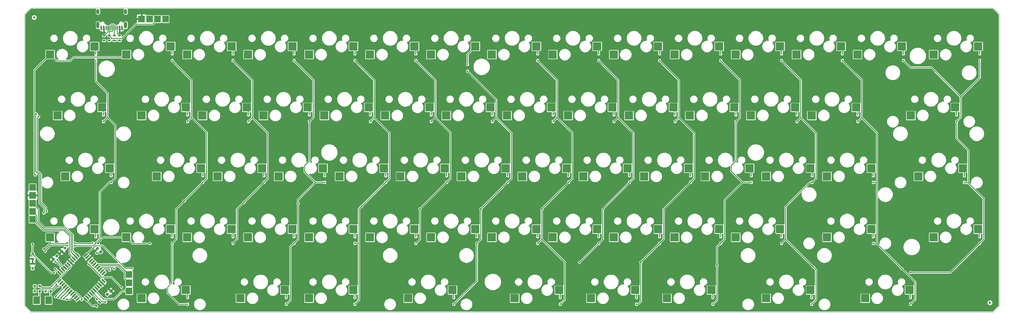
<source format=gbr>
%TF.GenerationSoftware,KiCad,Pcbnew,5.1.6*%
%TF.CreationDate,2020-07-08T12:45:37+02:00*%
%TF.ProjectId,zedekiel,7a656465-6b69-4656-9c2e-6b696361645f,rev?*%
%TF.SameCoordinates,Original*%
%TF.FileFunction,Copper,L2,Bot*%
%TF.FilePolarity,Positive*%
%FSLAX46Y46*%
G04 Gerber Fmt 4.6, Leading zero omitted, Abs format (unit mm)*
G04 Created by KiCad (PCBNEW 5.1.6) date 2020-07-08 12:45:37*
%MOMM*%
%LPD*%
G01*
G04 APERTURE LIST*
%TA.AperFunction,Profile*%
%ADD10C,0.050000*%
%TD*%
%TA.AperFunction,SMDPad,CuDef*%
%ADD11C,0.750000*%
%TD*%
%TA.AperFunction,SMDPad,CuDef*%
%ADD12R,2.550000X2.500000*%
%TD*%
%TA.AperFunction,ComponentPad*%
%ADD13O,1.000000X1.600000*%
%TD*%
%TA.AperFunction,ComponentPad*%
%ADD14O,1.000000X2.100000*%
%TD*%
%TA.AperFunction,SMDPad,CuDef*%
%ADD15R,0.300000X1.450000*%
%TD*%
%TA.AperFunction,SMDPad,CuDef*%
%ADD16R,0.600000X1.450000*%
%TD*%
%TA.AperFunction,SMDPad,CuDef*%
%ADD17R,2.000000X2.400000*%
%TD*%
%TA.AperFunction,SMDPad,CuDef*%
%ADD18R,0.800000X0.750000*%
%TD*%
%TA.AperFunction,SMDPad,CuDef*%
%ADD19R,0.750000X0.800000*%
%TD*%
%TA.AperFunction,SMDPad,CuDef*%
%ADD20C,0.100000*%
%TD*%
%TA.AperFunction,SMDPad,CuDef*%
%ADD21R,0.450000X0.600000*%
%TD*%
%TA.AperFunction,SMDPad,CuDef*%
%ADD22R,0.900000X0.500000*%
%TD*%
%TA.AperFunction,SMDPad,CuDef*%
%ADD23R,2.000000X2.000000*%
%TD*%
%TA.AperFunction,ViaPad*%
%ADD24C,0.610000*%
%TD*%
%TA.AperFunction,ViaPad*%
%ADD25C,0.800000*%
%TD*%
%TA.AperFunction,Conductor*%
%ADD26C,0.254000*%
%TD*%
%TA.AperFunction,Conductor*%
%ADD27C,0.300000*%
%TD*%
%TA.AperFunction,Conductor*%
%ADD28C,0.500000*%
%TD*%
%TA.AperFunction,Conductor*%
%ADD29C,0.250000*%
%TD*%
G04 APERTURE END LIST*
D10*
X20400000Y-113400000D02*
X20400000Y-22400000D01*
X22400000Y-115400000D02*
X20400000Y-113400000D01*
X322400000Y-115400000D02*
X22400000Y-115400000D01*
X324400000Y-113400000D02*
X322400000Y-115400000D01*
X324400000Y-22400000D02*
X324400000Y-113400000D01*
X322400000Y-20400000D02*
X324400000Y-22400000D01*
X22400000Y-20400000D02*
X322400000Y-20400000D01*
X20400000Y-22400000D02*
X22400000Y-20400000D01*
D11*
%TO.P,REF\u002A\u002A,~*%
%TO.N,N/C*%
X321400000Y-112400000D03*
%TD*%
%TO.P,REF\u002A\u002A,~*%
%TO.N,N/C*%
X23400000Y-23400000D03*
%TD*%
D12*
%TO.P,K66,2*%
%TO.N,Net-(D66-Pad1)*%
X317710000Y-32440000D03*
%TO.P,K66,1*%
%TO.N,/R5*%
X303860000Y-34980000D03*
%TD*%
%TO.P,K28,2*%
%TO.N,Net-(D28-Pad1)*%
X310585000Y-51440000D03*
%TO.P,K28,1*%
%TO.N,/R2*%
X296735000Y-53980000D03*
%TD*%
%TO.P,K42,2*%
%TO.N,Net-(D42-Pad1)*%
X312960000Y-70440000D03*
%TO.P,K42,1*%
%TO.N,/R3*%
X299110000Y-72980000D03*
%TD*%
%TO.P,K56,2*%
%TO.N,Net-(D56-Pad1)*%
X317710000Y-89440000D03*
%TO.P,K56,1*%
%TO.N,/R4*%
X303860000Y-91980000D03*
%TD*%
%TO.P,K55,2*%
%TO.N,Net-(D55-Pad1)*%
X284460000Y-89440000D03*
%TO.P,K55,1*%
%TO.N,/R4*%
X270610000Y-91980000D03*
%TD*%
%TO.P,K65,1*%
%TO.N,/R5*%
X282485000Y-110980000D03*
%TO.P,K65,2*%
%TO.N,Net-(D65-Pad1)*%
X296335000Y-108440000D03*
%TD*%
%TO.P,K64,2*%
%TO.N,Net-(D64-Pad1)*%
X265460000Y-108440000D03*
%TO.P,K64,1*%
%TO.N,/R5*%
X251610000Y-110980000D03*
%TD*%
%TO.P,K63,1*%
%TO.N,/R5*%
X220735000Y-110980000D03*
%TO.P,K63,2*%
%TO.N,Net-(D63-Pad1)*%
X234585000Y-108440000D03*
%TD*%
%TO.P,K62,1*%
%TO.N,/R5*%
X196985000Y-110980000D03*
%TO.P,K62,2*%
%TO.N,Net-(D62-Pad1)*%
X210835000Y-108440000D03*
%TD*%
%TO.P,K61,1*%
%TO.N,/R5*%
X173235000Y-110980000D03*
%TO.P,K61,2*%
%TO.N,Net-(D61-Pad1)*%
X187085000Y-108440000D03*
%TD*%
%TO.P,K60,2*%
%TO.N,Net-(D60-Pad1)*%
X153835000Y-108440000D03*
%TO.P,K60,1*%
%TO.N,/R5*%
X139985000Y-110980000D03*
%TD*%
%TO.P,K58,1*%
%TO.N,/R5*%
X87735000Y-110980000D03*
%TO.P,K58,2*%
%TO.N,Net-(D58-Pad1)*%
X101585000Y-108440000D03*
%TD*%
%TO.P,K57,2*%
%TO.N,Net-(D57-Pad1)*%
X70710000Y-108440000D03*
%TO.P,K57,1*%
%TO.N,/R5*%
X56860000Y-110980000D03*
%TD*%
%TO.P,K43,2*%
%TO.N,Net-(D43-Pad1)*%
X42210000Y-89440000D03*
%TO.P,K43,1*%
%TO.N,/R4*%
X28360000Y-91980000D03*
%TD*%
%TO.P,K29,2*%
%TO.N,Net-(D29-Pad1)*%
X46960000Y-70440000D03*
%TO.P,K29,1*%
%TO.N,/R3*%
X33110000Y-72980000D03*
%TD*%
%TO.P,K15,2*%
%TO.N,Net-(D15-Pad1)*%
X44585000Y-51440000D03*
%TO.P,K15,1*%
%TO.N,/R2*%
X30735000Y-53980000D03*
%TD*%
%TO.P,K1,2*%
%TO.N,Net-(D1-Pad1)*%
X42210000Y-32440000D03*
%TO.P,K1,1*%
%TO.N,/R1*%
X28360000Y-34980000D03*
%TD*%
%TO.P,K40,1*%
%TO.N,/R3*%
X251610000Y-72980000D03*
%TO.P,K40,2*%
%TO.N,Net-(D40-Pad1)*%
X265460000Y-70440000D03*
%TD*%
%TO.P,K47,1*%
%TO.N,/R4*%
X109110000Y-91980000D03*
%TO.P,K47,2*%
%TO.N,Net-(D47-Pad1)*%
X122960000Y-89440000D03*
%TD*%
%TO.P,K37,1*%
%TO.N,/R3*%
X194610000Y-72980000D03*
%TO.P,K37,2*%
%TO.N,Net-(D37-Pad1)*%
X208460000Y-70440000D03*
%TD*%
%TO.P,K34,1*%
%TO.N,/R3*%
X137610000Y-72980000D03*
%TO.P,K34,2*%
%TO.N,Net-(D34-Pad1)*%
X151460000Y-70440000D03*
%TD*%
%TO.P,K32,1*%
%TO.N,/R3*%
X99610000Y-72980000D03*
%TO.P,K32,2*%
%TO.N,Net-(D32-Pad1)*%
X113460000Y-70440000D03*
%TD*%
%TO.P,K31,1*%
%TO.N,/R3*%
X80610000Y-72980000D03*
%TO.P,K31,2*%
%TO.N,Net-(D31-Pad1)*%
X94460000Y-70440000D03*
%TD*%
%TO.P,K59,1*%
%TO.N,/R5*%
X109110000Y-110980000D03*
%TO.P,K59,2*%
%TO.N,Net-(D59-Pad1)*%
X122960000Y-108440000D03*
%TD*%
%TO.P,K54,1*%
%TO.N,/R4*%
X242110000Y-91980000D03*
%TO.P,K54,2*%
%TO.N,Net-(D54-Pad1)*%
X255960000Y-89440000D03*
%TD*%
%TO.P,K53,1*%
%TO.N,/R4*%
X223110000Y-91980000D03*
%TO.P,K53,2*%
%TO.N,Net-(D53-Pad1)*%
X236960000Y-89440000D03*
%TD*%
%TO.P,K52,1*%
%TO.N,/R4*%
X204110000Y-91980000D03*
%TO.P,K52,2*%
%TO.N,Net-(D52-Pad1)*%
X217960000Y-89440000D03*
%TD*%
%TO.P,K51,1*%
%TO.N,/R4*%
X185110000Y-91980000D03*
%TO.P,K51,2*%
%TO.N,Net-(D51-Pad1)*%
X198960000Y-89440000D03*
%TD*%
%TO.P,K50,1*%
%TO.N,/R4*%
X166110000Y-91980000D03*
%TO.P,K50,2*%
%TO.N,Net-(D50-Pad1)*%
X179960000Y-89440000D03*
%TD*%
%TO.P,K49,1*%
%TO.N,/R4*%
X147110000Y-91980000D03*
%TO.P,K49,2*%
%TO.N,Net-(D49-Pad1)*%
X160960000Y-89440000D03*
%TD*%
%TO.P,K48,1*%
%TO.N,/R4*%
X128110000Y-91980000D03*
%TO.P,K48,2*%
%TO.N,Net-(D48-Pad1)*%
X141960000Y-89440000D03*
%TD*%
%TO.P,K46,1*%
%TO.N,/R4*%
X90110000Y-91980000D03*
%TO.P,K46,2*%
%TO.N,Net-(D46-Pad1)*%
X103960000Y-89440000D03*
%TD*%
%TO.P,K45,1*%
%TO.N,/R4*%
X71110000Y-91980000D03*
%TO.P,K45,2*%
%TO.N,Net-(D45-Pad1)*%
X84960000Y-89440000D03*
%TD*%
%TO.P,K44,1*%
%TO.N,/R4*%
X52110000Y-91980000D03*
%TO.P,K44,2*%
%TO.N,Net-(D44-Pad1)*%
X65960000Y-89440000D03*
%TD*%
%TO.P,K41,1*%
%TO.N,/R3*%
X270610000Y-72980000D03*
%TO.P,K41,2*%
%TO.N,Net-(D41-Pad1)*%
X284460000Y-70440000D03*
%TD*%
%TO.P,K39,1*%
%TO.N,/R3*%
X232610000Y-72980000D03*
%TO.P,K39,2*%
%TO.N,Net-(D39-Pad1)*%
X246460000Y-70440000D03*
%TD*%
%TO.P,K38,1*%
%TO.N,/R3*%
X213610000Y-72980000D03*
%TO.P,K38,2*%
%TO.N,Net-(D38-Pad1)*%
X227460000Y-70440000D03*
%TD*%
%TO.P,K36,1*%
%TO.N,/R3*%
X175610000Y-72980000D03*
%TO.P,K36,2*%
%TO.N,Net-(D36-Pad1)*%
X189460000Y-70440000D03*
%TD*%
%TO.P,K35,1*%
%TO.N,/R3*%
X156610000Y-72980000D03*
%TO.P,K35,2*%
%TO.N,Net-(D35-Pad1)*%
X170460000Y-70440000D03*
%TD*%
%TO.P,K33,1*%
%TO.N,/R3*%
X118610000Y-72980000D03*
%TO.P,K33,2*%
%TO.N,Net-(D33-Pad1)*%
X132460000Y-70440000D03*
%TD*%
%TO.P,K30,1*%
%TO.N,/R3*%
X61610000Y-72980000D03*
%TO.P,K30,2*%
%TO.N,Net-(D30-Pad1)*%
X75460000Y-70440000D03*
%TD*%
%TO.P,K27,1*%
%TO.N,/R2*%
X265860000Y-53980000D03*
%TO.P,K27,2*%
%TO.N,Net-(D27-Pad1)*%
X279710000Y-51440000D03*
%TD*%
%TO.P,K26,1*%
%TO.N,/R2*%
X246860000Y-53980000D03*
%TO.P,K26,2*%
%TO.N,Net-(D26-Pad1)*%
X260710000Y-51440000D03*
%TD*%
%TO.P,K25,1*%
%TO.N,/R2*%
X227860000Y-53980000D03*
%TO.P,K25,2*%
%TO.N,Net-(D25-Pad1)*%
X241710000Y-51440000D03*
%TD*%
%TO.P,K24,1*%
%TO.N,/R2*%
X208860000Y-53980000D03*
%TO.P,K24,2*%
%TO.N,Net-(D24-Pad1)*%
X222710000Y-51440000D03*
%TD*%
%TO.P,K23,1*%
%TO.N,/R2*%
X189860000Y-53980000D03*
%TO.P,K23,2*%
%TO.N,Net-(D23-Pad1)*%
X203710000Y-51440000D03*
%TD*%
%TO.P,K22,1*%
%TO.N,/R2*%
X170860000Y-53980000D03*
%TO.P,K22,2*%
%TO.N,Net-(D22-Pad1)*%
X184710000Y-51440000D03*
%TD*%
%TO.P,K21,1*%
%TO.N,/R2*%
X151860000Y-53980000D03*
%TO.P,K21,2*%
%TO.N,Net-(D21-Pad1)*%
X165710000Y-51440000D03*
%TD*%
%TO.P,K20,1*%
%TO.N,/R2*%
X132860000Y-53980000D03*
%TO.P,K20,2*%
%TO.N,Net-(D20-Pad1)*%
X146710000Y-51440000D03*
%TD*%
%TO.P,K19,1*%
%TO.N,/R2*%
X113860000Y-53980000D03*
%TO.P,K19,2*%
%TO.N,Net-(D19-Pad1)*%
X127710000Y-51440000D03*
%TD*%
%TO.P,K18,1*%
%TO.N,/R2*%
X94860000Y-53980000D03*
%TO.P,K18,2*%
%TO.N,Net-(D18-Pad1)*%
X108710000Y-51440000D03*
%TD*%
%TO.P,K17,1*%
%TO.N,/R2*%
X75860000Y-53980000D03*
%TO.P,K17,2*%
%TO.N,Net-(D17-Pad1)*%
X89710000Y-51440000D03*
%TD*%
%TO.P,K16,1*%
%TO.N,/R2*%
X56860000Y-53980000D03*
%TO.P,K16,2*%
%TO.N,Net-(D16-Pad1)*%
X70710000Y-51440000D03*
%TD*%
%TO.P,K14,1*%
%TO.N,/R1*%
X280110000Y-34980000D03*
%TO.P,K14,2*%
%TO.N,Net-(D14-Pad1)*%
X293960000Y-32440000D03*
%TD*%
%TO.P,K13,1*%
%TO.N,/R1*%
X261110000Y-34980000D03*
%TO.P,K13,2*%
%TO.N,Net-(D13-Pad1)*%
X274960000Y-32440000D03*
%TD*%
%TO.P,K12,1*%
%TO.N,/R1*%
X242110000Y-34980000D03*
%TO.P,K12,2*%
%TO.N,Net-(D12-Pad1)*%
X255960000Y-32440000D03*
%TD*%
%TO.P,K11,1*%
%TO.N,/R1*%
X223110000Y-34980000D03*
%TO.P,K11,2*%
%TO.N,Net-(D11-Pad1)*%
X236960000Y-32440000D03*
%TD*%
%TO.P,K10,1*%
%TO.N,/R1*%
X204110000Y-34980000D03*
%TO.P,K10,2*%
%TO.N,Net-(D10-Pad1)*%
X217960000Y-32440000D03*
%TD*%
%TO.P,K9,1*%
%TO.N,/R1*%
X185110000Y-34980000D03*
%TO.P,K9,2*%
%TO.N,Net-(D9-Pad1)*%
X198960000Y-32440000D03*
%TD*%
%TO.P,K8,1*%
%TO.N,/R1*%
X166110000Y-34980000D03*
%TO.P,K8,2*%
%TO.N,Net-(D8-Pad1)*%
X179960000Y-32440000D03*
%TD*%
%TO.P,K7,1*%
%TO.N,/R1*%
X147110000Y-34980000D03*
%TO.P,K7,2*%
%TO.N,Net-(D7-Pad1)*%
X160960000Y-32440000D03*
%TD*%
%TO.P,K6,1*%
%TO.N,/R1*%
X128110000Y-34980000D03*
%TO.P,K6,2*%
%TO.N,Net-(D6-Pad1)*%
X141960000Y-32440000D03*
%TD*%
%TO.P,K5,1*%
%TO.N,/R1*%
X109110000Y-34980000D03*
%TO.P,K5,2*%
%TO.N,Net-(D5-Pad1)*%
X122960000Y-32440000D03*
%TD*%
%TO.P,K4,1*%
%TO.N,/R1*%
X90110000Y-34980000D03*
%TO.P,K4,2*%
%TO.N,Net-(D4-Pad1)*%
X103960000Y-32440000D03*
%TD*%
%TO.P,K3,1*%
%TO.N,/R1*%
X71110000Y-34980000D03*
%TO.P,K3,2*%
%TO.N,Net-(D3-Pad1)*%
X84960000Y-32440000D03*
%TD*%
%TO.P,K2,1*%
%TO.N,/R1*%
X52110000Y-34980000D03*
%TO.P,K2,2*%
%TO.N,Net-(D2-Pad1)*%
X65960000Y-32440000D03*
%TD*%
D13*
%TO.P,USB1,13*%
%TO.N,GND*%
X51920000Y-21600000D03*
X43280000Y-21600000D03*
D14*
X51920000Y-25780000D03*
X43280000Y-25780000D03*
D15*
%TO.P,USB1,6*%
%TO.N,Net-(R4-Pad2)*%
X47350000Y-26695000D03*
%TO.P,USB1,7*%
%TO.N,Net-(R5-Pad2)*%
X47850000Y-26695000D03*
%TO.P,USB1,8*%
%TO.N,Net-(R4-Pad2)*%
X48350000Y-26695000D03*
%TO.P,USB1,5*%
%TO.N,Net-(R5-Pad2)*%
X46850000Y-26695000D03*
%TO.P,USB1,9*%
%TO.N,Net-(USB1-Pad9)*%
X48850000Y-26695000D03*
%TO.P,USB1,4*%
%TO.N,Net-(R2-Pad1)*%
X46350000Y-26695000D03*
%TO.P,USB1,10*%
%TO.N,Net-(R3-Pad1)*%
X49350000Y-26695000D03*
%TO.P,USB1,3*%
%TO.N,Net-(USB1-Pad3)*%
X45850000Y-26695000D03*
D16*
%TO.P,USB1,2*%
%TO.N,VCC*%
X45150000Y-26695000D03*
%TO.P,USB1,11*%
X50050000Y-26695000D03*
%TO.P,USB1,1*%
%TO.N,GND*%
X44375000Y-26695000D03*
%TO.P,USB1,12*%
X50825000Y-26695000D03*
%TD*%
D17*
%TO.P,X1,2*%
%TO.N,Net-(C3-Pad1)*%
X24200000Y-111625000D03*
%TO.P,X1,1*%
%TO.N,Net-(C2-Pad1)*%
X27900000Y-111625000D03*
%TD*%
D18*
%TO.P,C1,1*%
%TO.N,Net-(C1-Pad1)*%
X25100000Y-107200000D03*
%TO.P,C1,2*%
%TO.N,GND*%
X23600000Y-107200000D03*
%TD*%
D19*
%TO.P,C8,1*%
%TO.N,VCC*%
X22900000Y-100200000D03*
%TO.P,C8,2*%
%TO.N,GND*%
X22900000Y-101700000D03*
%TD*%
%TA.AperFunction,SMDPad,CuDef*%
D20*
%TO.P,C7,1*%
%TO.N,VCC*%
G36*
X42641332Y-95421662D02*
G01*
X43171662Y-94891332D01*
X43737348Y-95457018D01*
X43207018Y-95987348D01*
X42641332Y-95421662D01*
G37*
%TD.AperFunction*%
%TA.AperFunction,SMDPad,CuDef*%
%TO.P,C7,2*%
%TO.N,GND*%
G36*
X43701992Y-96482322D02*
G01*
X44232322Y-95951992D01*
X44798008Y-96517678D01*
X44267678Y-97048008D01*
X43701992Y-96482322D01*
G37*
%TD.AperFunction*%
%TD*%
%TA.AperFunction,SMDPad,CuDef*%
%TO.P,C6,1*%
%TO.N,VCC*%
G36*
X32011992Y-96928338D02*
G01*
X31481662Y-96398008D01*
X32047348Y-95832322D01*
X32577678Y-96362652D01*
X32011992Y-96928338D01*
G37*
%TD.AperFunction*%
%TA.AperFunction,SMDPad,CuDef*%
%TO.P,C6,2*%
%TO.N,GND*%
G36*
X33072652Y-95867678D02*
G01*
X32542322Y-95337348D01*
X33108008Y-94771662D01*
X33638338Y-95301992D01*
X33072652Y-95867678D01*
G37*
%TD.AperFunction*%
%TD*%
%TA.AperFunction,SMDPad,CuDef*%
%TO.P,C5,1*%
%TO.N,VCC*%
G36*
X47348008Y-108221662D02*
G01*
X47878338Y-108751992D01*
X47312652Y-109317678D01*
X46782322Y-108787348D01*
X47348008Y-108221662D01*
G37*
%TD.AperFunction*%
%TA.AperFunction,SMDPad,CuDef*%
%TO.P,C5,2*%
%TO.N,GND*%
G36*
X46287348Y-109282322D02*
G01*
X46817678Y-109812652D01*
X46251992Y-110378338D01*
X45721662Y-109848008D01*
X46287348Y-109282322D01*
G37*
%TD.AperFunction*%
%TD*%
%TA.AperFunction,SMDPad,CuDef*%
%TO.P,C4,1*%
%TO.N,VCC*%
G36*
X29421662Y-99408668D02*
G01*
X28891332Y-98878338D01*
X29457018Y-98312652D01*
X29987348Y-98842982D01*
X29421662Y-99408668D01*
G37*
%TD.AperFunction*%
%TA.AperFunction,SMDPad,CuDef*%
%TO.P,C4,2*%
%TO.N,GND*%
G36*
X30482322Y-98348008D02*
G01*
X29951992Y-97817678D01*
X30517678Y-97251992D01*
X31048008Y-97782322D01*
X30482322Y-98348008D01*
G37*
%TD.AperFunction*%
%TD*%
D18*
%TO.P,C3,1*%
%TO.N,Net-(C3-Pad1)*%
X25100000Y-108800000D03*
%TO.P,C3,2*%
%TO.N,GND*%
X23600000Y-108800000D03*
%TD*%
%TO.P,C2,1*%
%TO.N,Net-(C2-Pad1)*%
X28500000Y-108800000D03*
%TO.P,C2,2*%
%TO.N,GND*%
X27000000Y-108800000D03*
%TD*%
D21*
%TO.P,D1,2*%
%TO.N,/C1*%
X42600000Y-36850000D03*
%TO.P,D1,1*%
%TO.N,Net-(D1-Pad1)*%
X42600000Y-34750000D03*
%TD*%
%TO.P,D26,2*%
%TO.N,/C12*%
X261200000Y-55850000D03*
%TO.P,D26,1*%
%TO.N,Net-(D26-Pad1)*%
X261200000Y-53750000D03*
%TD*%
%TO.P,D7,2*%
%TO.N,/C7*%
X158500000Y-40150000D03*
%TO.P,D7,1*%
%TO.N,Net-(D7-Pad1)*%
X158500000Y-38050000D03*
%TD*%
%TO.P,D66,2*%
%TO.N,/C14*%
X318200000Y-36850000D03*
%TO.P,D66,1*%
%TO.N,Net-(D66-Pad1)*%
X318200000Y-34750000D03*
%TD*%
%TO.P,D65,2*%
%TO.N,/C13*%
X296600000Y-112850000D03*
%TO.P,D65,1*%
%TO.N,Net-(D65-Pad1)*%
X296600000Y-110750000D03*
%TD*%
%TO.P,D64,2*%
%TO.N,/C12*%
X265800000Y-112850000D03*
%TO.P,D64,1*%
%TO.N,Net-(D64-Pad1)*%
X265800000Y-110750000D03*
%TD*%
%TO.P,D63,2*%
%TO.N,/C11*%
X235000000Y-112850000D03*
%TO.P,D63,1*%
%TO.N,Net-(D63-Pad1)*%
X235000000Y-110750000D03*
%TD*%
%TO.P,D62,2*%
%TO.N,/C10*%
X211200000Y-112850000D03*
%TO.P,D62,1*%
%TO.N,Net-(D62-Pad1)*%
X211200000Y-110750000D03*
%TD*%
%TO.P,D61,2*%
%TO.N,/C8*%
X187400000Y-112850000D03*
%TO.P,D61,1*%
%TO.N,Net-(D61-Pad1)*%
X187400000Y-110750000D03*
%TD*%
%TO.P,D60,2*%
%TO.N,/C7*%
X154200000Y-112850000D03*
%TO.P,D60,1*%
%TO.N,Net-(D60-Pad1)*%
X154200000Y-110750000D03*
%TD*%
%TO.P,D59,2*%
%TO.N,/C5*%
X123400000Y-112850000D03*
%TO.P,D59,1*%
%TO.N,Net-(D59-Pad1)*%
X123400000Y-110750000D03*
%TD*%
%TO.P,D58,2*%
%TO.N,/C4*%
X102000000Y-112850000D03*
%TO.P,D58,1*%
%TO.N,Net-(D58-Pad1)*%
X102000000Y-110750000D03*
%TD*%
%TO.P,D57,2*%
%TO.N,/C2*%
X71200000Y-112850000D03*
%TO.P,D57,1*%
%TO.N,Net-(D57-Pad1)*%
X71200000Y-110750000D03*
%TD*%
%TO.P,D56,2*%
%TO.N,/C14*%
X318200000Y-93850000D03*
%TO.P,D56,1*%
%TO.N,Net-(D56-Pad1)*%
X318200000Y-91750000D03*
%TD*%
%TO.P,D55,2*%
%TO.N,/C13*%
X285000000Y-93850000D03*
%TO.P,D55,1*%
%TO.N,Net-(D55-Pad1)*%
X285000000Y-91750000D03*
%TD*%
%TO.P,D54,2*%
%TO.N,/C12*%
X256400000Y-93850000D03*
%TO.P,D54,1*%
%TO.N,Net-(D54-Pad1)*%
X256400000Y-91750000D03*
%TD*%
%TO.P,D53,2*%
%TO.N,/C11*%
X237400000Y-93850000D03*
%TO.P,D53,1*%
%TO.N,Net-(D53-Pad1)*%
X237400000Y-91750000D03*
%TD*%
%TO.P,D52,2*%
%TO.N,/C10*%
X218400000Y-93850000D03*
%TO.P,D52,1*%
%TO.N,Net-(D52-Pad1)*%
X218400000Y-91750000D03*
%TD*%
%TO.P,D51,2*%
%TO.N,/C9*%
X199400000Y-93850000D03*
%TO.P,D51,1*%
%TO.N,Net-(D51-Pad1)*%
X199400000Y-91750000D03*
%TD*%
%TO.P,D50,2*%
%TO.N,/C8*%
X180400000Y-93850000D03*
%TO.P,D50,1*%
%TO.N,Net-(D50-Pad1)*%
X180400000Y-91750000D03*
%TD*%
%TO.P,D49,2*%
%TO.N,/C7*%
X161400000Y-93850000D03*
%TO.P,D49,1*%
%TO.N,Net-(D49-Pad1)*%
X161400000Y-91750000D03*
%TD*%
%TO.P,D48,2*%
%TO.N,/C6*%
X142400000Y-93850000D03*
%TO.P,D48,1*%
%TO.N,Net-(D48-Pad1)*%
X142400000Y-91750000D03*
%TD*%
%TO.P,D47,2*%
%TO.N,/C5*%
X123400000Y-93850000D03*
%TO.P,D47,1*%
%TO.N,Net-(D47-Pad1)*%
X123400000Y-91750000D03*
%TD*%
%TO.P,D46,2*%
%TO.N,/C4*%
X104400000Y-93850000D03*
%TO.P,D46,1*%
%TO.N,Net-(D46-Pad1)*%
X104400000Y-91750000D03*
%TD*%
%TO.P,D45,2*%
%TO.N,/C3*%
X85400000Y-93850000D03*
%TO.P,D45,1*%
%TO.N,Net-(D45-Pad1)*%
X85400000Y-91750000D03*
%TD*%
%TO.P,D44,2*%
%TO.N,/C2*%
X66400000Y-93850000D03*
%TO.P,D44,1*%
%TO.N,Net-(D44-Pad1)*%
X66400000Y-91750000D03*
%TD*%
%TO.P,D43,2*%
%TO.N,/C1*%
X42600000Y-93850000D03*
%TO.P,D43,1*%
%TO.N,Net-(D43-Pad1)*%
X42600000Y-91750000D03*
%TD*%
%TO.P,D42,2*%
%TO.N,/C14*%
X313400000Y-74850000D03*
%TO.P,D42,1*%
%TO.N,Net-(D42-Pad1)*%
X313400000Y-72750000D03*
%TD*%
%TO.P,D41,2*%
%TO.N,/C13*%
X285000000Y-74850000D03*
%TO.P,D41,1*%
%TO.N,Net-(D41-Pad1)*%
X285000000Y-72750000D03*
%TD*%
%TO.P,D40,2*%
%TO.N,/C12*%
X266000000Y-74850000D03*
%TO.P,D40,1*%
%TO.N,Net-(D40-Pad1)*%
X266000000Y-72750000D03*
%TD*%
%TO.P,D39,2*%
%TO.N,/C11*%
X247000000Y-74850000D03*
%TO.P,D39,1*%
%TO.N,Net-(D39-Pad1)*%
X247000000Y-72750000D03*
%TD*%
%TO.P,D38,2*%
%TO.N,/C10*%
X228000000Y-74850000D03*
%TO.P,D38,1*%
%TO.N,Net-(D38-Pad1)*%
X228000000Y-72750000D03*
%TD*%
%TO.P,D37,2*%
%TO.N,/C9*%
X209000000Y-74850000D03*
%TO.P,D37,1*%
%TO.N,Net-(D37-Pad1)*%
X209000000Y-72750000D03*
%TD*%
%TO.P,D36,2*%
%TO.N,/C8*%
X190000000Y-74850000D03*
%TO.P,D36,1*%
%TO.N,Net-(D36-Pad1)*%
X190000000Y-72750000D03*
%TD*%
%TO.P,D35,2*%
%TO.N,/C7*%
X171000000Y-74850000D03*
%TO.P,D35,1*%
%TO.N,Net-(D35-Pad1)*%
X171000000Y-72750000D03*
%TD*%
%TO.P,D34,2*%
%TO.N,/C6*%
X152000000Y-74850000D03*
%TO.P,D34,1*%
%TO.N,Net-(D34-Pad1)*%
X152000000Y-72750000D03*
%TD*%
%TO.P,D33,2*%
%TO.N,/C5*%
X133000000Y-74850000D03*
%TO.P,D33,1*%
%TO.N,Net-(D33-Pad1)*%
X133000000Y-72750000D03*
%TD*%
%TO.P,D32,2*%
%TO.N,/C4*%
X114000000Y-74850000D03*
%TO.P,D32,1*%
%TO.N,Net-(D32-Pad1)*%
X114000000Y-72750000D03*
%TD*%
%TO.P,D31,2*%
%TO.N,/C3*%
X95000000Y-74850000D03*
%TO.P,D31,1*%
%TO.N,Net-(D31-Pad1)*%
X95000000Y-72750000D03*
%TD*%
%TO.P,D30,2*%
%TO.N,/C2*%
X76000000Y-74850000D03*
%TO.P,D30,1*%
%TO.N,Net-(D30-Pad1)*%
X76000000Y-72750000D03*
%TD*%
%TO.P,D29,2*%
%TO.N,/C1*%
X47400000Y-74850000D03*
%TO.P,D29,1*%
%TO.N,Net-(D29-Pad1)*%
X47400000Y-72750000D03*
%TD*%
%TO.P,D28,2*%
%TO.N,/C14*%
X311000000Y-55850000D03*
%TO.P,D28,1*%
%TO.N,Net-(D28-Pad1)*%
X311000000Y-53750000D03*
%TD*%
%TO.P,D27,2*%
%TO.N,/C13*%
X280200000Y-55850000D03*
%TO.P,D27,1*%
%TO.N,Net-(D27-Pad1)*%
X280200000Y-53750000D03*
%TD*%
%TO.P,D25,2*%
%TO.N,/C11*%
X242200000Y-55850000D03*
%TO.P,D25,1*%
%TO.N,Net-(D25-Pad1)*%
X242200000Y-53750000D03*
%TD*%
%TO.P,D24,2*%
%TO.N,/C10*%
X223200000Y-55850000D03*
%TO.P,D24,1*%
%TO.N,Net-(D24-Pad1)*%
X223200000Y-53750000D03*
%TD*%
%TO.P,D23,2*%
%TO.N,/C9*%
X204200000Y-55850000D03*
%TO.P,D23,1*%
%TO.N,Net-(D23-Pad1)*%
X204200000Y-53750000D03*
%TD*%
%TO.P,D22,2*%
%TO.N,/C8*%
X185200000Y-55850000D03*
%TO.P,D22,1*%
%TO.N,Net-(D22-Pad1)*%
X185200000Y-53750000D03*
%TD*%
%TO.P,D21,2*%
%TO.N,/C7*%
X166200000Y-55850000D03*
%TO.P,D21,1*%
%TO.N,Net-(D21-Pad1)*%
X166200000Y-53750000D03*
%TD*%
%TO.P,D20,2*%
%TO.N,/C6*%
X147200000Y-55850000D03*
%TO.P,D20,1*%
%TO.N,Net-(D20-Pad1)*%
X147200000Y-53750000D03*
%TD*%
%TO.P,D19,2*%
%TO.N,/C5*%
X128200000Y-55850000D03*
%TO.P,D19,1*%
%TO.N,Net-(D19-Pad1)*%
X128200000Y-53750000D03*
%TD*%
%TO.P,D18,2*%
%TO.N,/C4*%
X109200000Y-55850000D03*
%TO.P,D18,1*%
%TO.N,Net-(D18-Pad1)*%
X109200000Y-53750000D03*
%TD*%
%TO.P,D17,2*%
%TO.N,/C3*%
X90200000Y-55850000D03*
%TO.P,D17,1*%
%TO.N,Net-(D17-Pad1)*%
X90200000Y-53750000D03*
%TD*%
%TO.P,D16,2*%
%TO.N,/C2*%
X71200000Y-55850000D03*
%TO.P,D16,1*%
%TO.N,Net-(D16-Pad1)*%
X71200000Y-53750000D03*
%TD*%
%TO.P,D15,2*%
%TO.N,/C1*%
X45000000Y-55850000D03*
%TO.P,D15,1*%
%TO.N,Net-(D15-Pad1)*%
X45000000Y-53750000D03*
%TD*%
%TO.P,D14,2*%
%TO.N,/C14*%
X294400000Y-36850000D03*
%TO.P,D14,1*%
%TO.N,Net-(D14-Pad1)*%
X294400000Y-34750000D03*
%TD*%
%TO.P,D13,2*%
%TO.N,/C13*%
X275400000Y-36850000D03*
%TO.P,D13,1*%
%TO.N,Net-(D13-Pad1)*%
X275400000Y-34750000D03*
%TD*%
%TO.P,D12,2*%
%TO.N,/C12*%
X256400000Y-36850000D03*
%TO.P,D12,1*%
%TO.N,Net-(D12-Pad1)*%
X256400000Y-34750000D03*
%TD*%
%TO.P,D11,2*%
%TO.N,/C11*%
X237400000Y-36850000D03*
%TO.P,D11,1*%
%TO.N,Net-(D11-Pad1)*%
X237400000Y-34750000D03*
%TD*%
%TO.P,D10,2*%
%TO.N,/C10*%
X218400000Y-36850000D03*
%TO.P,D10,1*%
%TO.N,Net-(D10-Pad1)*%
X218400000Y-34750000D03*
%TD*%
%TO.P,D9,2*%
%TO.N,/C9*%
X199400000Y-36850000D03*
%TO.P,D9,1*%
%TO.N,Net-(D9-Pad1)*%
X199400000Y-34750000D03*
%TD*%
%TO.P,D8,2*%
%TO.N,/C8*%
X180400000Y-36850000D03*
%TO.P,D8,1*%
%TO.N,Net-(D8-Pad1)*%
X180400000Y-34750000D03*
%TD*%
%TO.P,D6,2*%
%TO.N,/C6*%
X142400000Y-36850000D03*
%TO.P,D6,1*%
%TO.N,Net-(D6-Pad1)*%
X142400000Y-34750000D03*
%TD*%
%TO.P,D5,2*%
%TO.N,/C5*%
X123400000Y-36850000D03*
%TO.P,D5,1*%
%TO.N,Net-(D5-Pad1)*%
X123400000Y-34750000D03*
%TD*%
%TO.P,D4,2*%
%TO.N,/C4*%
X104400000Y-36850000D03*
%TO.P,D4,1*%
%TO.N,Net-(D4-Pad1)*%
X104400000Y-34750000D03*
%TD*%
%TO.P,D3,2*%
%TO.N,/C3*%
X85400000Y-36850000D03*
%TO.P,D3,1*%
%TO.N,Net-(D3-Pad1)*%
X85400000Y-34750000D03*
%TD*%
%TO.P,D2,2*%
%TO.N,/C2*%
X66400000Y-36850000D03*
%TO.P,D2,1*%
%TO.N,Net-(D2-Pad1)*%
X66400000Y-34750000D03*
%TD*%
D22*
%TO.P,R2,2*%
%TO.N,GND*%
X45200000Y-30600000D03*
%TO.P,R2,1*%
%TO.N,Net-(R2-Pad1)*%
X45200000Y-29100000D03*
%TD*%
%TA.AperFunction,SMDPad,CuDef*%
D20*
%TO.P,R6,2*%
%TO.N,GND*%
G36*
X43971751Y-112764645D02*
G01*
X43335355Y-112128249D01*
X43688909Y-111774695D01*
X44325305Y-112411091D01*
X43971751Y-112764645D01*
G37*
%TD.AperFunction*%
%TA.AperFunction,SMDPad,CuDef*%
%TO.P,R6,1*%
%TO.N,Net-(R6-Pad1)*%
G36*
X42911091Y-113825305D02*
G01*
X42274695Y-113188909D01*
X42628249Y-112835355D01*
X43264645Y-113471751D01*
X42911091Y-113825305D01*
G37*
%TD.AperFunction*%
%TD*%
D22*
%TO.P,R5,2*%
%TO.N,Net-(R5-Pad2)*%
X46800000Y-29100000D03*
%TO.P,R5,1*%
%TO.N,/D-*%
X46800000Y-30600000D03*
%TD*%
%TO.P,R4,2*%
%TO.N,Net-(R4-Pad2)*%
X48400000Y-29100000D03*
%TO.P,R4,1*%
%TO.N,/D+*%
X48400000Y-30600000D03*
%TD*%
%TO.P,R3,2*%
%TO.N,GND*%
X50000000Y-30600000D03*
%TO.P,R3,1*%
%TO.N,Net-(R3-Pad1)*%
X50000000Y-29100000D03*
%TD*%
%TO.P,R1,2*%
%TO.N,Net-(R1-Pad2)*%
X22900000Y-97150000D03*
%TO.P,R1,1*%
%TO.N,VCC*%
X22900000Y-98650000D03*
%TD*%
%TA.AperFunction,SMDPad,CuDef*%
D20*
%TO.P,U1,44*%
%TO.N,Net-(U1-Pad44)*%
G36*
X31676940Y-104877298D02*
G01*
X32065848Y-105266206D01*
X31005188Y-106326866D01*
X30616280Y-105937958D01*
X31676940Y-104877298D01*
G37*
%TD.AperFunction*%
%TA.AperFunction,SMDPad,CuDef*%
%TO.P,U1,43*%
%TO.N,Net-(U1-Pad43)*%
G36*
X32242626Y-105442983D02*
G01*
X32631534Y-105831891D01*
X31570874Y-106892551D01*
X31181966Y-106503643D01*
X32242626Y-105442983D01*
G37*
%TD.AperFunction*%
%TA.AperFunction,SMDPad,CuDef*%
%TO.P,U1,42*%
%TO.N,Net-(U1-Pad42)*%
G36*
X32808311Y-106008668D02*
G01*
X33197219Y-106397576D01*
X32136559Y-107458236D01*
X31747651Y-107069328D01*
X32808311Y-106008668D01*
G37*
%TD.AperFunction*%
%TA.AperFunction,SMDPad,CuDef*%
%TO.P,U1,41*%
%TO.N,/R1*%
G36*
X33373996Y-106574354D02*
G01*
X33762904Y-106963262D01*
X32702244Y-108023922D01*
X32313336Y-107635014D01*
X33373996Y-106574354D01*
G37*
%TD.AperFunction*%
%TA.AperFunction,SMDPad,CuDef*%
%TO.P,U1,40*%
%TO.N,/R2*%
G36*
X33939682Y-107140039D02*
G01*
X34328590Y-107528947D01*
X33267930Y-108589607D01*
X32879022Y-108200699D01*
X33939682Y-107140039D01*
G37*
%TD.AperFunction*%
%TA.AperFunction,SMDPad,CuDef*%
%TO.P,U1,39*%
%TO.N,/R3*%
G36*
X34505367Y-107705725D02*
G01*
X34894275Y-108094633D01*
X33833615Y-109155293D01*
X33444707Y-108766385D01*
X34505367Y-107705725D01*
G37*
%TD.AperFunction*%
%TA.AperFunction,SMDPad,CuDef*%
%TO.P,U1,38*%
%TO.N,/R4*%
G36*
X35071053Y-108271410D02*
G01*
X35459961Y-108660318D01*
X34399301Y-109720978D01*
X34010393Y-109332070D01*
X35071053Y-108271410D01*
G37*
%TD.AperFunction*%
%TA.AperFunction,SMDPad,CuDef*%
%TO.P,U1,37*%
%TO.N,/R5*%
G36*
X35636738Y-108837096D02*
G01*
X36025646Y-109226004D01*
X34964986Y-110286664D01*
X34576078Y-109897756D01*
X35636738Y-108837096D01*
G37*
%TD.AperFunction*%
%TA.AperFunction,SMDPad,CuDef*%
%TO.P,U1,36*%
%TO.N,/C1*%
G36*
X36202424Y-109402781D02*
G01*
X36591332Y-109791689D01*
X35530672Y-110852349D01*
X35141764Y-110463441D01*
X36202424Y-109402781D01*
G37*
%TD.AperFunction*%
%TA.AperFunction,SMDPad,CuDef*%
%TO.P,U1,35*%
%TO.N,Net-(U1-Pad35)*%
G36*
X36768109Y-109968466D02*
G01*
X37157017Y-110357374D01*
X36096357Y-111418034D01*
X35707449Y-111029126D01*
X36768109Y-109968466D01*
G37*
%TD.AperFunction*%
%TA.AperFunction,SMDPad,CuDef*%
%TO.P,U1,34*%
%TO.N,Net-(U1-Pad34)*%
G36*
X37333794Y-110534152D02*
G01*
X37722702Y-110923060D01*
X36662042Y-111983720D01*
X36273134Y-111594812D01*
X37333794Y-110534152D01*
G37*
%TD.AperFunction*%
%TA.AperFunction,SMDPad,CuDef*%
%TO.P,U1,33*%
%TO.N,Net-(R6-Pad1)*%
G36*
X38677298Y-110923060D02*
G01*
X39066206Y-110534152D01*
X40126866Y-111594812D01*
X39737958Y-111983720D01*
X38677298Y-110923060D01*
G37*
%TD.AperFunction*%
%TA.AperFunction,SMDPad,CuDef*%
%TO.P,U1,32*%
%TO.N,/C3*%
G36*
X39242983Y-110357374D02*
G01*
X39631891Y-109968466D01*
X40692551Y-111029126D01*
X40303643Y-111418034D01*
X39242983Y-110357374D01*
G37*
%TD.AperFunction*%
%TA.AperFunction,SMDPad,CuDef*%
%TO.P,U1,31*%
%TO.N,/C4*%
G36*
X39808668Y-109791689D02*
G01*
X40197576Y-109402781D01*
X41258236Y-110463441D01*
X40869328Y-110852349D01*
X39808668Y-109791689D01*
G37*
%TD.AperFunction*%
%TA.AperFunction,SMDPad,CuDef*%
%TO.P,U1,30*%
%TO.N,/C12*%
G36*
X40374354Y-109226004D02*
G01*
X40763262Y-108837096D01*
X41823922Y-109897756D01*
X41435014Y-110286664D01*
X40374354Y-109226004D01*
G37*
%TD.AperFunction*%
%TA.AperFunction,SMDPad,CuDef*%
%TO.P,U1,29*%
%TO.N,/C13*%
G36*
X40940039Y-108660318D02*
G01*
X41328947Y-108271410D01*
X42389607Y-109332070D01*
X42000699Y-109720978D01*
X40940039Y-108660318D01*
G37*
%TD.AperFunction*%
%TA.AperFunction,SMDPad,CuDef*%
%TO.P,U1,28*%
%TO.N,ADC11*%
G36*
X41505725Y-108094633D02*
G01*
X41894633Y-107705725D01*
X42955293Y-108766385D01*
X42566385Y-109155293D01*
X41505725Y-108094633D01*
G37*
%TD.AperFunction*%
%TA.AperFunction,SMDPad,CuDef*%
%TO.P,U1,27*%
%TO.N,/C5*%
G36*
X42071410Y-107528947D02*
G01*
X42460318Y-107140039D01*
X43520978Y-108200699D01*
X43132070Y-108589607D01*
X42071410Y-107528947D01*
G37*
%TD.AperFunction*%
%TA.AperFunction,SMDPad,CuDef*%
%TO.P,U1,26*%
%TO.N,/C6*%
G36*
X42637096Y-106963262D02*
G01*
X43026004Y-106574354D01*
X44086664Y-107635014D01*
X43697756Y-108023922D01*
X42637096Y-106963262D01*
G37*
%TD.AperFunction*%
%TA.AperFunction,SMDPad,CuDef*%
%TO.P,U1,25*%
%TO.N,/C8*%
G36*
X43202781Y-106397576D02*
G01*
X43591689Y-106008668D01*
X44652349Y-107069328D01*
X44263441Y-107458236D01*
X43202781Y-106397576D01*
G37*
%TD.AperFunction*%
%TA.AperFunction,SMDPad,CuDef*%
%TO.P,U1,24*%
%TO.N,VCC*%
G36*
X43768466Y-105831891D02*
G01*
X44157374Y-105442983D01*
X45218034Y-106503643D01*
X44829126Y-106892551D01*
X43768466Y-105831891D01*
G37*
%TD.AperFunction*%
%TA.AperFunction,SMDPad,CuDef*%
%TO.P,U1,23*%
%TO.N,Net-(U1-Pad23)*%
G36*
X44334152Y-105266206D02*
G01*
X44723060Y-104877298D01*
X45783720Y-105937958D01*
X45394812Y-106326866D01*
X44334152Y-105266206D01*
G37*
%TD.AperFunction*%
%TA.AperFunction,SMDPad,CuDef*%
%TO.P,U1,22*%
%TO.N,/C7*%
G36*
X45394812Y-102473134D02*
G01*
X45783720Y-102862042D01*
X44723060Y-103922702D01*
X44334152Y-103533794D01*
X45394812Y-102473134D01*
G37*
%TD.AperFunction*%
%TA.AperFunction,SMDPad,CuDef*%
%TO.P,U1,21*%
%TO.N,/C9*%
G36*
X44829126Y-101907449D02*
G01*
X45218034Y-102296357D01*
X44157374Y-103357017D01*
X43768466Y-102968109D01*
X44829126Y-101907449D01*
G37*
%TD.AperFunction*%
%TA.AperFunction,SMDPad,CuDef*%
%TO.P,U1,20*%
%TO.N,/C10*%
G36*
X44263441Y-101341764D02*
G01*
X44652349Y-101730672D01*
X43591689Y-102791332D01*
X43202781Y-102402424D01*
X44263441Y-101341764D01*
G37*
%TD.AperFunction*%
%TA.AperFunction,SMDPad,CuDef*%
%TO.P,U1,19*%
%TO.N,SDA*%
G36*
X43697756Y-100776078D02*
G01*
X44086664Y-101164986D01*
X43026004Y-102225646D01*
X42637096Y-101836738D01*
X43697756Y-100776078D01*
G37*
%TD.AperFunction*%
%TA.AperFunction,SMDPad,CuDef*%
%TO.P,U1,18*%
%TO.N,SCL*%
G36*
X43132070Y-100210393D02*
G01*
X43520978Y-100599301D01*
X42460318Y-101659961D01*
X42071410Y-101271053D01*
X43132070Y-100210393D01*
G37*
%TD.AperFunction*%
%TA.AperFunction,SMDPad,CuDef*%
%TO.P,U1,17*%
%TO.N,Net-(C2-Pad1)*%
G36*
X42566385Y-99644707D02*
G01*
X42955293Y-100033615D01*
X41894633Y-101094275D01*
X41505725Y-100705367D01*
X42566385Y-99644707D01*
G37*
%TD.AperFunction*%
%TA.AperFunction,SMDPad,CuDef*%
%TO.P,U1,16*%
%TO.N,Net-(C3-Pad1)*%
G36*
X42000699Y-99079022D02*
G01*
X42389607Y-99467930D01*
X41328947Y-100528590D01*
X40940039Y-100139682D01*
X42000699Y-99079022D01*
G37*
%TD.AperFunction*%
%TA.AperFunction,SMDPad,CuDef*%
%TO.P,U1,15*%
%TO.N,GND*%
G36*
X41435014Y-98513336D02*
G01*
X41823922Y-98902244D01*
X40763262Y-99962904D01*
X40374354Y-99573996D01*
X41435014Y-98513336D01*
G37*
%TD.AperFunction*%
%TA.AperFunction,SMDPad,CuDef*%
%TO.P,U1,14*%
%TO.N,VCC*%
G36*
X40869328Y-97947651D02*
G01*
X41258236Y-98336559D01*
X40197576Y-99397219D01*
X39808668Y-99008311D01*
X40869328Y-97947651D01*
G37*
%TD.AperFunction*%
%TA.AperFunction,SMDPad,CuDef*%
%TO.P,U1,13*%
%TO.N,Net-(R1-Pad2)*%
G36*
X40303643Y-97381966D02*
G01*
X40692551Y-97770874D01*
X39631891Y-98831534D01*
X39242983Y-98442626D01*
X40303643Y-97381966D01*
G37*
%TD.AperFunction*%
%TA.AperFunction,SMDPad,CuDef*%
%TO.P,U1,12*%
%TO.N,/C11*%
G36*
X39737958Y-96816280D02*
G01*
X40126866Y-97205188D01*
X39066206Y-98265848D01*
X38677298Y-97876940D01*
X39737958Y-96816280D01*
G37*
%TD.AperFunction*%
%TA.AperFunction,SMDPad,CuDef*%
%TO.P,U1,11*%
%TO.N,MISO*%
G36*
X36273134Y-97205188D02*
G01*
X36662042Y-96816280D01*
X37722702Y-97876940D01*
X37333794Y-98265848D01*
X36273134Y-97205188D01*
G37*
%TD.AperFunction*%
%TA.AperFunction,SMDPad,CuDef*%
%TO.P,U1,10*%
%TO.N,MOSI*%
G36*
X35707449Y-97770874D02*
G01*
X36096357Y-97381966D01*
X37157017Y-98442626D01*
X36768109Y-98831534D01*
X35707449Y-97770874D01*
G37*
%TD.AperFunction*%
%TA.AperFunction,SMDPad,CuDef*%
%TO.P,U1,9*%
%TO.N,SCLK*%
G36*
X35141764Y-98336559D02*
G01*
X35530672Y-97947651D01*
X36591332Y-99008311D01*
X36202424Y-99397219D01*
X35141764Y-98336559D01*
G37*
%TD.AperFunction*%
%TA.AperFunction,SMDPad,CuDef*%
%TO.P,U1,8*%
%TO.N,/C14*%
G36*
X34576078Y-98902244D02*
G01*
X34964986Y-98513336D01*
X36025646Y-99573996D01*
X35636738Y-99962904D01*
X34576078Y-98902244D01*
G37*
%TD.AperFunction*%
%TA.AperFunction,SMDPad,CuDef*%
%TO.P,U1,7*%
%TO.N,VCC*%
G36*
X34010393Y-99467930D02*
G01*
X34399301Y-99079022D01*
X35459961Y-100139682D01*
X35071053Y-100528590D01*
X34010393Y-99467930D01*
G37*
%TD.AperFunction*%
%TA.AperFunction,SMDPad,CuDef*%
%TO.P,U1,6*%
%TO.N,Net-(C1-Pad1)*%
G36*
X33444707Y-100033615D02*
G01*
X33833615Y-99644707D01*
X34894275Y-100705367D01*
X34505367Y-101094275D01*
X33444707Y-100033615D01*
G37*
%TD.AperFunction*%
%TA.AperFunction,SMDPad,CuDef*%
%TO.P,U1,5*%
%TO.N,GND*%
G36*
X32879022Y-100599301D02*
G01*
X33267930Y-100210393D01*
X34328590Y-101271053D01*
X33939682Y-101659961D01*
X32879022Y-100599301D01*
G37*
%TD.AperFunction*%
%TA.AperFunction,SMDPad,CuDef*%
%TO.P,U1,4*%
%TO.N,/D+*%
G36*
X32313336Y-101164986D02*
G01*
X32702244Y-100776078D01*
X33762904Y-101836738D01*
X33373996Y-102225646D01*
X32313336Y-101164986D01*
G37*
%TD.AperFunction*%
%TA.AperFunction,SMDPad,CuDef*%
%TO.P,U1,3*%
%TO.N,/D-*%
G36*
X31747651Y-101730672D02*
G01*
X32136559Y-101341764D01*
X33197219Y-102402424D01*
X32808311Y-102791332D01*
X31747651Y-101730672D01*
G37*
%TD.AperFunction*%
%TA.AperFunction,SMDPad,CuDef*%
%TO.P,U1,2*%
%TO.N,VCC*%
G36*
X31181966Y-102296357D02*
G01*
X31570874Y-101907449D01*
X32631534Y-102968109D01*
X32242626Y-103357017D01*
X31181966Y-102296357D01*
G37*
%TD.AperFunction*%
%TA.AperFunction,SMDPad,CuDef*%
%TO.P,U1,1*%
%TO.N,/C2*%
G36*
X30616280Y-102862042D02*
G01*
X31005188Y-102473134D01*
X32065848Y-103533794D01*
X31676940Y-103922702D01*
X30616280Y-102862042D01*
G37*
%TD.AperFunction*%
%TD*%
D23*
%TO.P,TP6,1*%
%TO.N,GND*%
X22900000Y-76400000D03*
%TD*%
%TO.P,TP6,1*%
%TO.N,VCC*%
X22900000Y-78900000D03*
%TD*%
%TO.P,TP10,1*%
%TO.N,SCLK*%
X22900000Y-86400000D03*
%TD*%
%TO.P,TP9,1*%
%TO.N,MOSI*%
X22900000Y-83900000D03*
%TD*%
%TO.P,TP8,1*%
%TO.N,MISO*%
X22900000Y-81400000D03*
%TD*%
%TO.P,TP7,1*%
%TO.N,ADC11*%
X53000000Y-108750000D03*
%TD*%
%TO.P,TP6,1*%
%TO.N,SCL*%
X53000000Y-103600000D03*
%TD*%
%TO.P,TP5,1*%
%TO.N,SDA*%
X53000000Y-106180000D03*
%TD*%
%TO.P,TP4,1*%
%TO.N,GND*%
X64400000Y-23900000D03*
%TD*%
%TO.P,TP3,1*%
%TO.N,Net-(R5-Pad2)*%
X61900000Y-23900000D03*
%TD*%
%TO.P,TP2,1*%
%TO.N,Net-(R4-Pad2)*%
X59400000Y-23900000D03*
%TD*%
%TO.P,TP1,1*%
%TO.N,VCC*%
X56900000Y-23900000D03*
%TD*%
D24*
%TO.N,GND*%
X44330000Y-27160000D03*
X45190000Y-30600000D03*
X50000000Y-30600000D03*
X50870000Y-27160000D03*
X63800000Y-24530000D03*
X22880000Y-76410000D03*
X22910000Y-101700000D03*
X33280000Y-100600000D03*
X33090000Y-95330000D03*
X43580000Y-112130000D03*
X41010000Y-99330000D03*
X46010000Y-109560000D03*
X23600000Y-107200000D03*
X27020000Y-108800000D03*
X42900000Y-96900000D03*
X30510000Y-97800000D03*
%TO.N,Net-(C2-Pad1)*%
X30815075Y-107285945D03*
X42170000Y-100440000D03*
%TO.N,Net-(C3-Pad1)*%
X30257953Y-106697953D03*
X41335468Y-100126841D03*
%TO.N,/C1*%
X26840000Y-96340000D03*
X33810000Y-94580000D03*
X36060000Y-94570000D03*
X33550000Y-111350000D03*
%TO.N,/C2*%
X70100000Y-80700000D03*
X29980000Y-101800000D03*
%TO.N,/C3*%
X40310000Y-111030000D03*
X88725000Y-81125000D03*
%TO.N,/C4*%
X105662001Y-81437999D03*
X40902010Y-110470000D03*
%TO.N,/C5*%
X43120000Y-108210000D03*
X125425000Y-82375000D03*
%TO.N,/C6*%
X143662001Y-83137999D03*
X43697923Y-107641869D03*
%TO.N,/C7*%
X162662001Y-83137999D03*
X45290000Y-102980000D03*
%TO.N,/C8*%
X181700000Y-83200000D03*
X44299993Y-107099993D03*
%TO.N,/C9*%
X193424998Y-99825002D03*
X46900000Y-102200000D03*
%TO.N,/C10*%
X212537001Y-99700000D03*
X48300000Y-101799996D03*
%TO.N,/C11*%
X236287001Y-100737999D03*
X53920001Y-101659999D03*
%TO.N,/C12*%
X266299501Y-101225499D03*
X42970000Y-111460000D03*
%TO.N,/C13*%
X293937500Y-101787500D03*
X45660000Y-112210000D03*
%TO.N,/C14*%
X296650000Y-102925000D03*
X35640000Y-99572010D03*
X50600000Y-107570000D03*
X40450000Y-100470000D03*
%TO.N,/R1*%
X70150000Y-35900000D03*
X89150000Y-35900000D03*
X108150000Y-35900000D03*
X127150000Y-35900000D03*
X146150000Y-35900000D03*
X165150000Y-35900000D03*
X184150000Y-35900000D03*
X203150000Y-35900000D03*
X222150000Y-35900000D03*
X241150000Y-35900000D03*
X260150000Y-35900000D03*
X279150000Y-35900000D03*
X53000000Y-35900000D03*
X30090000Y-110510000D03*
X23690000Y-72530000D03*
%TO.N,/R2*%
X55900000Y-54900000D03*
X74900000Y-54900000D03*
X93900000Y-54900000D03*
X112900000Y-54900000D03*
X131900000Y-54900000D03*
X150900000Y-54900000D03*
X169900000Y-54900000D03*
X188900000Y-54900000D03*
X207900000Y-54900000D03*
X226900000Y-54900000D03*
X245900000Y-54900000D03*
X264900000Y-54900000D03*
X295900000Y-54900000D03*
X30968704Y-110740000D03*
D25*
X31600000Y-54810000D03*
D24*
%TO.N,/R3*%
X32150000Y-73900000D03*
X60650000Y-73900000D03*
X79650000Y-73900000D03*
X98650000Y-73900000D03*
X117650000Y-73900000D03*
X136650000Y-73900000D03*
X155650000Y-73900000D03*
X174650000Y-73900000D03*
X193650000Y-73900000D03*
X212650000Y-73900000D03*
X231650000Y-73900000D03*
X250650000Y-73900000D03*
X269650000Y-73900000D03*
X298132390Y-73917610D03*
X31858693Y-110961307D03*
%TO.N,/R4*%
X33800000Y-93750000D03*
X41550000Y-93750000D03*
X70150000Y-92900000D03*
X89150000Y-92900000D03*
X108150000Y-92900000D03*
X127150000Y-92900000D03*
X146150000Y-92900000D03*
X165150000Y-92900000D03*
X184150000Y-92900000D03*
X203150000Y-92900000D03*
X222150000Y-92900000D03*
X241150000Y-92900000D03*
X269650000Y-92900000D03*
X302882390Y-92917610D03*
X59475000Y-93925000D03*
X36060000Y-93750000D03*
X43360000Y-93930000D03*
X32700000Y-111150000D03*
X26390000Y-95640000D03*
%TO.N,/R5*%
X86825000Y-110100000D03*
X108175000Y-110075000D03*
X139050000Y-110075000D03*
X172325000Y-110075000D03*
X196050000Y-110075000D03*
X282550000Y-110650000D03*
X250650000Y-110050000D03*
X219799998Y-110075000D03*
X56900000Y-110200000D03*
X38230000Y-111450000D03*
X303225000Y-35825000D03*
%TO.N,Net-(R1-Pad2)*%
X22900000Y-94100000D03*
X29660000Y-103030000D03*
X39640000Y-98432010D03*
%TO.N,Net-(R4-Pad2)*%
X58800000Y-24550000D03*
X48350000Y-29044981D03*
%TO.N,/D+*%
X48200000Y-30600000D03*
X24780000Y-54330000D03*
X27230000Y-83820000D03*
X30617252Y-99032132D03*
%TO.N,/D-*%
X47000000Y-30600000D03*
X24076021Y-53523971D03*
X26400000Y-84400000D03*
X29999998Y-99620000D03*
%TD*%
D26*
%TO.N,Net-(C1-Pad1)*%
X34655600Y-101406507D02*
X34655600Y-100855600D01*
X34655600Y-100855600D02*
X34169491Y-100369491D01*
X28462107Y-107600000D02*
X34655600Y-101406507D01*
X25900000Y-107600000D02*
X28462107Y-107600000D01*
X25500000Y-107200000D02*
X25900000Y-107600000D01*
X25100000Y-107200000D02*
X25500000Y-107200000D01*
%TO.N,GND*%
X33603806Y-100903806D02*
X33603806Y-100935177D01*
X23600000Y-108800000D02*
X23600000Y-107200000D01*
X23600000Y-107200000D02*
X23600000Y-107200000D01*
X43800000Y-96900000D02*
X42900000Y-96900000D01*
X44200000Y-96500000D02*
X43800000Y-96900000D01*
X44250000Y-96500000D02*
X44200000Y-96500000D01*
%TO.N,Net-(C2-Pad1)*%
X27100000Y-111725000D02*
X27700000Y-111125000D01*
X28500000Y-111025000D02*
X27900000Y-111625000D01*
X28500000Y-108800000D02*
X28500000Y-111025000D01*
X30574055Y-107285945D02*
X30815075Y-107285945D01*
X29060000Y-108800000D02*
X30574055Y-107285945D01*
X28500000Y-108800000D02*
X29060000Y-108800000D01*
%TO.N,Net-(C3-Pad1)*%
X23600000Y-111025000D02*
X24200000Y-111625000D01*
X25100000Y-110725000D02*
X24200000Y-111625000D01*
X25100000Y-108800000D02*
X25100000Y-110725000D01*
X30257953Y-106942047D02*
X30257953Y-106697953D01*
X29102001Y-108097999D02*
X30257953Y-106942047D01*
X27838399Y-108097999D02*
X29102001Y-108097999D01*
X27663602Y-108100000D02*
X27836398Y-108100000D01*
X27661601Y-108097999D02*
X27663602Y-108100000D01*
X27836398Y-108100000D02*
X27838399Y-108097999D01*
X26338399Y-108097999D02*
X27661601Y-108097999D01*
X26336398Y-108100000D02*
X26338399Y-108097999D01*
X25800000Y-108100000D02*
X26336398Y-108100000D01*
X25100000Y-108800000D02*
X25800000Y-108100000D01*
%TO.N,VCC*%
X44689087Y-106167767D02*
X44493250Y-106167767D01*
X40533452Y-98666548D02*
X40533452Y-98672435D01*
X43189340Y-95439340D02*
X43075000Y-95553680D01*
D27*
X43525241Y-105199759D02*
X43525241Y-105199757D01*
D26*
X40533452Y-98672435D02*
X40533452Y-98691548D01*
D27*
X44493250Y-106168250D02*
X44493250Y-106167767D01*
X47330330Y-108769670D02*
X47094670Y-108769670D01*
D28*
X44493250Y-106167767D02*
X44493250Y-106153653D01*
D26*
%TO.N,/C1*%
X46287001Y-54562999D02*
X45000000Y-55850000D01*
X48662001Y-56937999D02*
X46287001Y-54562999D01*
X48662001Y-73587999D02*
X48662001Y-56937999D01*
X47400000Y-74850000D02*
X48662001Y-73587999D01*
X42600000Y-93850000D02*
X42600000Y-93850000D01*
X35866548Y-110127565D02*
X35866548Y-110133452D01*
X43912001Y-92457999D02*
X43912001Y-77858999D01*
X42700000Y-93720000D02*
X42700000Y-93670000D01*
X46921000Y-74850000D02*
X47400000Y-74850000D01*
X42700000Y-93670000D02*
X43912001Y-92457999D01*
X43912001Y-77858999D02*
X46921000Y-74850000D01*
X28550000Y-94420000D02*
X26840000Y-96130000D01*
X28550000Y-94400000D02*
X28550000Y-94420000D01*
X26840000Y-96130000D02*
X26840000Y-96340000D01*
X33800000Y-94400000D02*
X28550000Y-94400000D01*
X33800000Y-94580000D02*
X33800000Y-94400000D01*
X42600000Y-43325000D02*
X46287001Y-47012001D01*
X46287001Y-47012001D02*
X46287001Y-54562999D01*
X42600000Y-36850000D02*
X42600000Y-43325000D01*
X41780000Y-94570000D02*
X36060000Y-94570000D01*
X42550000Y-93800000D02*
X41780000Y-94570000D01*
X35866548Y-110127565D02*
X34644113Y-111350000D01*
X34644113Y-111350000D02*
X33650000Y-111350000D01*
D29*
%TO.N,Net-(D1-Pad1)*%
X42600000Y-32830000D02*
X42600000Y-34750000D01*
X42210000Y-32440000D02*
X42600000Y-32830000D01*
D26*
%TO.N,/C2*%
X67662001Y-92587999D02*
X67662001Y-83137999D01*
X66400000Y-93850000D02*
X67662001Y-92587999D01*
X75950000Y-74850000D02*
X76000000Y-74850000D01*
X67662001Y-83137999D02*
X70100000Y-80700000D01*
X77162001Y-73687999D02*
X76000000Y-74850000D01*
X77162001Y-59312001D02*
X77162001Y-73687999D01*
X72450000Y-54600000D02*
X77162001Y-59312001D01*
X72450000Y-42950000D02*
X72450000Y-54600000D01*
X66400000Y-36900000D02*
X72450000Y-42950000D01*
X66400000Y-36850000D02*
X66400000Y-36900000D01*
X72450000Y-54600000D02*
X71200000Y-55850000D01*
X65032999Y-109436480D02*
X68446519Y-112850000D01*
X68446519Y-112850000D02*
X71200000Y-112850000D01*
X65032999Y-107515039D02*
X65032999Y-109436480D01*
X66400000Y-106148038D02*
X65032999Y-107515039D01*
X66400000Y-93850000D02*
X66400000Y-106148038D01*
X70100000Y-80700000D02*
X75950000Y-74850000D01*
X29939999Y-101796853D02*
X31341064Y-103197918D01*
X29939999Y-101740001D02*
X29939999Y-101796853D01*
D29*
%TO.N,Net-(D2-Pad1)*%
X66400000Y-32880000D02*
X66400000Y-34750000D01*
X65960000Y-32440000D02*
X66400000Y-32880000D01*
D26*
%TO.N,/C3*%
X39967767Y-110867767D02*
X39967767Y-110693250D01*
X91400000Y-53043602D02*
X91400000Y-54650000D01*
X91412001Y-49848399D02*
X91412001Y-53031601D01*
X91400000Y-49836398D02*
X91412001Y-49848399D01*
X91400000Y-42900000D02*
X91400000Y-49836398D01*
X91400000Y-54650000D02*
X90200000Y-55850000D01*
X85400000Y-36900000D02*
X91400000Y-42900000D01*
X91412001Y-53031601D02*
X91400000Y-53043602D01*
X85400000Y-36850000D02*
X85400000Y-36900000D01*
X96162001Y-59412001D02*
X91400000Y-54650000D01*
X96162001Y-73687999D02*
X96162001Y-59412001D01*
X95000000Y-74850000D02*
X96162001Y-73687999D01*
X86662001Y-83187999D02*
X88725000Y-81125000D01*
X86662001Y-92587999D02*
X86662001Y-83187999D01*
X85400000Y-93850000D02*
X86662001Y-92587999D01*
X88725000Y-81125000D02*
X95000000Y-74850000D01*
D29*
%TO.N,Net-(D3-Pad1)*%
X85400000Y-32880000D02*
X85400000Y-34750000D01*
X84960000Y-32440000D02*
X85400000Y-32880000D01*
D26*
%TO.N,/C4*%
X111650000Y-74850000D02*
X114000000Y-74850000D01*
X111050000Y-74850000D02*
X111650000Y-74850000D01*
X103287001Y-94962999D02*
X104400000Y-93850000D01*
X103287001Y-111562999D02*
X103287001Y-94962999D01*
X102000000Y-112850000D02*
X103287001Y-111562999D01*
X105662001Y-80237999D02*
X111050000Y-74850000D01*
X105662001Y-92587999D02*
X105662001Y-81437999D01*
X104400000Y-93850000D02*
X105662001Y-92587999D01*
X110412001Y-54637999D02*
X109200000Y-55850000D01*
X110412001Y-42912001D02*
X110412001Y-54637999D01*
X104400000Y-36900000D02*
X110412001Y-42912001D01*
X104400000Y-36850000D02*
X104400000Y-36900000D01*
X107675000Y-71475000D02*
X111050000Y-74850000D01*
X107675000Y-69666467D02*
X107675000Y-71475000D01*
X109200000Y-68141467D02*
X107675000Y-69666467D01*
X109200000Y-55850000D02*
X109200000Y-68141467D01*
X105662001Y-81437999D02*
X105662001Y-80237999D01*
D29*
%TO.N,Net-(D4-Pad1)*%
X104400000Y-32880000D02*
X104400000Y-34750000D01*
X103960000Y-32440000D02*
X104400000Y-32880000D01*
D26*
%TO.N,/C5*%
X134162001Y-73687999D02*
X133000000Y-74850000D01*
X132950000Y-74850000D02*
X133000000Y-74850000D01*
X124662001Y-83137999D02*
X125425000Y-82375000D01*
X123400000Y-112850000D02*
X124662001Y-111587999D01*
X124624002Y-93850000D02*
X124662001Y-93812001D01*
X123400000Y-93850000D02*
X124624002Y-93850000D01*
X124662001Y-93812001D02*
X124662001Y-83137999D01*
X124662001Y-111587999D02*
X124662001Y-93812001D01*
X129412001Y-54637999D02*
X128200000Y-55850000D01*
X129412001Y-42912001D02*
X129412001Y-54637999D01*
X123400000Y-36900000D02*
X129412001Y-42912001D01*
X123400000Y-36850000D02*
X123400000Y-36900000D01*
X134162001Y-59387999D02*
X129412001Y-54637999D01*
X134162001Y-73687999D02*
X134162001Y-59387999D01*
X125425000Y-82375000D02*
X132950000Y-74850000D01*
D29*
%TO.N,Net-(D5-Pad1)*%
X123400000Y-32880000D02*
X123400000Y-34750000D01*
X122960000Y-32440000D02*
X123400000Y-32880000D01*
D26*
%TO.N,/C6*%
X153162001Y-73687999D02*
X152000000Y-74850000D01*
X143662001Y-92587999D02*
X142400000Y-93850000D01*
X143662001Y-83137999D02*
X143662001Y-83137999D01*
X151950000Y-74850000D02*
X143662001Y-83137999D01*
X152000000Y-74850000D02*
X151950000Y-74850000D01*
X148425000Y-54625000D02*
X147200000Y-55850000D01*
X148425000Y-42925000D02*
X148425000Y-54625000D01*
X142400000Y-36900000D02*
X148425000Y-42925000D01*
X142400000Y-36850000D02*
X142400000Y-36900000D01*
X153162001Y-59362001D02*
X148425000Y-54625000D01*
X153162001Y-73687999D02*
X153162001Y-59362001D01*
X143662001Y-83137999D02*
X143662001Y-92587999D01*
X43361880Y-107299138D02*
X43361880Y-107301880D01*
D29*
%TO.N,Net-(D6-Pad1)*%
X142400000Y-32880000D02*
X142400000Y-34750000D01*
X141960000Y-32440000D02*
X142400000Y-32880000D01*
D26*
%TO.N,/C7*%
X166200000Y-55850000D02*
X166200000Y-55950000D01*
X161400000Y-105650000D02*
X154200000Y-112850000D01*
X161400000Y-93850000D02*
X161400000Y-105650000D01*
X172162001Y-73687999D02*
X171000000Y-74850000D01*
X162662001Y-92587999D02*
X161400000Y-93850000D01*
X162662001Y-83137999D02*
X162662001Y-92587999D01*
X170950000Y-74850000D02*
X162662001Y-83137999D01*
X171000000Y-74850000D02*
X170950000Y-74850000D01*
X167412001Y-54637999D02*
X166200000Y-55850000D01*
X167412001Y-49062001D02*
X167412001Y-54637999D01*
X158500000Y-40150000D02*
X167412001Y-49062001D01*
X167412001Y-54637999D02*
X172162001Y-59387999D01*
X172162001Y-59387999D02*
X172162001Y-73687999D01*
X162662001Y-83137999D02*
X162662001Y-83137999D01*
%TO.N,Net-(D7-Pad1)*%
X158500000Y-34900000D02*
X158500000Y-38050000D01*
X160960000Y-32440000D02*
X158500000Y-34900000D01*
%TO.N,/C8*%
X191162001Y-73687999D02*
X190000000Y-74850000D01*
X187400000Y-112850000D02*
X188787001Y-111462999D01*
X180400000Y-93850000D02*
X181675000Y-92575000D01*
X188787001Y-99687001D02*
X181675000Y-92575000D01*
X188787001Y-111462999D02*
X188787001Y-99687001D01*
X181662001Y-83187999D02*
X181675000Y-83175000D01*
X181662001Y-92562001D02*
X181662001Y-84437999D01*
X181675000Y-92575000D02*
X181662001Y-92562001D01*
X186412001Y-54637999D02*
X185200000Y-55850000D01*
X186412001Y-42912001D02*
X186412001Y-54637999D01*
X180400000Y-36900000D02*
X186412001Y-42912001D01*
X180400000Y-36850000D02*
X180400000Y-36900000D01*
X186412999Y-54637999D02*
X191162001Y-59387001D01*
X186412001Y-54637999D02*
X186412999Y-54637999D01*
X191162001Y-59387001D02*
X191162001Y-73687999D01*
X181675000Y-83175000D02*
X190000000Y-74850000D01*
X181662001Y-84437999D02*
X181662001Y-83187999D01*
X44294106Y-107099993D02*
X44299993Y-107099993D01*
X43927565Y-106733452D02*
X44294106Y-107099993D01*
D29*
%TO.N,Net-(D8-Pad1)*%
X180400000Y-32880000D02*
X180400000Y-34750000D01*
X179960000Y-32440000D02*
X180400000Y-32880000D01*
D26*
%TO.N,/C9*%
X210162001Y-73687999D02*
X209000000Y-74850000D01*
X205412001Y-54637999D02*
X204200000Y-55850000D01*
X205412001Y-42912001D02*
X205412001Y-54637999D01*
X199400000Y-36900000D02*
X205412001Y-42912001D01*
X199400000Y-36850000D02*
X199400000Y-36900000D01*
X205412001Y-54637999D02*
X205412999Y-54637999D01*
X210162001Y-59387001D02*
X210162001Y-73687999D01*
X205412999Y-54637999D02*
X210162001Y-59387001D01*
X199400000Y-93850000D02*
X199400000Y-93850000D01*
X209000000Y-74850000D02*
X200662001Y-83187999D01*
X200662001Y-83187999D02*
X200662001Y-92587999D01*
X200662001Y-92587999D02*
X193424998Y-99825002D01*
X44493250Y-102632233D02*
X45325483Y-101800000D01*
X45325483Y-101800000D02*
X46640000Y-101800000D01*
X46640000Y-101800000D02*
X46900000Y-102060000D01*
X46900000Y-102060000D02*
X46900000Y-102200000D01*
D29*
%TO.N,Net-(D9-Pad1)*%
X199400000Y-32880000D02*
X199400000Y-34750000D01*
X198960000Y-32440000D02*
X199400000Y-32880000D01*
D26*
%TO.N,/C10*%
X229162001Y-73687999D02*
X228000000Y-74850000D01*
X219662001Y-83187999D02*
X228000000Y-74850000D01*
X219662001Y-92587999D02*
X219662001Y-83187999D01*
X218400000Y-93850000D02*
X219662001Y-92587999D01*
X224412001Y-54637999D02*
X223200000Y-55850000D01*
X224412001Y-42912001D02*
X224412001Y-54637999D01*
X218400000Y-36900000D02*
X224412001Y-42912001D01*
X218400000Y-36850000D02*
X218400000Y-36900000D01*
X224412001Y-54637999D02*
X229162001Y-59387999D01*
X229162001Y-59387999D02*
X229162001Y-73687999D01*
X211200000Y-112850000D02*
X211679000Y-112850000D01*
X211679000Y-112850000D02*
X212537001Y-111991999D01*
X212537001Y-111991999D02*
X212537001Y-99700000D01*
X218400000Y-93850000D02*
X212550000Y-99700000D01*
X212550000Y-99700000D02*
X212537001Y-99700000D01*
X43927565Y-102066548D02*
X44654113Y-101340000D01*
X47840004Y-101340000D02*
X48300000Y-101799996D01*
X44654113Y-101340000D02*
X47840004Y-101340000D01*
D29*
%TO.N,Net-(D10-Pad1)*%
X218400000Y-32880000D02*
X218400000Y-34750000D01*
X217960000Y-32440000D02*
X218400000Y-32880000D01*
D26*
%TO.N,/C11*%
X247000000Y-74850000D02*
X244268038Y-74850000D01*
X238662001Y-80456037D02*
X244268038Y-74850000D01*
X238662001Y-91031601D02*
X238662001Y-80456037D01*
X238650000Y-91043602D02*
X238662001Y-91031601D01*
X238650000Y-92600000D02*
X238650000Y-91043602D01*
X237400000Y-93850000D02*
X238650000Y-92600000D01*
X243400000Y-54650000D02*
X242200000Y-55850000D01*
X243400000Y-53043602D02*
X243400000Y-54650000D01*
X243412001Y-42912001D02*
X243412001Y-53031601D01*
X243412001Y-53031601D02*
X243400000Y-53043602D01*
X237400000Y-36900000D02*
X243412001Y-42912001D01*
X237400000Y-36850000D02*
X237400000Y-36900000D01*
X240782999Y-71364961D02*
X244268038Y-74850000D01*
X240782999Y-69515039D02*
X240782999Y-71364961D01*
X242200000Y-68098038D02*
X240782999Y-69515039D01*
X242200000Y-55850000D02*
X242200000Y-68098038D01*
X236287001Y-111562999D02*
X236287001Y-100737999D01*
X235000000Y-112850000D02*
X236287001Y-111562999D01*
X236287001Y-94962999D02*
X237400000Y-93850000D01*
X236287001Y-100737999D02*
X236287001Y-94962999D01*
X51789999Y-101659999D02*
X53920001Y-101659999D01*
X44694322Y-94564322D02*
X51789999Y-101659999D01*
X42465678Y-94564322D02*
X44694322Y-94564322D01*
X39488936Y-97541064D02*
X42465678Y-94564322D01*
X39402082Y-97541064D02*
X39488936Y-97541064D01*
D29*
%TO.N,Net-(D11-Pad1)*%
X237400000Y-32880000D02*
X237400000Y-34750000D01*
X236960000Y-32440000D02*
X237400000Y-32880000D01*
D26*
%TO.N,/C12*%
X267162001Y-73687999D02*
X266000000Y-74850000D01*
X257662001Y-82400065D02*
X257662001Y-92587999D01*
X265212066Y-74850000D02*
X257662001Y-82400065D01*
X257662001Y-92587999D02*
X256400000Y-93850000D01*
X266000000Y-74850000D02*
X265212066Y-74850000D01*
X267162001Y-111487999D02*
X267162001Y-102087999D01*
X267162001Y-102087999D02*
X266299501Y-101225499D01*
X265800000Y-112850000D02*
X267162001Y-111487999D01*
X262412001Y-54687999D02*
X261200000Y-55900000D01*
X262412001Y-42912001D02*
X262412001Y-54687999D01*
X256400000Y-36900000D02*
X262412001Y-42912001D01*
X256400000Y-36850000D02*
X256400000Y-36900000D01*
X262412999Y-54687999D02*
X267162001Y-59437001D01*
X262412001Y-54687999D02*
X262412999Y-54687999D01*
X267162001Y-59437001D02*
X267162001Y-73687999D01*
X266299501Y-101225499D02*
X257662001Y-92587999D01*
X41341880Y-109561880D02*
X41099138Y-109561880D01*
X43020000Y-111240000D02*
X41341880Y-109561880D01*
X43020000Y-111470000D02*
X43020000Y-111240000D01*
D29*
%TO.N,Net-(D12-Pad1)*%
X256400000Y-32880000D02*
X256400000Y-34750000D01*
X255960000Y-32440000D02*
X256400000Y-32880000D01*
D26*
%TO.N,/C13*%
X280200000Y-55850000D02*
X280200000Y-55950000D01*
X298037001Y-105887001D02*
X293937500Y-101787500D01*
X298037001Y-111412999D02*
X298037001Y-105887001D01*
X296600000Y-112850000D02*
X298037001Y-111412999D01*
X286150000Y-74850000D02*
X286162001Y-74837999D01*
X285000000Y-74850000D02*
X286150000Y-74850000D01*
X286162001Y-94000000D02*
X285000000Y-94000000D01*
X286162001Y-94012001D02*
X286162001Y-74837999D01*
X281400000Y-53043602D02*
X281400000Y-54650000D01*
X281400000Y-54650000D02*
X280200000Y-55850000D01*
X281412001Y-53031601D02*
X281400000Y-53043602D01*
X281412001Y-42912001D02*
X281412001Y-53031601D01*
X275400000Y-36900000D02*
X281412001Y-42912001D01*
X275400000Y-36850000D02*
X275400000Y-36900000D01*
X286162001Y-59562999D02*
X286162001Y-74837999D01*
X286162001Y-59412001D02*
X286162001Y-59562999D01*
X281400000Y-54650000D02*
X286162001Y-59412001D01*
X293937500Y-101787500D02*
X286162001Y-94012001D01*
X45700000Y-112150000D02*
X44572068Y-112150000D01*
X44572068Y-112150000D02*
X41664823Y-109242755D01*
X41664823Y-109242755D02*
X41664823Y-108996194D01*
D29*
%TO.N,Net-(D13-Pad1)*%
X275400000Y-32880000D02*
X275400000Y-34750000D01*
X274960000Y-32440000D02*
X275400000Y-32880000D01*
D26*
%TO.N,/C14*%
X313425998Y-75000000D02*
X314650000Y-75000000D01*
X319412001Y-92637999D02*
X318200000Y-93850000D01*
X319412001Y-79812001D02*
X319412001Y-92637999D01*
X314662001Y-75062001D02*
X319412001Y-79812001D01*
X311000000Y-61150000D02*
X314662001Y-64812001D01*
X314662001Y-64812001D02*
X314662001Y-75062001D01*
X311000000Y-55850000D02*
X311000000Y-61150000D01*
X318200000Y-36850000D02*
X318200000Y-42250000D01*
X318200000Y-42250000D02*
X313750000Y-46700000D01*
X313750000Y-46700000D02*
X312300000Y-48150000D01*
X312300000Y-54550000D02*
X311000000Y-55850000D01*
X312300000Y-48150000D02*
X312300000Y-54550000D01*
X309125000Y-102925000D02*
X296650000Y-102925000D01*
X318200000Y-93850000D02*
X309125000Y-102925000D01*
X303200000Y-39050000D02*
X312300000Y-48150000D01*
X296590000Y-39050000D02*
X303200000Y-39050000D01*
X294400000Y-36860000D02*
X296590000Y-39050000D01*
X294400000Y-36850000D02*
X294400000Y-36860000D01*
X44400000Y-104420000D02*
X40450000Y-100470000D01*
X47440000Y-104420000D02*
X44400000Y-104420000D01*
X50590000Y-107570000D02*
X47440000Y-104420000D01*
X50600000Y-107570000D02*
X50590000Y-107570000D01*
D29*
%TO.N,Net-(D14-Pad1)*%
X294400000Y-32880000D02*
X294400000Y-34750000D01*
X293960000Y-32440000D02*
X294400000Y-32880000D01*
%TO.N,Net-(D15-Pad1)*%
X45000000Y-51855000D02*
X45000000Y-53750000D01*
X44585000Y-51440000D02*
X45000000Y-51855000D01*
%TO.N,Net-(D16-Pad1)*%
X71200000Y-51930000D02*
X71200000Y-53750000D01*
X70710000Y-51440000D02*
X71200000Y-51930000D01*
%TO.N,Net-(D17-Pad1)*%
X90200000Y-51930000D02*
X90200000Y-53750000D01*
X89710000Y-51440000D02*
X90200000Y-51930000D01*
%TO.N,Net-(D18-Pad1)*%
X109200000Y-51930000D02*
X109200000Y-53750000D01*
X108710000Y-51440000D02*
X109200000Y-51930000D01*
%TO.N,Net-(D19-Pad1)*%
X128200000Y-51930000D02*
X128200000Y-53750000D01*
X127710000Y-51440000D02*
X128200000Y-51930000D01*
%TO.N,Net-(D20-Pad1)*%
X147200000Y-51930000D02*
X147200000Y-53750000D01*
X146710000Y-51440000D02*
X147200000Y-51930000D01*
%TO.N,Net-(D21-Pad1)*%
X166200000Y-51930000D02*
X166200000Y-53750000D01*
X165710000Y-51440000D02*
X166200000Y-51930000D01*
%TO.N,Net-(D22-Pad1)*%
X185200000Y-51930000D02*
X185200000Y-53750000D01*
X184710000Y-51440000D02*
X185200000Y-51930000D01*
%TO.N,Net-(D23-Pad1)*%
X204200000Y-51930000D02*
X204200000Y-53750000D01*
X203710000Y-51440000D02*
X204200000Y-51930000D01*
%TO.N,Net-(D24-Pad1)*%
X223200000Y-51930000D02*
X223200000Y-53750000D01*
X222710000Y-51440000D02*
X223200000Y-51930000D01*
%TO.N,Net-(D25-Pad1)*%
X242200000Y-51930000D02*
X242200000Y-53750000D01*
X241710000Y-51440000D02*
X242200000Y-51930000D01*
%TO.N,Net-(D26-Pad1)*%
X261200000Y-51930000D02*
X261200000Y-53750000D01*
X260710000Y-51440000D02*
X261200000Y-51930000D01*
%TO.N,Net-(D27-Pad1)*%
X280200000Y-51930000D02*
X280200000Y-53750000D01*
X279710000Y-51440000D02*
X280200000Y-51930000D01*
%TO.N,Net-(D28-Pad1)*%
X311000000Y-51855000D02*
X311000000Y-53750000D01*
X310585000Y-51440000D02*
X311000000Y-51855000D01*
%TO.N,Net-(D29-Pad1)*%
X47400000Y-70880000D02*
X47400000Y-72750000D01*
X46960000Y-70440000D02*
X47400000Y-70880000D01*
%TO.N,Net-(D30-Pad1)*%
X76000000Y-70980000D02*
X76000000Y-72750000D01*
X75460000Y-70440000D02*
X76000000Y-70980000D01*
%TO.N,Net-(D31-Pad1)*%
X95000000Y-70980000D02*
X95000000Y-72750000D01*
X94460000Y-70440000D02*
X95000000Y-70980000D01*
%TO.N,Net-(D32-Pad1)*%
X114000000Y-70980000D02*
X114000000Y-72750000D01*
X113460000Y-70440000D02*
X114000000Y-70980000D01*
%TO.N,Net-(D33-Pad1)*%
X133000000Y-70980000D02*
X133000000Y-72750000D01*
X132460000Y-70440000D02*
X133000000Y-70980000D01*
%TO.N,Net-(D34-Pad1)*%
X152000000Y-70980000D02*
X152000000Y-72750000D01*
X151460000Y-70440000D02*
X152000000Y-70980000D01*
%TO.N,Net-(D35-Pad1)*%
X171000000Y-70980000D02*
X171000000Y-72750000D01*
X170460000Y-70440000D02*
X171000000Y-70980000D01*
%TO.N,Net-(D36-Pad1)*%
X190000000Y-70980000D02*
X190000000Y-72750000D01*
X189460000Y-70440000D02*
X190000000Y-70980000D01*
%TO.N,Net-(D37-Pad1)*%
X209000000Y-70980000D02*
X209000000Y-72750000D01*
X208460000Y-70440000D02*
X209000000Y-70980000D01*
%TO.N,Net-(D38-Pad1)*%
X228000000Y-70980000D02*
X228000000Y-72750000D01*
X227460000Y-70440000D02*
X228000000Y-70980000D01*
%TO.N,Net-(D39-Pad1)*%
X247000000Y-70980000D02*
X247000000Y-72750000D01*
X246460000Y-70440000D02*
X247000000Y-70980000D01*
%TO.N,Net-(D40-Pad1)*%
X266000000Y-70980000D02*
X266000000Y-72750000D01*
X265460000Y-70440000D02*
X266000000Y-70980000D01*
%TO.N,Net-(D41-Pad1)*%
X285000000Y-70980000D02*
X285000000Y-72750000D01*
X284460000Y-70440000D02*
X285000000Y-70980000D01*
%TO.N,Net-(D42-Pad1)*%
X313400000Y-70880000D02*
X313400000Y-72750000D01*
X312960000Y-70440000D02*
X313400000Y-70880000D01*
%TO.N,Net-(D43-Pad1)*%
X42600000Y-89830000D02*
X42600000Y-91750000D01*
X42210000Y-89440000D02*
X42600000Y-89830000D01*
%TO.N,Net-(D44-Pad1)*%
X66400000Y-89880000D02*
X66400000Y-91750000D01*
X65960000Y-89440000D02*
X66400000Y-89880000D01*
%TO.N,Net-(D45-Pad1)*%
X85400000Y-89880000D02*
X85400000Y-91750000D01*
X84960000Y-89440000D02*
X85400000Y-89880000D01*
%TO.N,Net-(D46-Pad1)*%
X104400000Y-89880000D02*
X104400000Y-91750000D01*
X103960000Y-89440000D02*
X104400000Y-89880000D01*
%TO.N,Net-(D47-Pad1)*%
X123400000Y-89880000D02*
X123400000Y-91750000D01*
X122960000Y-89440000D02*
X123400000Y-89880000D01*
%TO.N,Net-(D48-Pad1)*%
X142400000Y-89880000D02*
X142400000Y-91750000D01*
X141960000Y-89440000D02*
X142400000Y-89880000D01*
%TO.N,Net-(D49-Pad1)*%
X161400000Y-89880000D02*
X161400000Y-91750000D01*
X160960000Y-89440000D02*
X161400000Y-89880000D01*
%TO.N,Net-(D50-Pad1)*%
X180400000Y-89880000D02*
X180400000Y-91750000D01*
X179960000Y-89440000D02*
X180400000Y-89880000D01*
%TO.N,Net-(D51-Pad1)*%
X199400000Y-89880000D02*
X199400000Y-91750000D01*
X198960000Y-89440000D02*
X199400000Y-89880000D01*
%TO.N,Net-(D52-Pad1)*%
X218400000Y-89880000D02*
X218400000Y-91750000D01*
X217960000Y-89440000D02*
X218400000Y-89880000D01*
%TO.N,Net-(D53-Pad1)*%
X237400000Y-89880000D02*
X237400000Y-91750000D01*
X236960000Y-89440000D02*
X237400000Y-89880000D01*
%TO.N,Net-(D54-Pad1)*%
X256400000Y-89880000D02*
X256400000Y-91750000D01*
X255960000Y-89440000D02*
X256400000Y-89880000D01*
%TO.N,Net-(D55-Pad1)*%
X285000000Y-89980000D02*
X285000000Y-91750000D01*
X284460000Y-89440000D02*
X285000000Y-89980000D01*
%TO.N,Net-(D56-Pad1)*%
X318200000Y-89930000D02*
X318200000Y-91750000D01*
X317710000Y-89440000D02*
X318200000Y-89930000D01*
%TO.N,Net-(D57-Pad1)*%
X71200000Y-108930000D02*
X71200000Y-110750000D01*
X70710000Y-108440000D02*
X71200000Y-108930000D01*
%TO.N,Net-(D58-Pad1)*%
X102000000Y-108855000D02*
X102000000Y-110750000D01*
X101585000Y-108440000D02*
X102000000Y-108855000D01*
%TO.N,Net-(D59-Pad1)*%
X123400000Y-108880000D02*
X123400000Y-110750000D01*
X122960000Y-108440000D02*
X123400000Y-108880000D01*
%TO.N,Net-(D60-Pad1)*%
X154200000Y-108805000D02*
X154200000Y-110750000D01*
X153835000Y-108440000D02*
X154200000Y-108805000D01*
%TO.N,Net-(D61-Pad1)*%
X187400000Y-108755000D02*
X187400000Y-110750000D01*
X187085000Y-108440000D02*
X187400000Y-108755000D01*
%TO.N,Net-(D62-Pad1)*%
X211200000Y-108805000D02*
X211200000Y-110750000D01*
X210835000Y-108440000D02*
X211200000Y-108805000D01*
%TO.N,Net-(D63-Pad1)*%
X235000000Y-108855000D02*
X235000000Y-110750000D01*
X234585000Y-108440000D02*
X235000000Y-108855000D01*
%TO.N,Net-(D64-Pad1)*%
X265800000Y-108780000D02*
X265800000Y-110750000D01*
X265460000Y-108440000D02*
X265800000Y-108780000D01*
%TO.N,Net-(D65-Pad1)*%
X296600000Y-108705000D02*
X296600000Y-110750000D01*
X296335000Y-108440000D02*
X296600000Y-108705000D01*
%TO.N,Net-(D66-Pad1)*%
X318200000Y-32930000D02*
X318200000Y-34750000D01*
X317710000Y-32440000D02*
X318200000Y-32930000D01*
D26*
%TO.N,/R1*%
X28360000Y-34980000D02*
X29150000Y-34980000D01*
X51090000Y-36000000D02*
X52110000Y-34980000D01*
X30090604Y-110540000D02*
X30090604Y-110246654D01*
X30090604Y-110246654D02*
X33038120Y-107299138D01*
X23444011Y-72284011D02*
X23690000Y-72530000D01*
X23444011Y-39855989D02*
X23444011Y-72284011D01*
X27275000Y-36025000D02*
X23444011Y-39855989D01*
X27275000Y-33875000D02*
X27275000Y-36025000D01*
X30287001Y-36907001D02*
X28360000Y-34980000D01*
X35737932Y-35780000D02*
X34610931Y-36907001D01*
X52070000Y-35780000D02*
X35737932Y-35780000D01*
X34610931Y-36907001D02*
X30287001Y-36907001D01*
X52167999Y-35682001D02*
X52070000Y-35780000D01*
X52167999Y-35067999D02*
X52167999Y-35682001D01*
X53000000Y-35900000D02*
X52167999Y-35067999D01*
%TO.N,/R2*%
X30968704Y-110740000D02*
X30968704Y-110506296D01*
X30968704Y-110506296D02*
X33603806Y-107871194D01*
X33603806Y-107871194D02*
X33603806Y-107864823D01*
%TO.N,/R3*%
X34169491Y-108430509D02*
X31858693Y-110741307D01*
%TO.N,/R4*%
X59475000Y-93925000D02*
X54055000Y-93925000D01*
X54055000Y-93925000D02*
X52110000Y-91980000D01*
X43360000Y-93660000D02*
X43360000Y-93930000D01*
X45040000Y-91980000D02*
X43360000Y-93660000D01*
X52110000Y-91980000D02*
X45040000Y-91980000D01*
X28360000Y-92000000D02*
X28360000Y-93920000D01*
X28360000Y-93920000D02*
X28367001Y-93927001D01*
X28367001Y-93927001D02*
X33802999Y-93927001D01*
X33802999Y-93927001D02*
X33810000Y-93920000D01*
X26490000Y-95780000D02*
X26380000Y-95600000D01*
X28359002Y-93920000D02*
X26490000Y-95780000D01*
X28360000Y-93920000D02*
X28359002Y-93920000D01*
X36240000Y-93930000D02*
X36060000Y-93750000D01*
X41530002Y-93930000D02*
X36240000Y-93930000D01*
X34735177Y-108996194D02*
X34735177Y-109014823D01*
X34735177Y-109014823D02*
X32700000Y-111050000D01*
X32700000Y-111050000D02*
X32700000Y-111199994D01*
%TO.N,/R5*%
X56860000Y-110980000D02*
X56860000Y-111240000D01*
X56860000Y-110980000D02*
X55957001Y-110077001D01*
X38220000Y-111440000D02*
X38230000Y-111450000D01*
X38220000Y-110957893D02*
X38220000Y-111440000D01*
X36337878Y-109075771D02*
X38220000Y-110957893D01*
X35786971Y-109075771D02*
X36337878Y-109075771D01*
X35300862Y-109561880D02*
X35786971Y-109075771D01*
%TO.N,Net-(R1-Pad2)*%
X22900000Y-94100000D02*
X22900000Y-97150000D01*
X28730000Y-103030000D02*
X29660000Y-103030000D01*
X22900000Y-97200000D02*
X28730000Y-103030000D01*
X22900000Y-97150000D02*
X22900000Y-97200000D01*
%TO.N,Net-(R6-Pad1)*%
X41473476Y-113330330D02*
X39402082Y-111258936D01*
X42769670Y-113330330D02*
X41473476Y-113330330D01*
%TO.N,ADC11*%
X42240509Y-108430509D02*
X42230509Y-108430509D01*
X48340000Y-111250000D02*
X45060000Y-111250000D01*
X45060000Y-111250000D02*
X42240509Y-108430509D01*
X50910000Y-108680000D02*
X48340000Y-111250000D01*
X53030000Y-108680000D02*
X50910000Y-108680000D01*
%TO.N,SDA*%
X51672999Y-104847999D02*
X51672999Y-102972999D01*
X53005000Y-106180000D02*
X51672999Y-104847999D01*
X49585989Y-100885989D02*
X43976753Y-100885989D01*
X51672999Y-102972999D02*
X49585989Y-100885989D01*
X43976753Y-100885989D02*
X43361880Y-101500862D01*
%TO.N,SCL*%
X53000000Y-103657932D02*
X49774047Y-100431979D01*
X49774047Y-100431979D02*
X43299392Y-100431979D01*
X53000000Y-103700000D02*
X53000000Y-103657932D01*
X43299392Y-100431979D02*
X42796194Y-100935177D01*
%TO.N,MISO*%
X36801064Y-97541064D02*
X36997918Y-97541064D01*
X35400000Y-91200000D02*
X35400000Y-96140000D01*
X33145990Y-88945990D02*
X35400000Y-91200000D01*
X35400000Y-96140000D02*
X36801064Y-97541064D01*
X26745990Y-88945990D02*
X33145990Y-88945990D01*
X24681012Y-86881012D02*
X26745990Y-88945990D01*
X24681012Y-83181012D02*
X24681012Y-86881012D01*
X22900000Y-81400000D02*
X24681012Y-83181012D01*
%TO.N,MOSI*%
X34945989Y-91388057D02*
X34945989Y-96620506D01*
X24227001Y-87069069D02*
X26557933Y-89400001D01*
X24227001Y-85227001D02*
X24227001Y-87069069D01*
X34945989Y-96620506D02*
X36432233Y-98106750D01*
X26557933Y-89400001D02*
X32957933Y-89400001D01*
X22900000Y-83900000D02*
X24227001Y-85227001D01*
X32957933Y-89400001D02*
X34945989Y-91388057D01*
%TO.N,SCLK*%
X22900000Y-86400000D02*
X26354011Y-89854011D01*
X26354011Y-89854011D02*
X32769876Y-89854012D01*
X32769876Y-89854012D02*
X34475000Y-91559136D01*
X34475000Y-91559136D02*
X34475000Y-97280887D01*
X34475000Y-97280887D02*
X35866548Y-98672435D01*
D29*
%TO.N,Net-(R2-Pad1)*%
X46350000Y-27980000D02*
X46350000Y-26895000D01*
X45230000Y-29100000D02*
X46350000Y-27980000D01*
X45200000Y-29100000D02*
X45230000Y-29100000D01*
%TO.N,Net-(R3-Pad1)*%
X49350000Y-28480000D02*
X49970000Y-29100000D01*
X49970000Y-29100000D02*
X50000000Y-29100000D01*
X49350000Y-26895000D02*
X49350000Y-28480000D01*
%TO.N,Net-(R4-Pad2)*%
X48400000Y-29100000D02*
X48350000Y-29050000D01*
D26*
X48350000Y-27095000D02*
X48350000Y-29044981D01*
X48350000Y-25716000D02*
X48350000Y-26695000D01*
X48276999Y-25642999D02*
X48350000Y-25716000D01*
X47423001Y-25642999D02*
X48276999Y-25642999D01*
X47350000Y-25716000D02*
X47423001Y-25642999D01*
X47350000Y-26695000D02*
X47350000Y-25716000D01*
%TO.N,Net-(R5-Pad2)*%
X47600000Y-29900000D02*
X46800000Y-29100000D01*
X50800000Y-29900000D02*
X47600000Y-29900000D01*
X55200000Y-25500000D02*
X50800000Y-29900000D01*
X60388602Y-25500000D02*
X55200000Y-25500000D01*
X61900000Y-23988602D02*
X60388602Y-25500000D01*
X61900000Y-23900000D02*
X61900000Y-23988602D01*
D29*
X46850000Y-29050000D02*
X46800000Y-29100000D01*
D26*
X46850000Y-27658602D02*
X46850000Y-27530000D01*
X47776999Y-27747001D02*
X46938399Y-27747001D01*
X47850000Y-27674000D02*
X47776999Y-27747001D01*
D29*
X46850000Y-27530000D02*
X46850000Y-29050000D01*
D26*
X46938399Y-27747001D02*
X46850000Y-27658602D01*
X47850000Y-26695000D02*
X47850000Y-27674000D01*
D29*
X46850000Y-27220000D02*
X46850000Y-27530000D01*
D26*
%TO.N,/D+*%
X30922251Y-99337131D02*
X30617252Y-99032132D01*
X30922251Y-99622251D02*
X30922251Y-99337131D01*
X32800862Y-101500862D02*
X30922251Y-99622251D01*
X33038120Y-101500862D02*
X32800862Y-101500862D01*
X24360000Y-54750031D02*
X24780000Y-54330031D01*
X24360000Y-71157932D02*
X24360000Y-54750031D01*
X25504011Y-72301943D02*
X24360000Y-71157932D01*
X25504011Y-81061943D02*
X25504011Y-72301943D01*
X27040000Y-82597932D02*
X25504011Y-81061943D01*
X27040000Y-83630000D02*
X27040000Y-82597932D01*
X27230000Y-83820000D02*
X27040000Y-83630000D01*
%TO.N,/D-*%
X26400000Y-84400000D02*
X26400000Y-84400000D01*
X30304997Y-99924999D02*
X29999998Y-99620000D01*
X30574999Y-99924999D02*
X30304997Y-99924999D01*
X32472435Y-101822435D02*
X30574999Y-99924999D01*
X32472435Y-102066548D02*
X32472435Y-101822435D01*
X24076021Y-53523971D02*
X23905989Y-53694003D01*
X25050000Y-72490000D02*
X25050000Y-81250000D01*
X25050000Y-81250000D02*
X26580000Y-82780000D01*
X23905989Y-53694003D02*
X23905989Y-71345989D01*
X26580000Y-84220000D02*
X26400000Y-84400000D01*
X23905989Y-71345989D02*
X25050000Y-72490000D01*
X26580000Y-82780000D02*
X26580000Y-84220000D01*
%TD*%
%TO.N,VCC*%
G36*
X42589048Y-20838322D02*
G01*
X42512255Y-20981991D01*
X42464966Y-21137881D01*
X42453000Y-21259377D01*
X42453000Y-21940624D01*
X42464966Y-22062120D01*
X42512255Y-22218010D01*
X42589049Y-22361679D01*
X42692395Y-22487606D01*
X42818322Y-22590952D01*
X42961991Y-22667745D01*
X43117881Y-22715034D01*
X43280000Y-22731001D01*
X43442120Y-22715034D01*
X43598010Y-22667745D01*
X43741679Y-22590952D01*
X43867606Y-22487606D01*
X43970952Y-22361679D01*
X44047745Y-22218010D01*
X44095034Y-22062120D01*
X44107000Y-21940624D01*
X44107000Y-21259376D01*
X44095034Y-21137880D01*
X44047745Y-20981990D01*
X43970952Y-20838321D01*
X43900110Y-20752000D01*
X51299890Y-20752000D01*
X51229048Y-20838322D01*
X51152255Y-20981991D01*
X51104966Y-21137881D01*
X51093000Y-21259377D01*
X51093000Y-21940624D01*
X51104966Y-22062120D01*
X51152255Y-22218010D01*
X51229049Y-22361679D01*
X51332395Y-22487606D01*
X51458322Y-22590952D01*
X51601991Y-22667745D01*
X51757881Y-22715034D01*
X51920000Y-22731001D01*
X52082120Y-22715034D01*
X52238010Y-22667745D01*
X52381679Y-22590952D01*
X52507606Y-22487606D01*
X52610952Y-22361679D01*
X52687745Y-22218010D01*
X52735034Y-22062120D01*
X52747000Y-21940624D01*
X52747000Y-21259376D01*
X52735034Y-21137880D01*
X52687745Y-20981990D01*
X52610952Y-20838321D01*
X52540110Y-20752000D01*
X322254198Y-20752000D01*
X324048000Y-22545803D01*
X324048001Y-113254196D01*
X322254198Y-115048000D01*
X22545803Y-115048000D01*
X20752000Y-113254198D01*
X20752000Y-106825000D01*
X22871418Y-106825000D01*
X22871418Y-107575000D01*
X22877732Y-107639103D01*
X22896430Y-107700743D01*
X22926794Y-107757550D01*
X22967657Y-107807343D01*
X23017450Y-107848206D01*
X23074257Y-107878570D01*
X23135897Y-107897268D01*
X23146001Y-107898263D01*
X23146000Y-108101737D01*
X23135897Y-108102732D01*
X23074257Y-108121430D01*
X23017450Y-108151794D01*
X22967657Y-108192657D01*
X22926794Y-108242450D01*
X22896430Y-108299257D01*
X22877732Y-108360897D01*
X22871418Y-108425000D01*
X22871418Y-109175000D01*
X22877732Y-109239103D01*
X22896430Y-109300743D01*
X22926794Y-109357550D01*
X22967657Y-109407343D01*
X23017450Y-109448206D01*
X23074257Y-109478570D01*
X23135897Y-109497268D01*
X23200000Y-109503582D01*
X24000000Y-109503582D01*
X24064103Y-109497268D01*
X24125743Y-109478570D01*
X24182550Y-109448206D01*
X24232343Y-109407343D01*
X24273206Y-109357550D01*
X24303570Y-109300743D01*
X24322268Y-109239103D01*
X24328582Y-109175000D01*
X24328582Y-108425000D01*
X24322268Y-108360897D01*
X24303570Y-108299257D01*
X24273206Y-108242450D01*
X24232343Y-108192657D01*
X24182550Y-108151794D01*
X24125743Y-108121430D01*
X24064103Y-108102732D01*
X24054000Y-108101737D01*
X24054000Y-107898263D01*
X24064103Y-107897268D01*
X24125743Y-107878570D01*
X24182550Y-107848206D01*
X24232343Y-107807343D01*
X24273206Y-107757550D01*
X24303570Y-107700743D01*
X24322268Y-107639103D01*
X24328582Y-107575000D01*
X24328582Y-106825000D01*
X24322268Y-106760897D01*
X24303570Y-106699257D01*
X24273206Y-106642450D01*
X24232343Y-106592657D01*
X24182550Y-106551794D01*
X24125743Y-106521430D01*
X24064103Y-106502732D01*
X24000000Y-106496418D01*
X23200000Y-106496418D01*
X23135897Y-106502732D01*
X23074257Y-106521430D01*
X23017450Y-106551794D01*
X22967657Y-106592657D01*
X22926794Y-106642450D01*
X22896430Y-106699257D01*
X22877732Y-106760897D01*
X22871418Y-106825000D01*
X20752000Y-106825000D01*
X20752000Y-100600000D01*
X21886928Y-100600000D01*
X21899188Y-100724482D01*
X21935498Y-100844180D01*
X21994463Y-100954494D01*
X22073815Y-101051185D01*
X22170506Y-101130537D01*
X22228290Y-101161423D01*
X22221430Y-101174257D01*
X22202732Y-101235897D01*
X22196418Y-101300000D01*
X22196418Y-102100000D01*
X22202732Y-102164103D01*
X22221430Y-102225743D01*
X22251794Y-102282550D01*
X22292657Y-102332343D01*
X22342450Y-102373206D01*
X22399257Y-102403570D01*
X22460897Y-102422268D01*
X22525000Y-102428582D01*
X23275000Y-102428582D01*
X23339103Y-102422268D01*
X23400743Y-102403570D01*
X23457550Y-102373206D01*
X23507343Y-102332343D01*
X23548206Y-102282550D01*
X23578570Y-102225743D01*
X23597268Y-102164103D01*
X23603582Y-102100000D01*
X23603582Y-101300000D01*
X23597268Y-101235897D01*
X23578570Y-101174257D01*
X23571710Y-101161423D01*
X23629494Y-101130537D01*
X23726185Y-101051185D01*
X23805537Y-100954494D01*
X23864502Y-100844180D01*
X23900812Y-100724482D01*
X23913072Y-100600000D01*
X23910000Y-100485750D01*
X23751250Y-100327000D01*
X23027000Y-100327000D01*
X23027000Y-100347000D01*
X22773000Y-100347000D01*
X22773000Y-100327000D01*
X22048750Y-100327000D01*
X21890000Y-100485750D01*
X21886928Y-100600000D01*
X20752000Y-100600000D01*
X20752000Y-98931750D01*
X21815000Y-98931750D01*
X21826896Y-99037397D01*
X21865674Y-99156318D01*
X21926907Y-99265389D01*
X22008242Y-99360419D01*
X22042303Y-99387213D01*
X21994463Y-99445506D01*
X21935498Y-99555820D01*
X21899188Y-99675518D01*
X21886928Y-99800000D01*
X21890000Y-99914250D01*
X22048750Y-100073000D01*
X22773000Y-100073000D01*
X22773000Y-98773000D01*
X21973750Y-98773000D01*
X21815000Y-98931750D01*
X20752000Y-98931750D01*
X20752000Y-79900000D01*
X21261928Y-79900000D01*
X21274188Y-80024482D01*
X21310498Y-80144180D01*
X21369463Y-80254494D01*
X21448815Y-80351185D01*
X21545506Y-80430537D01*
X21571418Y-80444387D01*
X21571418Y-82400000D01*
X21577732Y-82464103D01*
X21596430Y-82525743D01*
X21626794Y-82582550D01*
X21667657Y-82632343D01*
X21689173Y-82650000D01*
X21667657Y-82667657D01*
X21626794Y-82717450D01*
X21596430Y-82774257D01*
X21577732Y-82835897D01*
X21571418Y-82900000D01*
X21571418Y-84900000D01*
X21577732Y-84964103D01*
X21596430Y-85025743D01*
X21626794Y-85082550D01*
X21667657Y-85132343D01*
X21689173Y-85150000D01*
X21667657Y-85167657D01*
X21626794Y-85217450D01*
X21596430Y-85274257D01*
X21577732Y-85335897D01*
X21571418Y-85400000D01*
X21571418Y-87400000D01*
X21577732Y-87464103D01*
X21596430Y-87525743D01*
X21626794Y-87582550D01*
X21667657Y-87632343D01*
X21717450Y-87673206D01*
X21774257Y-87703570D01*
X21835897Y-87722268D01*
X21900000Y-87728582D01*
X23586530Y-87728582D01*
X26017226Y-90159279D01*
X26031432Y-90176589D01*
X26048742Y-90190795D01*
X26048749Y-90190802D01*
X26100561Y-90233323D01*
X26179432Y-90275481D01*
X26265011Y-90301441D01*
X26354010Y-90310206D01*
X26376308Y-90308010D01*
X31143799Y-90308011D01*
X30881609Y-90483201D01*
X30613201Y-90751609D01*
X30402315Y-91067223D01*
X30257053Y-91417915D01*
X30183000Y-91790207D01*
X30183000Y-92169793D01*
X30257053Y-92542085D01*
X30402315Y-92892777D01*
X30613201Y-93208391D01*
X30877811Y-93473001D01*
X29854356Y-93473001D01*
X29867343Y-93462343D01*
X29908206Y-93412550D01*
X29938570Y-93355743D01*
X29957268Y-93294103D01*
X29963582Y-93230000D01*
X29963582Y-90730000D01*
X29957268Y-90665897D01*
X29938570Y-90604257D01*
X29908206Y-90547450D01*
X29867343Y-90497657D01*
X29817550Y-90456794D01*
X29760743Y-90426430D01*
X29699103Y-90407732D01*
X29635000Y-90401418D01*
X27085000Y-90401418D01*
X27020897Y-90407732D01*
X26959257Y-90426430D01*
X26902450Y-90456794D01*
X26852657Y-90497657D01*
X26811794Y-90547450D01*
X26781430Y-90604257D01*
X26762732Y-90665897D01*
X26756418Y-90730000D01*
X26756418Y-93230000D01*
X26762732Y-93294103D01*
X26781430Y-93355743D01*
X26811794Y-93412550D01*
X26852657Y-93462343D01*
X26902450Y-93503206D01*
X26959257Y-93533570D01*
X27020897Y-93552268D01*
X27085000Y-93558582D01*
X27906001Y-93558582D01*
X27906001Y-93730311D01*
X26590854Y-95039124D01*
X26574348Y-95032287D01*
X26452247Y-95008000D01*
X26327753Y-95008000D01*
X26205652Y-95032287D01*
X26090636Y-95079929D01*
X25987123Y-95149094D01*
X25899094Y-95237123D01*
X25829929Y-95340636D01*
X25782287Y-95455652D01*
X25758000Y-95577753D01*
X25758000Y-95702247D01*
X25782287Y-95824348D01*
X25829929Y-95939364D01*
X25899094Y-96042877D01*
X25987123Y-96130906D01*
X26090636Y-96200071D01*
X26205652Y-96247713D01*
X26213658Y-96249306D01*
X26208000Y-96277753D01*
X26208000Y-96402247D01*
X26232287Y-96524348D01*
X26279929Y-96639364D01*
X26349094Y-96742877D01*
X26437123Y-96830906D01*
X26540636Y-96900071D01*
X26655652Y-96947713D01*
X26777753Y-96972000D01*
X26902247Y-96972000D01*
X27024348Y-96947713D01*
X27139364Y-96900071D01*
X27242877Y-96830906D01*
X27330906Y-96742877D01*
X27400071Y-96639364D01*
X27447713Y-96524348D01*
X27472000Y-96402247D01*
X27472000Y-96398008D01*
X30843590Y-96398008D01*
X30855851Y-96522489D01*
X30892160Y-96642187D01*
X30951124Y-96752502D01*
X31030477Y-96849193D01*
X31095759Y-96910130D01*
X31320265Y-96910130D01*
X31850065Y-96380330D01*
X31337943Y-95868208D01*
X31113436Y-95868208D01*
X31030477Y-95946823D01*
X30951124Y-96043514D01*
X30892160Y-96153828D01*
X30855851Y-96273526D01*
X30843590Y-96398008D01*
X27472000Y-96398008D01*
X27472000Y-96277753D01*
X27449154Y-96162898D01*
X28758053Y-94854000D01*
X32560984Y-94854000D01*
X32309979Y-95105005D01*
X32269116Y-95154798D01*
X32238752Y-95211605D01*
X32234528Y-95225530D01*
X32171829Y-95206511D01*
X32047348Y-95194250D01*
X31922866Y-95206511D01*
X31803168Y-95242820D01*
X31692854Y-95301784D01*
X31596163Y-95381137D01*
X31517548Y-95464096D01*
X31517548Y-95688603D01*
X32029670Y-96200725D01*
X32043813Y-96186583D01*
X32223418Y-96366188D01*
X32209275Y-96380330D01*
X32721397Y-96892452D01*
X32945904Y-96892452D01*
X33028863Y-96813837D01*
X33108216Y-96717146D01*
X33167180Y-96606832D01*
X33203489Y-96487134D01*
X33215750Y-96362652D01*
X33203489Y-96238171D01*
X33184470Y-96175472D01*
X33198395Y-96171248D01*
X33255202Y-96140884D01*
X33304995Y-96100021D01*
X33870681Y-95534335D01*
X33911544Y-95484542D01*
X33941908Y-95427735D01*
X33960606Y-95366095D01*
X33966920Y-95301992D01*
X33960606Y-95237889D01*
X33948172Y-95196898D01*
X33994348Y-95187713D01*
X34021001Y-95176673D01*
X34021001Y-97258589D01*
X34018805Y-97280887D01*
X34027570Y-97369886D01*
X34053530Y-97455465D01*
X34062678Y-97472579D01*
X34095688Y-97534336D01*
X34122011Y-97566410D01*
X34135257Y-97582550D01*
X34152422Y-97603466D01*
X34169738Y-97617677D01*
X34788793Y-98236732D01*
X34782436Y-98240130D01*
X34732643Y-98280993D01*
X34552038Y-98461598D01*
X34526933Y-98453844D01*
X34402514Y-98440957D01*
X34277972Y-98452591D01*
X34158093Y-98488297D01*
X34047483Y-98546706D01*
X33957890Y-98622407D01*
X33957890Y-98846914D01*
X34735177Y-99624201D01*
X34749320Y-99610059D01*
X34928925Y-99789664D01*
X34914782Y-99803806D01*
X35692069Y-100581093D01*
X35916576Y-100581093D01*
X35992277Y-100491500D01*
X36050686Y-100380890D01*
X36086392Y-100261011D01*
X36098026Y-100136469D01*
X36085947Y-100019846D01*
X36130906Y-99974887D01*
X36200071Y-99871374D01*
X36205104Y-99859224D01*
X36257989Y-99806339D01*
X36298852Y-99756546D01*
X36328850Y-99700424D01*
X36384974Y-99670425D01*
X36434767Y-99629562D01*
X36823675Y-99240654D01*
X36864538Y-99190861D01*
X36894536Y-99134738D01*
X36950659Y-99104740D01*
X37000452Y-99063877D01*
X37389360Y-98674969D01*
X37430223Y-98625176D01*
X37460222Y-98569052D01*
X37516344Y-98539054D01*
X37566137Y-98498191D01*
X37955045Y-98109283D01*
X37995908Y-98059490D01*
X38026272Y-98002683D01*
X38044970Y-97941043D01*
X38051284Y-97876940D01*
X38044970Y-97812837D01*
X38026272Y-97751197D01*
X37995908Y-97694390D01*
X37955045Y-97644597D01*
X36894385Y-96583937D01*
X36844592Y-96543074D01*
X36787785Y-96512710D01*
X36726145Y-96494012D01*
X36662042Y-96487698D01*
X36597939Y-96494012D01*
X36536299Y-96512710D01*
X36479492Y-96543074D01*
X36460617Y-96558564D01*
X35854000Y-95951948D01*
X35854000Y-95168744D01*
X35875652Y-95177713D01*
X35997753Y-95202000D01*
X36122247Y-95202000D01*
X36244348Y-95177713D01*
X36359364Y-95130071D01*
X36462877Y-95060906D01*
X36499783Y-95024000D01*
X41363947Y-95024000D01*
X39871219Y-96516729D01*
X39863701Y-96512710D01*
X39802061Y-96494012D01*
X39737958Y-96487698D01*
X39673855Y-96494012D01*
X39612215Y-96512710D01*
X39555408Y-96543074D01*
X39505615Y-96583937D01*
X38444955Y-97644597D01*
X38404092Y-97694390D01*
X38373728Y-97751197D01*
X38355030Y-97812837D01*
X38348716Y-97876940D01*
X38355030Y-97941043D01*
X38373728Y-98002683D01*
X38404092Y-98059490D01*
X38444955Y-98109283D01*
X38833863Y-98498191D01*
X38883656Y-98539054D01*
X38939778Y-98569052D01*
X38969777Y-98625176D01*
X39010640Y-98674969D01*
X39105873Y-98770202D01*
X39149094Y-98834887D01*
X39186179Y-98871972D01*
X39183490Y-98880679D01*
X39170603Y-99005098D01*
X39182237Y-99129640D01*
X39217943Y-99249519D01*
X39276352Y-99360129D01*
X39352053Y-99449722D01*
X39576560Y-99449722D01*
X40353847Y-98672435D01*
X40339704Y-98658293D01*
X40519310Y-98478687D01*
X40533452Y-98492830D01*
X41310739Y-97715543D01*
X41310739Y-97491036D01*
X41221146Y-97415335D01*
X41110536Y-97356926D01*
X40990657Y-97321220D01*
X40866115Y-97309586D01*
X40741696Y-97322473D01*
X40716590Y-97330227D01*
X40535986Y-97149623D01*
X40528540Y-97143512D01*
X42041213Y-95630840D01*
X42051830Y-95665842D01*
X42110794Y-95776156D01*
X42190147Y-95872847D01*
X42273106Y-95951462D01*
X42497613Y-95951462D01*
X43009735Y-95439340D01*
X42995593Y-95425198D01*
X43175198Y-95245593D01*
X43189340Y-95259735D01*
X43203483Y-95245593D01*
X43383088Y-95425198D01*
X43368945Y-95439340D01*
X43383088Y-95453483D01*
X43203483Y-95633088D01*
X43189340Y-95618945D01*
X42677218Y-96131067D01*
X42677218Y-96308207D01*
X42600636Y-96339929D01*
X42497123Y-96409094D01*
X42409094Y-96497123D01*
X42339929Y-96600636D01*
X42292287Y-96715652D01*
X42268000Y-96837753D01*
X42268000Y-96962247D01*
X42292287Y-97084348D01*
X42339929Y-97199364D01*
X42409094Y-97302877D01*
X42497123Y-97390906D01*
X42600636Y-97460071D01*
X42715652Y-97507713D01*
X42837753Y-97532000D01*
X42962247Y-97532000D01*
X43084348Y-97507713D01*
X43199364Y-97460071D01*
X43302877Y-97390906D01*
X43339783Y-97354000D01*
X43777712Y-97354000D01*
X43800000Y-97356195D01*
X43822288Y-97354000D01*
X43822295Y-97354000D01*
X43888999Y-97347430D01*
X43974579Y-97321470D01*
X44041714Y-97285586D01*
X44085128Y-97321214D01*
X44141935Y-97351578D01*
X44203575Y-97370276D01*
X44267678Y-97376590D01*
X44331781Y-97370276D01*
X44393421Y-97351578D01*
X44450228Y-97321214D01*
X44500021Y-97280351D01*
X45030351Y-96750021D01*
X45071214Y-96700228D01*
X45101578Y-96643421D01*
X45120276Y-96581781D01*
X45126590Y-96517678D01*
X45120276Y-96453575D01*
X45101578Y-96391935D01*
X45071214Y-96335128D01*
X45030351Y-96285335D01*
X44464665Y-95719649D01*
X44414872Y-95678786D01*
X44358065Y-95648422D01*
X44344140Y-95644198D01*
X44363159Y-95581499D01*
X44375420Y-95457018D01*
X44363159Y-95332536D01*
X44326850Y-95212838D01*
X44267886Y-95102524D01*
X44198783Y-95018322D01*
X44506270Y-95018322D01*
X49465926Y-99977979D01*
X43364326Y-99977979D01*
X43314620Y-99937187D01*
X43258498Y-99907189D01*
X43228499Y-99851065D01*
X43187636Y-99801272D01*
X42798728Y-99412364D01*
X42748935Y-99371501D01*
X42692811Y-99341502D01*
X42662813Y-99285380D01*
X42621950Y-99235587D01*
X42233042Y-98846679D01*
X42183249Y-98805816D01*
X42127127Y-98775818D01*
X42097128Y-98719694D01*
X42056265Y-98669901D01*
X41875660Y-98489296D01*
X41883414Y-98464191D01*
X41896301Y-98339772D01*
X41884667Y-98215230D01*
X41848961Y-98095351D01*
X41790552Y-97984741D01*
X41714851Y-97895148D01*
X41490344Y-97895148D01*
X40713057Y-98672435D01*
X40727200Y-98686578D01*
X40547594Y-98866183D01*
X40533452Y-98852040D01*
X39756165Y-99629327D01*
X39756165Y-99853834D01*
X39845758Y-99929535D01*
X39956368Y-99987944D01*
X40019476Y-100006741D01*
X39959094Y-100067123D01*
X39889929Y-100170636D01*
X39842287Y-100285652D01*
X39818000Y-100407753D01*
X39818000Y-100532247D01*
X39842287Y-100654348D01*
X39889929Y-100769364D01*
X39959094Y-100872877D01*
X40047123Y-100960906D01*
X40150636Y-101030071D01*
X40265652Y-101077713D01*
X40387753Y-101102000D01*
X40439948Y-101102000D01*
X44063208Y-104725261D01*
X44077421Y-104742579D01*
X44146551Y-104799313D01*
X44157565Y-104805200D01*
X44036045Y-104816552D01*
X43916166Y-104852258D01*
X43805556Y-104910667D01*
X43715963Y-104986368D01*
X43715963Y-105210875D01*
X44493250Y-105988162D01*
X44507393Y-105974020D01*
X44686998Y-106153625D01*
X44672855Y-106167767D01*
X45450142Y-106945054D01*
X45674649Y-106945054D01*
X45750350Y-106855461D01*
X45808759Y-106744851D01*
X45844465Y-106624972D01*
X45856099Y-106500430D01*
X45843212Y-106376011D01*
X45835458Y-106350906D01*
X46016063Y-106170301D01*
X46056926Y-106120508D01*
X46087290Y-106063701D01*
X46105988Y-106002061D01*
X46112302Y-105937958D01*
X46105988Y-105873855D01*
X46087290Y-105812215D01*
X46056926Y-105755408D01*
X46016063Y-105705615D01*
X45184448Y-104874000D01*
X47251948Y-104874000D01*
X49968000Y-107590053D01*
X49968000Y-107632247D01*
X49992287Y-107754348D01*
X50039929Y-107869364D01*
X50109094Y-107972877D01*
X50197123Y-108060906D01*
X50300636Y-108130071D01*
X50415652Y-108177713D01*
X50537753Y-108202000D01*
X50662247Y-108202000D01*
X50784348Y-108177713D01*
X50899364Y-108130071D01*
X51002877Y-108060906D01*
X51090906Y-107972877D01*
X51160071Y-107869364D01*
X51207713Y-107754348D01*
X51232000Y-107632247D01*
X51232000Y-107507753D01*
X51207713Y-107385652D01*
X51160071Y-107270636D01*
X51090906Y-107167123D01*
X51002877Y-107079094D01*
X50899364Y-107009929D01*
X50784348Y-106962287D01*
X50662247Y-106938000D01*
X50600053Y-106938000D01*
X47776794Y-104114742D01*
X47762579Y-104097421D01*
X47693449Y-104040687D01*
X47614579Y-103998530D01*
X47528999Y-103972570D01*
X47462295Y-103966000D01*
X47462288Y-103966000D01*
X47440000Y-103963805D01*
X47417712Y-103966000D01*
X45144448Y-103966000D01*
X45556951Y-103553497D01*
X45589364Y-103540071D01*
X45692877Y-103470906D01*
X45780906Y-103382877D01*
X45850071Y-103279364D01*
X45863497Y-103246951D01*
X46016063Y-103094385D01*
X46056926Y-103044592D01*
X46087290Y-102987785D01*
X46105988Y-102926145D01*
X46112302Y-102862042D01*
X46105988Y-102797939D01*
X46087290Y-102736299D01*
X46056926Y-102679492D01*
X46016063Y-102629699D01*
X45640364Y-102254000D01*
X46268000Y-102254000D01*
X46268000Y-102262247D01*
X46292287Y-102384348D01*
X46339929Y-102499364D01*
X46409094Y-102602877D01*
X46497123Y-102690906D01*
X46600636Y-102760071D01*
X46715652Y-102807713D01*
X46837753Y-102832000D01*
X46962247Y-102832000D01*
X47084348Y-102807713D01*
X47199364Y-102760071D01*
X47302877Y-102690906D01*
X47390906Y-102602877D01*
X47460071Y-102499364D01*
X47507713Y-102384348D01*
X47532000Y-102262247D01*
X47532000Y-102137753D01*
X47507713Y-102015652D01*
X47460071Y-101900636D01*
X47390906Y-101797123D01*
X47387783Y-101794000D01*
X47651952Y-101794000D01*
X47668000Y-101810048D01*
X47668000Y-101862243D01*
X47692287Y-101984344D01*
X47739929Y-102099360D01*
X47809094Y-102202873D01*
X47897123Y-102290902D01*
X48000636Y-102360067D01*
X48115652Y-102407709D01*
X48237753Y-102431996D01*
X48362247Y-102431996D01*
X48484348Y-102407709D01*
X48599364Y-102360067D01*
X48702877Y-102290902D01*
X48790906Y-102202873D01*
X48860071Y-102099360D01*
X48907713Y-101984344D01*
X48932000Y-101862243D01*
X48932000Y-101737749D01*
X48907713Y-101615648D01*
X48860071Y-101500632D01*
X48790906Y-101397119D01*
X48733776Y-101339989D01*
X49397937Y-101339989D01*
X51219000Y-103161053D01*
X51218999Y-104825711D01*
X51216804Y-104847999D01*
X51218999Y-104870287D01*
X51218999Y-104870293D01*
X51222277Y-104903570D01*
X51225569Y-104936998D01*
X51240545Y-104986368D01*
X51251529Y-105022577D01*
X51293686Y-105101447D01*
X51350420Y-105170578D01*
X51367741Y-105184793D01*
X51671418Y-105488470D01*
X51671418Y-107180000D01*
X51677732Y-107244103D01*
X51696430Y-107305743D01*
X51726794Y-107362550D01*
X51767657Y-107412343D01*
X51817450Y-107453206D01*
X51839515Y-107465000D01*
X51817450Y-107476794D01*
X51767657Y-107517657D01*
X51726794Y-107567450D01*
X51696430Y-107624257D01*
X51677732Y-107685897D01*
X51671418Y-107750000D01*
X51671418Y-108226000D01*
X50932288Y-108226000D01*
X50910000Y-108223805D01*
X50887712Y-108226000D01*
X50887705Y-108226000D01*
X50829421Y-108231741D01*
X50821000Y-108232570D01*
X50760861Y-108250813D01*
X50735421Y-108258530D01*
X50656551Y-108300687D01*
X50587421Y-108357421D01*
X50573210Y-108374737D01*
X48151948Y-110796000D01*
X45248053Y-110796000D01*
X43949806Y-109497753D01*
X45378000Y-109497753D01*
X45378000Y-109622247D01*
X45402287Y-109744348D01*
X45407544Y-109757039D01*
X45399394Y-109783905D01*
X45393080Y-109848008D01*
X45399394Y-109912111D01*
X45418092Y-109973751D01*
X45448456Y-110030558D01*
X45489319Y-110080351D01*
X46019649Y-110610681D01*
X46069442Y-110651544D01*
X46126249Y-110681908D01*
X46187889Y-110700606D01*
X46251992Y-110706920D01*
X46316095Y-110700606D01*
X46377735Y-110681908D01*
X46434542Y-110651544D01*
X46484335Y-110610681D01*
X47050021Y-110044995D01*
X47090884Y-109995202D01*
X47121248Y-109938395D01*
X47125472Y-109924470D01*
X47188171Y-109943489D01*
X47312652Y-109955750D01*
X47437134Y-109943489D01*
X47556832Y-109907180D01*
X47667146Y-109848216D01*
X47763837Y-109768863D01*
X47842452Y-109685904D01*
X47842452Y-109461397D01*
X47330330Y-108949275D01*
X47316188Y-108963418D01*
X47136583Y-108783813D01*
X47150725Y-108769670D01*
X47509935Y-108769670D01*
X48022057Y-109281792D01*
X48246564Y-109281792D01*
X48329523Y-109203177D01*
X48408876Y-109106486D01*
X48467840Y-108996172D01*
X48504149Y-108876474D01*
X48516410Y-108751992D01*
X48504149Y-108627511D01*
X48467840Y-108507813D01*
X48408876Y-108397498D01*
X48329523Y-108300807D01*
X48264241Y-108239870D01*
X48039735Y-108239870D01*
X47509935Y-108769670D01*
X47150725Y-108769670D01*
X46638603Y-108257548D01*
X46414096Y-108257548D01*
X46331137Y-108336163D01*
X46251784Y-108432854D01*
X46192820Y-108543168D01*
X46156511Y-108662866D01*
X46144250Y-108787348D01*
X46156511Y-108911829D01*
X46167142Y-108946875D01*
X46072247Y-108928000D01*
X45947753Y-108928000D01*
X45825652Y-108952287D01*
X45710636Y-108999929D01*
X45607123Y-109069094D01*
X45519094Y-109157123D01*
X45449929Y-109260636D01*
X45402287Y-109375652D01*
X45378000Y-109497753D01*
X43949806Y-109497753D01*
X43314755Y-108862702D01*
X43364413Y-108821950D01*
X43414120Y-108772243D01*
X43419364Y-108770071D01*
X43522877Y-108700906D01*
X43610906Y-108612877D01*
X43680071Y-108509364D01*
X43682243Y-108504120D01*
X43753321Y-108433042D01*
X43794184Y-108383249D01*
X43824182Y-108327127D01*
X43880306Y-108297128D01*
X43930099Y-108256265D01*
X43975328Y-108211036D01*
X43997287Y-108201940D01*
X44100800Y-108132775D01*
X44188829Y-108044746D01*
X44257994Y-107941233D01*
X44267090Y-107919274D01*
X44319007Y-107867357D01*
X44330431Y-107853436D01*
X46818208Y-107853436D01*
X46818208Y-108077943D01*
X47330330Y-108590065D01*
X47860130Y-108060265D01*
X47860130Y-107835759D01*
X47799193Y-107770477D01*
X47702502Y-107691124D01*
X47592187Y-107632160D01*
X47472489Y-107595851D01*
X47348008Y-107583590D01*
X47223526Y-107595851D01*
X47103828Y-107632160D01*
X46993514Y-107691124D01*
X46896823Y-107770477D01*
X46818208Y-107853436D01*
X44330431Y-107853436D01*
X44359870Y-107817564D01*
X44389869Y-107761440D01*
X44445991Y-107731442D01*
X44471898Y-107710181D01*
X44484341Y-107707706D01*
X44599357Y-107660064D01*
X44702870Y-107590899D01*
X44769043Y-107524726D01*
X44825913Y-107530616D01*
X44950455Y-107518982D01*
X45070334Y-107483276D01*
X45180944Y-107424867D01*
X45270537Y-107349166D01*
X45270537Y-107124659D01*
X44493250Y-106347372D01*
X44479108Y-106361515D01*
X44299502Y-106181909D01*
X44313645Y-106167767D01*
X43536358Y-105390480D01*
X43311851Y-105390480D01*
X43236150Y-105480073D01*
X43177741Y-105590683D01*
X43142035Y-105710562D01*
X43130401Y-105835104D01*
X43143288Y-105959523D01*
X43151042Y-105984629D01*
X42970438Y-106165233D01*
X42929575Y-106215026D01*
X42899576Y-106271150D01*
X42843454Y-106301148D01*
X42793661Y-106342011D01*
X42404753Y-106730919D01*
X42363890Y-106780712D01*
X42333892Y-106836834D01*
X42277768Y-106866833D01*
X42227975Y-106907696D01*
X41839067Y-107296604D01*
X41798204Y-107346397D01*
X41768205Y-107402521D01*
X41712083Y-107432519D01*
X41662290Y-107473382D01*
X41273382Y-107862290D01*
X41232519Y-107912083D01*
X41202521Y-107968205D01*
X41146397Y-107998204D01*
X41096604Y-108039067D01*
X40707696Y-108427975D01*
X40666833Y-108477768D01*
X40636834Y-108533892D01*
X40580712Y-108563890D01*
X40530919Y-108604753D01*
X40142011Y-108993661D01*
X40101148Y-109043454D01*
X40071150Y-109099576D01*
X40015026Y-109129575D01*
X39965233Y-109170438D01*
X39576325Y-109559346D01*
X39535462Y-109609139D01*
X39505464Y-109665262D01*
X39449341Y-109695260D01*
X39399548Y-109736123D01*
X39010640Y-110125031D01*
X38969777Y-110174824D01*
X38939778Y-110230948D01*
X38883656Y-110260946D01*
X38833863Y-110301809D01*
X38519916Y-110615756D01*
X36674672Y-108770513D01*
X36660457Y-108753192D01*
X36591327Y-108696458D01*
X36512457Y-108654301D01*
X36426877Y-108628341D01*
X36360173Y-108621771D01*
X36360166Y-108621771D01*
X36337878Y-108619576D01*
X36315590Y-108621771D01*
X35886099Y-108621771D01*
X35869081Y-108604753D01*
X35819288Y-108563890D01*
X35763166Y-108533892D01*
X35733167Y-108477768D01*
X35692304Y-108427975D01*
X35303396Y-108039067D01*
X35253603Y-107998204D01*
X35197479Y-107968205D01*
X35167481Y-107912083D01*
X35126618Y-107862290D01*
X34737710Y-107473382D01*
X34687917Y-107432519D01*
X34631795Y-107402521D01*
X34601796Y-107346397D01*
X34560933Y-107296604D01*
X34172025Y-106907696D01*
X34122232Y-106866833D01*
X34066108Y-106836834D01*
X34036110Y-106780712D01*
X33995247Y-106730919D01*
X33606339Y-106342011D01*
X33556546Y-106301148D01*
X33500424Y-106271150D01*
X33470425Y-106215026D01*
X33429562Y-106165233D01*
X33040654Y-105776325D01*
X32990861Y-105735462D01*
X32934738Y-105705464D01*
X32904740Y-105649341D01*
X32863877Y-105599548D01*
X32474969Y-105210640D01*
X32425176Y-105169777D01*
X32369052Y-105139778D01*
X32339054Y-105083656D01*
X32298191Y-105033863D01*
X31984244Y-104719916D01*
X34960864Y-101743296D01*
X34978179Y-101729086D01*
X34993025Y-101710997D01*
X35003280Y-101698500D01*
X35034913Y-101659956D01*
X35077070Y-101581086D01*
X35088500Y-101543405D01*
X35103030Y-101495507D01*
X35104811Y-101477421D01*
X35109600Y-101428802D01*
X35109600Y-101428795D01*
X35111795Y-101406507D01*
X35109600Y-101384219D01*
X35109600Y-101162754D01*
X35192382Y-101155021D01*
X35312261Y-101119315D01*
X35422871Y-101060906D01*
X35512464Y-100985205D01*
X35512464Y-100760698D01*
X34735177Y-99983411D01*
X34721035Y-99997554D01*
X34541430Y-99817949D01*
X34555572Y-99803806D01*
X33778285Y-99026519D01*
X33553778Y-99026519D01*
X33478077Y-99116112D01*
X33419668Y-99226722D01*
X33383962Y-99346601D01*
X33372328Y-99471143D01*
X33385215Y-99595562D01*
X33392969Y-99620667D01*
X33212364Y-99801272D01*
X33171501Y-99851065D01*
X33141502Y-99907189D01*
X33085380Y-99937187D01*
X33035587Y-99978050D01*
X32959757Y-100053880D01*
X32877123Y-100109094D01*
X32789094Y-100197123D01*
X32733880Y-100279757D01*
X32646679Y-100366958D01*
X32605816Y-100416751D01*
X32575818Y-100472873D01*
X32519694Y-100502872D01*
X32478627Y-100536574D01*
X31376251Y-99434199D01*
X31376251Y-99359419D01*
X31378446Y-99337131D01*
X31376251Y-99314843D01*
X31376251Y-99314836D01*
X31369681Y-99248132D01*
X31369035Y-99246000D01*
X31343721Y-99162552D01*
X31334688Y-99145652D01*
X31301564Y-99083682D01*
X31249252Y-99019940D01*
X31249252Y-98969885D01*
X31224965Y-98847784D01*
X31177323Y-98732768D01*
X31108158Y-98629255D01*
X31020129Y-98541226D01*
X30916616Y-98472061D01*
X30850388Y-98444628D01*
X31280351Y-98014665D01*
X31321214Y-97964872D01*
X31351578Y-97908065D01*
X31370276Y-97846425D01*
X31376590Y-97782322D01*
X31370276Y-97718219D01*
X31351578Y-97656579D01*
X31321214Y-97599772D01*
X31280351Y-97549979D01*
X30820107Y-97089735D01*
X31499870Y-97089735D01*
X31499870Y-97314241D01*
X31560807Y-97379523D01*
X31657498Y-97458876D01*
X31767813Y-97517840D01*
X31887511Y-97554149D01*
X32011992Y-97566410D01*
X32136474Y-97554149D01*
X32256172Y-97517840D01*
X32366486Y-97458876D01*
X32463177Y-97379523D01*
X32541792Y-97296564D01*
X32541792Y-97072057D01*
X32029670Y-96559935D01*
X31499870Y-97089735D01*
X30820107Y-97089735D01*
X30750021Y-97019649D01*
X30700228Y-96978786D01*
X30643421Y-96948422D01*
X30581781Y-96929724D01*
X30517678Y-96923410D01*
X30453575Y-96929724D01*
X30391935Y-96948422D01*
X30335128Y-96978786D01*
X30285335Y-97019649D01*
X29719649Y-97585335D01*
X29678786Y-97635128D01*
X29648422Y-97691935D01*
X29644198Y-97705860D01*
X29581499Y-97686841D01*
X29457018Y-97674580D01*
X29332536Y-97686841D01*
X29212838Y-97723150D01*
X29102524Y-97782114D01*
X29005833Y-97861467D01*
X28927218Y-97944426D01*
X28927218Y-98168933D01*
X29439340Y-98681055D01*
X29453483Y-98666913D01*
X29633088Y-98846518D01*
X29618945Y-98860660D01*
X29633088Y-98874803D01*
X29453483Y-99054408D01*
X29439340Y-99040265D01*
X28909540Y-99570065D01*
X28909540Y-99794571D01*
X28970477Y-99859853D01*
X29067168Y-99939206D01*
X29177483Y-99998170D01*
X29297181Y-100034479D01*
X29421662Y-100046740D01*
X29522976Y-100036761D01*
X29597121Y-100110906D01*
X29700634Y-100180071D01*
X29815650Y-100227713D01*
X29937751Y-100252000D01*
X29987806Y-100252000D01*
X30051548Y-100304312D01*
X30130418Y-100346469D01*
X30215997Y-100372429D01*
X30224418Y-100373258D01*
X30282702Y-100378999D01*
X30282709Y-100378999D01*
X30304997Y-100381194D01*
X30327285Y-100378999D01*
X30386947Y-100378999D01*
X31326397Y-101318450D01*
X31219056Y-101375133D01*
X31129463Y-101450834D01*
X31129463Y-101675341D01*
X31906750Y-102452628D01*
X31920892Y-102438485D01*
X32100498Y-102618091D01*
X32086355Y-102632233D01*
X32100498Y-102646376D01*
X31920893Y-102825981D01*
X31906750Y-102811838D01*
X31892608Y-102825981D01*
X31713003Y-102646376D01*
X31727145Y-102632233D01*
X30949858Y-101854946D01*
X30725351Y-101854946D01*
X30686328Y-101901130D01*
X30612000Y-101826802D01*
X30612000Y-101737753D01*
X30587713Y-101615652D01*
X30540071Y-101500636D01*
X30470906Y-101397123D01*
X30382877Y-101309094D01*
X30279364Y-101239929D01*
X30164348Y-101192287D01*
X30042247Y-101168000D01*
X29917753Y-101168000D01*
X29795652Y-101192287D01*
X29680636Y-101239929D01*
X29577123Y-101309094D01*
X29489094Y-101397123D01*
X29419929Y-101500636D01*
X29372287Y-101615652D01*
X29348000Y-101737753D01*
X29348000Y-101862247D01*
X29372287Y-101984348D01*
X29419929Y-102099364D01*
X29489094Y-102202877D01*
X29577123Y-102290906D01*
X29680636Y-102360071D01*
X29795652Y-102407713D01*
X29917753Y-102432000D01*
X29933094Y-102432000D01*
X29994499Y-102493406D01*
X29959364Y-102469929D01*
X29844348Y-102422287D01*
X29722247Y-102398000D01*
X29597753Y-102398000D01*
X29475652Y-102422287D01*
X29360636Y-102469929D01*
X29257123Y-102539094D01*
X29220217Y-102576000D01*
X28918053Y-102576000D01*
X25220391Y-98878338D01*
X28253260Y-98878338D01*
X28265521Y-99002819D01*
X28301830Y-99122517D01*
X28360794Y-99232832D01*
X28440147Y-99329523D01*
X28505429Y-99390460D01*
X28729935Y-99390460D01*
X29259735Y-98860660D01*
X28747613Y-98348538D01*
X28523106Y-98348538D01*
X28440147Y-98427153D01*
X28360794Y-98523844D01*
X28301830Y-98634158D01*
X28265521Y-98753856D01*
X28253260Y-98878338D01*
X25220391Y-98878338D01*
X23678582Y-97336530D01*
X23678582Y-96900000D01*
X23672268Y-96835897D01*
X23653570Y-96774257D01*
X23623206Y-96717450D01*
X23582343Y-96667657D01*
X23532550Y-96626794D01*
X23475743Y-96596430D01*
X23414103Y-96577732D01*
X23354000Y-96571812D01*
X23354000Y-94539783D01*
X23390906Y-94502877D01*
X23460071Y-94399364D01*
X23507713Y-94284348D01*
X23532000Y-94162247D01*
X23532000Y-94037753D01*
X23507713Y-93915652D01*
X23460071Y-93800636D01*
X23390906Y-93697123D01*
X23302877Y-93609094D01*
X23199364Y-93539929D01*
X23084348Y-93492287D01*
X22962247Y-93468000D01*
X22837753Y-93468000D01*
X22715652Y-93492287D01*
X22600636Y-93539929D01*
X22497123Y-93609094D01*
X22409094Y-93697123D01*
X22339929Y-93800636D01*
X22292287Y-93915652D01*
X22268000Y-94037753D01*
X22268000Y-94162247D01*
X22292287Y-94284348D01*
X22339929Y-94399364D01*
X22409094Y-94502877D01*
X22446000Y-94539783D01*
X22446001Y-96571812D01*
X22385897Y-96577732D01*
X22324257Y-96596430D01*
X22267450Y-96626794D01*
X22217657Y-96667657D01*
X22176794Y-96717450D01*
X22146430Y-96774257D01*
X22127732Y-96835897D01*
X22121418Y-96900000D01*
X22121418Y-97400000D01*
X22127732Y-97464103D01*
X22146430Y-97525743D01*
X22176794Y-97582550D01*
X22217657Y-97632343D01*
X22267450Y-97673206D01*
X22324257Y-97703570D01*
X22385897Y-97722268D01*
X22450000Y-97728582D01*
X22786530Y-97728582D01*
X22822948Y-97765000D01*
X22772998Y-97765000D01*
X22772998Y-97923748D01*
X22614250Y-97765000D01*
X22463195Y-97762064D01*
X22338486Y-97771748D01*
X22218063Y-97805575D01*
X22106553Y-97862245D01*
X22008242Y-97939581D01*
X21926907Y-98034611D01*
X21865674Y-98143682D01*
X21826896Y-98262603D01*
X21815000Y-98368250D01*
X21973750Y-98527000D01*
X22773000Y-98527000D01*
X22773000Y-98503000D01*
X23027000Y-98503000D01*
X23027000Y-98527000D01*
X23047000Y-98527000D01*
X23047000Y-98773000D01*
X23027000Y-98773000D01*
X23027000Y-100073000D01*
X23751250Y-100073000D01*
X23910000Y-99914250D01*
X23913072Y-99800000D01*
X23900812Y-99675518D01*
X23864502Y-99555820D01*
X23805537Y-99445506D01*
X23757697Y-99387213D01*
X23791758Y-99360419D01*
X23873093Y-99265389D01*
X23934326Y-99156318D01*
X23973104Y-99037397D01*
X23985000Y-98931750D01*
X23830252Y-98777002D01*
X23834950Y-98777002D01*
X28393210Y-103335263D01*
X28407421Y-103352579D01*
X28476551Y-103409313D01*
X28488886Y-103415906D01*
X28555421Y-103451470D01*
X28641000Y-103477430D01*
X28650301Y-103478346D01*
X28707705Y-103484000D01*
X28707711Y-103484000D01*
X28729999Y-103486195D01*
X28752287Y-103484000D01*
X29220217Y-103484000D01*
X29257123Y-103520906D01*
X29360636Y-103590071D01*
X29475652Y-103637713D01*
X29597753Y-103662000D01*
X29722247Y-103662000D01*
X29844348Y-103637713D01*
X29959364Y-103590071D01*
X30062877Y-103520906D01*
X30150906Y-103432877D01*
X30220071Y-103329364D01*
X30267713Y-103214348D01*
X30292000Y-103092247D01*
X30292000Y-102967753D01*
X30267713Y-102845652D01*
X30220071Y-102730636D01*
X30196595Y-102695501D01*
X30295180Y-102794087D01*
X30294012Y-102797939D01*
X30287698Y-102862042D01*
X30294012Y-102926145D01*
X30312710Y-102987785D01*
X30343074Y-103044592D01*
X30383937Y-103094385D01*
X31354803Y-104065251D01*
X28274055Y-107146000D01*
X26088053Y-107146000D01*
X25836794Y-106894742D01*
X25828582Y-106884736D01*
X25828582Y-106825000D01*
X25822268Y-106760897D01*
X25803570Y-106699257D01*
X25773206Y-106642450D01*
X25732343Y-106592657D01*
X25682550Y-106551794D01*
X25625743Y-106521430D01*
X25564103Y-106502732D01*
X25500000Y-106496418D01*
X24700000Y-106496418D01*
X24635897Y-106502732D01*
X24574257Y-106521430D01*
X24517450Y-106551794D01*
X24467657Y-106592657D01*
X24426794Y-106642450D01*
X24396430Y-106699257D01*
X24377732Y-106760897D01*
X24371418Y-106825000D01*
X24371418Y-107575000D01*
X24377732Y-107639103D01*
X24396430Y-107700743D01*
X24426794Y-107757550D01*
X24467657Y-107807343D01*
X24517450Y-107848206D01*
X24574257Y-107878570D01*
X24635897Y-107897268D01*
X24700000Y-107903582D01*
X25354365Y-107903582D01*
X25161529Y-108096418D01*
X24700000Y-108096418D01*
X24635897Y-108102732D01*
X24574257Y-108121430D01*
X24517450Y-108151794D01*
X24467657Y-108192657D01*
X24426794Y-108242450D01*
X24396430Y-108299257D01*
X24377732Y-108360897D01*
X24371418Y-108425000D01*
X24371418Y-109175000D01*
X24377732Y-109239103D01*
X24396430Y-109300743D01*
X24426794Y-109357550D01*
X24467657Y-109407343D01*
X24517450Y-109448206D01*
X24574257Y-109478570D01*
X24635897Y-109497268D01*
X24646000Y-109498263D01*
X24646001Y-110096418D01*
X23200000Y-110096418D01*
X23135897Y-110102732D01*
X23074257Y-110121430D01*
X23017450Y-110151794D01*
X22967657Y-110192657D01*
X22926794Y-110242450D01*
X22896430Y-110299257D01*
X22877732Y-110360897D01*
X22871418Y-110425000D01*
X22871418Y-112825000D01*
X22877732Y-112889103D01*
X22896430Y-112950743D01*
X22926794Y-113007550D01*
X22967657Y-113057343D01*
X23017450Y-113098206D01*
X23074257Y-113128570D01*
X23135897Y-113147268D01*
X23200000Y-113153582D01*
X25200000Y-113153582D01*
X25264103Y-113147268D01*
X25325743Y-113128570D01*
X25382550Y-113098206D01*
X25432343Y-113057343D01*
X25473206Y-113007550D01*
X25503570Y-112950743D01*
X25522268Y-112889103D01*
X25528582Y-112825000D01*
X25528582Y-110876134D01*
X25535816Y-110852287D01*
X25547430Y-110814000D01*
X25548570Y-110802421D01*
X25554000Y-110747295D01*
X25554000Y-110747289D01*
X25556195Y-110725001D01*
X25554000Y-110702713D01*
X25554000Y-109498263D01*
X25564103Y-109497268D01*
X25625743Y-109478570D01*
X25682550Y-109448206D01*
X25732343Y-109407343D01*
X25773206Y-109357550D01*
X25803570Y-109300743D01*
X25822268Y-109239103D01*
X25828582Y-109175000D01*
X25828582Y-108713471D01*
X25988053Y-108554000D01*
X26271418Y-108554000D01*
X26271418Y-109175000D01*
X26277732Y-109239103D01*
X26296430Y-109300743D01*
X26326794Y-109357550D01*
X26367657Y-109407343D01*
X26417450Y-109448206D01*
X26474257Y-109478570D01*
X26535897Y-109497268D01*
X26600000Y-109503582D01*
X27400000Y-109503582D01*
X27464103Y-109497268D01*
X27525743Y-109478570D01*
X27582550Y-109448206D01*
X27632343Y-109407343D01*
X27673206Y-109357550D01*
X27703570Y-109300743D01*
X27722268Y-109239103D01*
X27728582Y-109175000D01*
X27728582Y-108554000D01*
X27771418Y-108554000D01*
X27771418Y-109175000D01*
X27777732Y-109239103D01*
X27796430Y-109300743D01*
X27826794Y-109357550D01*
X27867657Y-109407343D01*
X27917450Y-109448206D01*
X27974257Y-109478570D01*
X28035897Y-109497268D01*
X28046000Y-109498263D01*
X28046001Y-110096418D01*
X26900000Y-110096418D01*
X26835897Y-110102732D01*
X26774257Y-110121430D01*
X26717450Y-110151794D01*
X26667657Y-110192657D01*
X26626794Y-110242450D01*
X26596430Y-110299257D01*
X26577732Y-110360897D01*
X26571418Y-110425000D01*
X26571418Y-112825000D01*
X26577732Y-112889103D01*
X26596430Y-112950743D01*
X26626794Y-113007550D01*
X26667657Y-113057343D01*
X26717450Y-113098206D01*
X26774257Y-113128570D01*
X26835897Y-113147268D01*
X26900000Y-113153582D01*
X28900000Y-113153582D01*
X28964103Y-113147268D01*
X29025743Y-113128570D01*
X29082550Y-113098206D01*
X29132343Y-113057343D01*
X29173206Y-113007550D01*
X29203570Y-112950743D01*
X29222268Y-112889103D01*
X29228582Y-112825000D01*
X29228582Y-110425000D01*
X29222268Y-110360897D01*
X29203570Y-110299257D01*
X29173206Y-110242450D01*
X29132343Y-110192657D01*
X29082550Y-110151794D01*
X29025743Y-110121430D01*
X28964103Y-110102732D01*
X28954000Y-110101737D01*
X28954000Y-109498263D01*
X28964103Y-109497268D01*
X29025743Y-109478570D01*
X29082550Y-109448206D01*
X29132343Y-109407343D01*
X29173206Y-109357550D01*
X29203570Y-109300743D01*
X29222268Y-109239103D01*
X29223679Y-109224776D01*
X29234579Y-109221470D01*
X29313449Y-109179313D01*
X29382579Y-109122579D01*
X29396794Y-109105258D01*
X30614936Y-107887117D01*
X30630727Y-107893658D01*
X30752828Y-107917945D01*
X30877322Y-107917945D01*
X30999423Y-107893658D01*
X31114439Y-107846016D01*
X31217952Y-107776851D01*
X31305981Y-107688822D01*
X31375146Y-107585309D01*
X31422788Y-107470293D01*
X31447075Y-107348192D01*
X31447075Y-107223698D01*
X31441168Y-107194003D01*
X31444447Y-107195755D01*
X31474445Y-107251878D01*
X31515308Y-107301671D01*
X31904216Y-107690579D01*
X31954009Y-107731442D01*
X31960366Y-107734840D01*
X29785342Y-109909864D01*
X29768026Y-109924075D01*
X29711292Y-109993205D01*
X29703193Y-110008356D01*
X29687123Y-110019094D01*
X29599094Y-110107123D01*
X29529929Y-110210636D01*
X29482287Y-110325652D01*
X29458000Y-110447753D01*
X29458000Y-110572247D01*
X29482287Y-110694348D01*
X29529929Y-110809364D01*
X29599094Y-110912877D01*
X29687123Y-111000906D01*
X29790636Y-111070071D01*
X29905652Y-111117713D01*
X30027753Y-111142000D01*
X30152247Y-111142000D01*
X30274348Y-111117713D01*
X30389364Y-111070071D01*
X30416870Y-111051692D01*
X30477798Y-111142877D01*
X30565827Y-111230906D01*
X30669340Y-111300071D01*
X30784356Y-111347713D01*
X30906457Y-111372000D01*
X31030951Y-111372000D01*
X31153052Y-111347713D01*
X31268068Y-111300071D01*
X31307392Y-111273796D01*
X31367787Y-111364184D01*
X31455816Y-111452213D01*
X31559329Y-111521378D01*
X31674345Y-111569020D01*
X31796446Y-111593307D01*
X31920940Y-111593307D01*
X32043041Y-111569020D01*
X32158057Y-111521378D01*
X32178790Y-111507524D01*
X32209094Y-111552877D01*
X32297123Y-111640906D01*
X32400636Y-111710071D01*
X32515652Y-111757713D01*
X32637753Y-111782000D01*
X32762247Y-111782000D01*
X32884348Y-111757713D01*
X32999364Y-111710071D01*
X33020884Y-111695692D01*
X33059094Y-111752877D01*
X33147123Y-111840906D01*
X33250636Y-111910071D01*
X33365652Y-111957713D01*
X33487753Y-111982000D01*
X33612247Y-111982000D01*
X33734348Y-111957713D01*
X33849364Y-111910071D01*
X33952877Y-111840906D01*
X33989783Y-111804000D01*
X34621825Y-111804000D01*
X34644113Y-111806195D01*
X34666401Y-111804000D01*
X34666408Y-111804000D01*
X34733112Y-111797430D01*
X34818692Y-111771470D01*
X34897562Y-111729313D01*
X34966692Y-111672579D01*
X34980907Y-111655258D01*
X35430846Y-111205320D01*
X35434243Y-111211676D01*
X35475106Y-111261469D01*
X35864014Y-111650377D01*
X35913807Y-111691240D01*
X35969929Y-111721238D01*
X35999928Y-111777362D01*
X36040791Y-111827155D01*
X36429699Y-112216063D01*
X36479492Y-112256926D01*
X36536299Y-112287290D01*
X36597939Y-112305988D01*
X36662042Y-112312302D01*
X36726145Y-112305988D01*
X36787785Y-112287290D01*
X36844592Y-112256926D01*
X36894385Y-112216063D01*
X37598033Y-111512415D01*
X37622287Y-111634348D01*
X37669929Y-111749364D01*
X37739094Y-111852877D01*
X37827123Y-111940906D01*
X37930636Y-112010071D01*
X38045652Y-112057713D01*
X38167753Y-112082000D01*
X38292247Y-112082000D01*
X38414348Y-112057713D01*
X38529364Y-112010071D01*
X38632877Y-111940906D01*
X38720906Y-111852877D01*
X38790071Y-111749364D01*
X38837713Y-111634348D01*
X38852012Y-111562460D01*
X39505615Y-112216063D01*
X39555408Y-112256926D01*
X39612215Y-112287290D01*
X39673855Y-112305988D01*
X39737958Y-112312302D01*
X39802061Y-112305988D01*
X39805913Y-112304819D01*
X41136686Y-113635593D01*
X41150897Y-113652909D01*
X41220027Y-113709643D01*
X41298897Y-113751800D01*
X41384477Y-113777760D01*
X41451181Y-113784330D01*
X41451190Y-113784330D01*
X41473475Y-113786525D01*
X41495760Y-113784330D01*
X42405430Y-113784330D01*
X42678748Y-114057648D01*
X42728541Y-114098511D01*
X42785348Y-114128875D01*
X42846988Y-114147573D01*
X42911091Y-114153887D01*
X42975194Y-114147573D01*
X43036834Y-114128875D01*
X43093641Y-114098511D01*
X43143434Y-114057648D01*
X43496988Y-113704094D01*
X43537851Y-113654301D01*
X43568215Y-113597494D01*
X43586913Y-113535854D01*
X43593227Y-113471751D01*
X43586913Y-113407648D01*
X43568215Y-113346008D01*
X43537851Y-113289201D01*
X43496988Y-113239408D01*
X42860592Y-112603012D01*
X42810799Y-112562149D01*
X42753992Y-112531785D01*
X42692352Y-112513087D01*
X42628249Y-112506773D01*
X42564146Y-112513087D01*
X42502506Y-112531785D01*
X42445699Y-112562149D01*
X42395906Y-112603012D01*
X42122588Y-112876330D01*
X41661529Y-112876330D01*
X40479836Y-111694638D01*
X40486193Y-111691240D01*
X40535986Y-111650377D01*
X40587048Y-111599315D01*
X40609364Y-111590071D01*
X40712877Y-111520906D01*
X40800906Y-111432877D01*
X40870071Y-111329364D01*
X40879315Y-111307048D01*
X40924894Y-111261469D01*
X40965757Y-111211676D01*
X40995755Y-111155553D01*
X41051878Y-111125555D01*
X41101671Y-111084692D01*
X41124413Y-111061950D01*
X41201374Y-111030071D01*
X41304887Y-110960906D01*
X41392916Y-110872877D01*
X41462081Y-110769364D01*
X41494578Y-110690912D01*
X41531442Y-110645991D01*
X41561440Y-110589869D01*
X41617564Y-110559870D01*
X41661643Y-110523696D01*
X42377316Y-111239369D01*
X42362287Y-111275652D01*
X42338000Y-111397753D01*
X42338000Y-111522247D01*
X42362287Y-111644348D01*
X42409929Y-111759364D01*
X42479094Y-111862877D01*
X42567123Y-111950906D01*
X42670636Y-112020071D01*
X42785652Y-112067713D01*
X42907753Y-112092000D01*
X42948000Y-112092000D01*
X42948000Y-112192247D01*
X42972287Y-112314348D01*
X43019929Y-112429364D01*
X43089094Y-112532877D01*
X43177123Y-112620906D01*
X43280636Y-112690071D01*
X43395652Y-112737713D01*
X43501109Y-112758689D01*
X43739408Y-112996988D01*
X43789201Y-113037851D01*
X43846008Y-113068215D01*
X43907648Y-113086913D01*
X43971751Y-113093227D01*
X44035854Y-113086913D01*
X44097494Y-113068215D01*
X44154301Y-113037851D01*
X44204094Y-112996988D01*
X44557648Y-112643434D01*
X44589628Y-112604466D01*
X44594355Y-112604000D01*
X45163163Y-112604000D01*
X45169094Y-112612877D01*
X45257123Y-112700906D01*
X45360636Y-112770071D01*
X45475652Y-112817713D01*
X45597753Y-112842000D01*
X45722247Y-112842000D01*
X45844348Y-112817713D01*
X45959364Y-112770071D01*
X46062877Y-112700906D01*
X46070940Y-112692843D01*
X49299000Y-112692843D01*
X49299000Y-113077157D01*
X49373976Y-113454086D01*
X49521046Y-113809145D01*
X49734559Y-114128690D01*
X50006310Y-114400441D01*
X50325855Y-114613954D01*
X50680914Y-114761024D01*
X51057843Y-114836000D01*
X51442157Y-114836000D01*
X51819086Y-114761024D01*
X52174145Y-114613954D01*
X52493690Y-114400441D01*
X52765441Y-114128690D01*
X52978954Y-113809145D01*
X53126024Y-113454086D01*
X53201000Y-113077157D01*
X53201000Y-112692843D01*
X53126024Y-112315914D01*
X52978954Y-111960855D01*
X52765441Y-111641310D01*
X52493690Y-111369559D01*
X52174145Y-111156046D01*
X51819086Y-111008976D01*
X51442157Y-110934000D01*
X51057843Y-110934000D01*
X50680914Y-111008976D01*
X50325855Y-111156046D01*
X50006310Y-111369559D01*
X49734559Y-111641310D01*
X49521046Y-111960855D01*
X49373976Y-112315914D01*
X49299000Y-112692843D01*
X46070940Y-112692843D01*
X46150906Y-112612877D01*
X46220071Y-112509364D01*
X46267713Y-112394348D01*
X46292000Y-112272247D01*
X46292000Y-112147753D01*
X46267713Y-112025652D01*
X46220071Y-111910636D01*
X46150906Y-111807123D01*
X46062877Y-111719094D01*
X46040287Y-111704000D01*
X48317712Y-111704000D01*
X48340000Y-111706195D01*
X48362288Y-111704000D01*
X48362295Y-111704000D01*
X48428999Y-111697430D01*
X48514579Y-111671470D01*
X48593449Y-111629313D01*
X48662579Y-111572579D01*
X48676794Y-111555258D01*
X51098053Y-109134000D01*
X51671418Y-109134000D01*
X51671418Y-109750000D01*
X51677732Y-109814103D01*
X51696430Y-109875743D01*
X51726794Y-109932550D01*
X51767657Y-109982343D01*
X51817450Y-110023206D01*
X51874257Y-110053570D01*
X51935897Y-110072268D01*
X52000000Y-110078582D01*
X54000000Y-110078582D01*
X54064103Y-110072268D01*
X54125743Y-110053570D01*
X54182550Y-110023206D01*
X54232343Y-109982343D01*
X54273206Y-109932550D01*
X54303570Y-109875743D01*
X54322268Y-109814103D01*
X54328582Y-109750000D01*
X54328582Y-109730000D01*
X55256418Y-109730000D01*
X55256418Y-112230000D01*
X55262732Y-112294103D01*
X55281430Y-112355743D01*
X55311794Y-112412550D01*
X55352657Y-112462343D01*
X55402450Y-112503206D01*
X55459257Y-112533570D01*
X55520897Y-112552268D01*
X55585000Y-112558582D01*
X58135000Y-112558582D01*
X58199103Y-112552268D01*
X58260743Y-112533570D01*
X58317550Y-112503206D01*
X58367343Y-112462343D01*
X58408206Y-112412550D01*
X58438570Y-112355743D01*
X58457268Y-112294103D01*
X58463582Y-112230000D01*
X58463582Y-110790207D01*
X58683000Y-110790207D01*
X58683000Y-111169793D01*
X58757053Y-111542085D01*
X58902315Y-111892777D01*
X59113201Y-112208391D01*
X59381609Y-112476799D01*
X59697223Y-112687685D01*
X60047915Y-112832947D01*
X60420207Y-112907000D01*
X60799793Y-112907000D01*
X61172085Y-112832947D01*
X61522777Y-112687685D01*
X61838391Y-112476799D01*
X62106799Y-112208391D01*
X62317685Y-111892777D01*
X62462947Y-111542085D01*
X62537000Y-111169793D01*
X62537000Y-110790207D01*
X62462947Y-110417915D01*
X62317685Y-110067223D01*
X62106799Y-109751609D01*
X61838391Y-109483201D01*
X61522777Y-109272315D01*
X61172085Y-109127053D01*
X60799793Y-109053000D01*
X60420207Y-109053000D01*
X60047915Y-109127053D01*
X59697223Y-109272315D01*
X59381609Y-109483201D01*
X59113201Y-109751609D01*
X58902315Y-110067223D01*
X58757053Y-110417915D01*
X58683000Y-110790207D01*
X58463582Y-110790207D01*
X58463582Y-109730000D01*
X58457268Y-109665897D01*
X58438570Y-109604257D01*
X58408206Y-109547450D01*
X58367343Y-109497657D01*
X58317550Y-109456794D01*
X58260743Y-109426430D01*
X58199103Y-109407732D01*
X58135000Y-109401418D01*
X55585000Y-109401418D01*
X55520897Y-109407732D01*
X55459257Y-109426430D01*
X55402450Y-109456794D01*
X55352657Y-109497657D01*
X55311794Y-109547450D01*
X55281430Y-109604257D01*
X55262732Y-109665897D01*
X55256418Y-109730000D01*
X54328582Y-109730000D01*
X54328582Y-107750000D01*
X54322268Y-107685897D01*
X54303570Y-107624257D01*
X54273206Y-107567450D01*
X54232343Y-107517657D01*
X54182550Y-107476794D01*
X54160485Y-107465000D01*
X54182550Y-107453206D01*
X54232343Y-107412343D01*
X54273206Y-107362550D01*
X54303570Y-107305743D01*
X54322268Y-107244103D01*
X54328582Y-107180000D01*
X54328582Y-105774138D01*
X56792100Y-105774138D01*
X56792100Y-106025862D01*
X56841209Y-106272750D01*
X56937540Y-106505313D01*
X57077390Y-106714614D01*
X57255386Y-106892610D01*
X57464687Y-107032460D01*
X57697250Y-107128791D01*
X57944138Y-107177900D01*
X58195862Y-107177900D01*
X58442750Y-107128791D01*
X58675313Y-107032460D01*
X58884614Y-106892610D01*
X59062610Y-106714614D01*
X59202460Y-106505313D01*
X59298791Y-106272750D01*
X59347900Y-106025862D01*
X59347900Y-105774138D01*
X59325508Y-105661562D01*
X60729100Y-105661562D01*
X60729100Y-106138438D01*
X60822134Y-106606151D01*
X61004626Y-107046726D01*
X61269564Y-107443234D01*
X61606766Y-107780436D01*
X62003274Y-108045374D01*
X62443849Y-108227866D01*
X62911562Y-108320900D01*
X63388438Y-108320900D01*
X63856151Y-108227866D01*
X64296726Y-108045374D01*
X64578999Y-107856765D01*
X64579000Y-109414182D01*
X64576804Y-109436480D01*
X64585569Y-109525479D01*
X64611529Y-109611058D01*
X64626937Y-109639884D01*
X64653687Y-109689929D01*
X64680225Y-109722265D01*
X64691874Y-109736459D01*
X64710421Y-109759059D01*
X64727737Y-109773270D01*
X68109729Y-113155263D01*
X68123940Y-113172579D01*
X68141256Y-113186790D01*
X68141257Y-113186791D01*
X68167661Y-113208460D01*
X68193070Y-113229313D01*
X68271940Y-113271470D01*
X68357519Y-113297430D01*
X68366820Y-113298346D01*
X68424224Y-113304000D01*
X68424230Y-113304000D01*
X68446518Y-113306195D01*
X68468806Y-113304000D01*
X70686534Y-113304000D01*
X70701794Y-113332550D01*
X70742657Y-113382343D01*
X70792450Y-113423206D01*
X70849257Y-113453570D01*
X70910897Y-113472268D01*
X70975000Y-113478582D01*
X71425000Y-113478582D01*
X71489103Y-113472268D01*
X71550743Y-113453570D01*
X71607550Y-113423206D01*
X71657343Y-113382343D01*
X71698206Y-113332550D01*
X71728570Y-113275743D01*
X71747268Y-113214103D01*
X71753582Y-113150000D01*
X71753582Y-112692843D01*
X73099000Y-112692843D01*
X73099000Y-113077157D01*
X73173976Y-113454086D01*
X73321046Y-113809145D01*
X73534559Y-114128690D01*
X73806310Y-114400441D01*
X74125855Y-114613954D01*
X74480914Y-114761024D01*
X74857843Y-114836000D01*
X75242157Y-114836000D01*
X75619086Y-114761024D01*
X75974145Y-114613954D01*
X76293690Y-114400441D01*
X76565441Y-114128690D01*
X76778954Y-113809145D01*
X76926024Y-113454086D01*
X77001000Y-113077157D01*
X77001000Y-112692843D01*
X76926024Y-112315914D01*
X76778954Y-111960855D01*
X76565441Y-111641310D01*
X76293690Y-111369559D01*
X75974145Y-111156046D01*
X75619086Y-111008976D01*
X75242157Y-110934000D01*
X74857843Y-110934000D01*
X74480914Y-111008976D01*
X74125855Y-111156046D01*
X73806310Y-111369559D01*
X73534559Y-111641310D01*
X73321046Y-111960855D01*
X73173976Y-112315914D01*
X73099000Y-112692843D01*
X71753582Y-112692843D01*
X71753582Y-112550000D01*
X71747268Y-112485897D01*
X71728570Y-112424257D01*
X71698206Y-112367450D01*
X71657343Y-112317657D01*
X71607550Y-112276794D01*
X71550743Y-112246430D01*
X71489103Y-112227732D01*
X71425000Y-112221418D01*
X70975000Y-112221418D01*
X70910897Y-112227732D01*
X70849257Y-112246430D01*
X70792450Y-112276794D01*
X70742657Y-112317657D01*
X70701794Y-112367450D01*
X70686534Y-112396000D01*
X68634572Y-112396000D01*
X66564692Y-110326121D01*
X66770207Y-110367000D01*
X67149793Y-110367000D01*
X67522085Y-110292947D01*
X67872777Y-110147685D01*
X68188391Y-109936799D01*
X68456799Y-109668391D01*
X68667685Y-109352777D01*
X68812947Y-109002085D01*
X68887000Y-108629793D01*
X68887000Y-108250207D01*
X68812947Y-107877915D01*
X68667685Y-107527223D01*
X68456799Y-107211609D01*
X68435190Y-107190000D01*
X69106418Y-107190000D01*
X69106418Y-109690000D01*
X69112732Y-109754103D01*
X69131430Y-109815743D01*
X69161794Y-109872550D01*
X69202657Y-109922343D01*
X69252450Y-109963206D01*
X69309257Y-109993570D01*
X69370897Y-110012268D01*
X69435000Y-110018582D01*
X70748001Y-110018582D01*
X70748001Y-110213272D01*
X70742657Y-110217657D01*
X70701794Y-110267450D01*
X70671430Y-110324257D01*
X70652732Y-110385897D01*
X70646418Y-110450000D01*
X70646418Y-111050000D01*
X70652732Y-111114103D01*
X70671430Y-111175743D01*
X70701794Y-111232550D01*
X70742657Y-111282343D01*
X70792450Y-111323206D01*
X70849257Y-111353570D01*
X70910897Y-111372268D01*
X70975000Y-111378582D01*
X71425000Y-111378582D01*
X71489103Y-111372268D01*
X71550743Y-111353570D01*
X71607550Y-111323206D01*
X71657343Y-111282343D01*
X71698206Y-111232550D01*
X71728570Y-111175743D01*
X71747268Y-111114103D01*
X71753582Y-111050000D01*
X71753582Y-110450000D01*
X71747268Y-110385897D01*
X71728570Y-110324257D01*
X71698206Y-110267450D01*
X71657343Y-110217657D01*
X71652000Y-110213272D01*
X71652000Y-110018582D01*
X71985000Y-110018582D01*
X72049103Y-110012268D01*
X72110743Y-109993570D01*
X72167550Y-109963206D01*
X72217343Y-109922343D01*
X72258206Y-109872550D01*
X72288570Y-109815743D01*
X72307268Y-109754103D01*
X72309642Y-109730000D01*
X86131418Y-109730000D01*
X86131418Y-112230000D01*
X86137732Y-112294103D01*
X86156430Y-112355743D01*
X86186794Y-112412550D01*
X86227657Y-112462343D01*
X86277450Y-112503206D01*
X86334257Y-112533570D01*
X86395897Y-112552268D01*
X86460000Y-112558582D01*
X89010000Y-112558582D01*
X89074103Y-112552268D01*
X89135743Y-112533570D01*
X89192550Y-112503206D01*
X89242343Y-112462343D01*
X89283206Y-112412550D01*
X89313570Y-112355743D01*
X89332268Y-112294103D01*
X89338582Y-112230000D01*
X89338582Y-110790207D01*
X89558000Y-110790207D01*
X89558000Y-111169793D01*
X89632053Y-111542085D01*
X89777315Y-111892777D01*
X89988201Y-112208391D01*
X90256609Y-112476799D01*
X90572223Y-112687685D01*
X90922915Y-112832947D01*
X91295207Y-112907000D01*
X91674793Y-112907000D01*
X92047085Y-112832947D01*
X92397777Y-112687685D01*
X92713391Y-112476799D01*
X92981799Y-112208391D01*
X93192685Y-111892777D01*
X93337947Y-111542085D01*
X93412000Y-111169793D01*
X93412000Y-110790207D01*
X93337947Y-110417915D01*
X93192685Y-110067223D01*
X92981799Y-109751609D01*
X92713391Y-109483201D01*
X92397777Y-109272315D01*
X92047085Y-109127053D01*
X91674793Y-109053000D01*
X91295207Y-109053000D01*
X90922915Y-109127053D01*
X90572223Y-109272315D01*
X90256609Y-109483201D01*
X89988201Y-109751609D01*
X89777315Y-110067223D01*
X89632053Y-110417915D01*
X89558000Y-110790207D01*
X89338582Y-110790207D01*
X89338582Y-109730000D01*
X89332268Y-109665897D01*
X89313570Y-109604257D01*
X89283206Y-109547450D01*
X89242343Y-109497657D01*
X89192550Y-109456794D01*
X89135743Y-109426430D01*
X89074103Y-109407732D01*
X89010000Y-109401418D01*
X86460000Y-109401418D01*
X86395897Y-109407732D01*
X86334257Y-109426430D01*
X86277450Y-109456794D01*
X86227657Y-109497657D01*
X86186794Y-109547450D01*
X86156430Y-109604257D01*
X86137732Y-109665897D01*
X86131418Y-109730000D01*
X72309642Y-109730000D01*
X72313582Y-109690000D01*
X72313582Y-107190000D01*
X72307268Y-107125897D01*
X72288570Y-107064257D01*
X72258206Y-107007450D01*
X72217343Y-106957657D01*
X72167550Y-106916794D01*
X72110743Y-106886430D01*
X72049103Y-106867732D01*
X71985000Y-106861418D01*
X69435000Y-106861418D01*
X69370897Y-106867732D01*
X69309257Y-106886430D01*
X69252450Y-106916794D01*
X69202657Y-106957657D01*
X69161794Y-107007450D01*
X69131430Y-107064257D01*
X69112732Y-107125897D01*
X69106418Y-107190000D01*
X68435190Y-107190000D01*
X68411936Y-107166746D01*
X68602750Y-107128791D01*
X68835313Y-107032460D01*
X69044614Y-106892610D01*
X69222610Y-106714614D01*
X69362460Y-106505313D01*
X69458791Y-106272750D01*
X69507900Y-106025862D01*
X69507900Y-105774138D01*
X87667100Y-105774138D01*
X87667100Y-106025862D01*
X87716209Y-106272750D01*
X87812540Y-106505313D01*
X87952390Y-106714614D01*
X88130386Y-106892610D01*
X88339687Y-107032460D01*
X88572250Y-107128791D01*
X88819138Y-107177900D01*
X89070862Y-107177900D01*
X89317750Y-107128791D01*
X89550313Y-107032460D01*
X89759614Y-106892610D01*
X89937610Y-106714614D01*
X90077460Y-106505313D01*
X90173791Y-106272750D01*
X90222900Y-106025862D01*
X90222900Y-105774138D01*
X90200508Y-105661562D01*
X91604100Y-105661562D01*
X91604100Y-106138438D01*
X91697134Y-106606151D01*
X91879626Y-107046726D01*
X92144564Y-107443234D01*
X92481766Y-107780436D01*
X92878274Y-108045374D01*
X93318849Y-108227866D01*
X93786562Y-108320900D01*
X94263438Y-108320900D01*
X94618835Y-108250207D01*
X95908000Y-108250207D01*
X95908000Y-108629793D01*
X95982053Y-109002085D01*
X96127315Y-109352777D01*
X96338201Y-109668391D01*
X96606609Y-109936799D01*
X96922223Y-110147685D01*
X97272915Y-110292947D01*
X97645207Y-110367000D01*
X98024793Y-110367000D01*
X98397085Y-110292947D01*
X98747777Y-110147685D01*
X99063391Y-109936799D01*
X99331799Y-109668391D01*
X99542685Y-109352777D01*
X99687947Y-109002085D01*
X99762000Y-108629793D01*
X99762000Y-108250207D01*
X99687947Y-107877915D01*
X99542685Y-107527223D01*
X99331799Y-107211609D01*
X99310190Y-107190000D01*
X99981418Y-107190000D01*
X99981418Y-109690000D01*
X99987732Y-109754103D01*
X100006430Y-109815743D01*
X100036794Y-109872550D01*
X100077657Y-109922343D01*
X100127450Y-109963206D01*
X100184257Y-109993570D01*
X100245897Y-110012268D01*
X100310000Y-110018582D01*
X101548001Y-110018582D01*
X101548001Y-110213272D01*
X101542657Y-110217657D01*
X101501794Y-110267450D01*
X101471430Y-110324257D01*
X101452732Y-110385897D01*
X101446418Y-110450000D01*
X101446418Y-111050000D01*
X101452732Y-111114103D01*
X101471430Y-111175743D01*
X101501794Y-111232550D01*
X101542657Y-111282343D01*
X101592450Y-111323206D01*
X101649257Y-111353570D01*
X101710897Y-111372268D01*
X101775000Y-111378582D01*
X102225000Y-111378582D01*
X102289103Y-111372268D01*
X102350743Y-111353570D01*
X102407550Y-111323206D01*
X102457343Y-111282343D01*
X102498206Y-111232550D01*
X102528570Y-111175743D01*
X102547268Y-111114103D01*
X102553582Y-111050000D01*
X102553582Y-110450000D01*
X102547268Y-110385897D01*
X102528570Y-110324257D01*
X102498206Y-110267450D01*
X102457343Y-110217657D01*
X102452000Y-110213272D01*
X102452000Y-110018582D01*
X102833001Y-110018582D01*
X102833001Y-111374946D01*
X101986530Y-112221418D01*
X101775000Y-112221418D01*
X101710897Y-112227732D01*
X101649257Y-112246430D01*
X101592450Y-112276794D01*
X101542657Y-112317657D01*
X101501794Y-112367450D01*
X101471430Y-112424257D01*
X101452732Y-112485897D01*
X101446418Y-112550000D01*
X101446418Y-113150000D01*
X101452732Y-113214103D01*
X101471430Y-113275743D01*
X101501794Y-113332550D01*
X101542657Y-113382343D01*
X101592450Y-113423206D01*
X101649257Y-113453570D01*
X101710897Y-113472268D01*
X101775000Y-113478582D01*
X102225000Y-113478582D01*
X102289103Y-113472268D01*
X102350743Y-113453570D01*
X102407550Y-113423206D01*
X102457343Y-113382343D01*
X102498206Y-113332550D01*
X102528570Y-113275743D01*
X102547268Y-113214103D01*
X102553582Y-113150000D01*
X102553582Y-112938470D01*
X103592265Y-111899788D01*
X103609580Y-111885578D01*
X103628211Y-111862877D01*
X103666313Y-111816449D01*
X103666315Y-111816447D01*
X103708471Y-111737578D01*
X103714881Y-111716447D01*
X103734431Y-111651999D01*
X103735484Y-111641310D01*
X103741001Y-111585294D01*
X103741001Y-111585288D01*
X103743196Y-111563000D01*
X103741001Y-111540712D01*
X103741001Y-109730000D01*
X107506418Y-109730000D01*
X107506418Y-112230000D01*
X107512732Y-112294103D01*
X107531430Y-112355743D01*
X107561794Y-112412550D01*
X107602657Y-112462343D01*
X107652450Y-112503206D01*
X107709257Y-112533570D01*
X107770897Y-112552268D01*
X107835000Y-112558582D01*
X110385000Y-112558582D01*
X110449103Y-112552268D01*
X110510743Y-112533570D01*
X110567550Y-112503206D01*
X110617343Y-112462343D01*
X110658206Y-112412550D01*
X110688570Y-112355743D01*
X110707268Y-112294103D01*
X110713582Y-112230000D01*
X110713582Y-110790207D01*
X110933000Y-110790207D01*
X110933000Y-111169793D01*
X111007053Y-111542085D01*
X111152315Y-111892777D01*
X111363201Y-112208391D01*
X111631609Y-112476799D01*
X111947223Y-112687685D01*
X112297915Y-112832947D01*
X112670207Y-112907000D01*
X113049793Y-112907000D01*
X113422085Y-112832947D01*
X113772777Y-112687685D01*
X114088391Y-112476799D01*
X114356799Y-112208391D01*
X114567685Y-111892777D01*
X114712947Y-111542085D01*
X114787000Y-111169793D01*
X114787000Y-110790207D01*
X114712947Y-110417915D01*
X114567685Y-110067223D01*
X114356799Y-109751609D01*
X114088391Y-109483201D01*
X113772777Y-109272315D01*
X113422085Y-109127053D01*
X113049793Y-109053000D01*
X112670207Y-109053000D01*
X112297915Y-109127053D01*
X111947223Y-109272315D01*
X111631609Y-109483201D01*
X111363201Y-109751609D01*
X111152315Y-110067223D01*
X111007053Y-110417915D01*
X110933000Y-110790207D01*
X110713582Y-110790207D01*
X110713582Y-109730000D01*
X110707268Y-109665897D01*
X110688570Y-109604257D01*
X110658206Y-109547450D01*
X110617343Y-109497657D01*
X110567550Y-109456794D01*
X110510743Y-109426430D01*
X110449103Y-109407732D01*
X110385000Y-109401418D01*
X107835000Y-109401418D01*
X107770897Y-109407732D01*
X107709257Y-109426430D01*
X107652450Y-109456794D01*
X107602657Y-109497657D01*
X107561794Y-109547450D01*
X107531430Y-109604257D01*
X107512732Y-109665897D01*
X107506418Y-109730000D01*
X103741001Y-109730000D01*
X103741001Y-105774138D01*
X109042100Y-105774138D01*
X109042100Y-106025862D01*
X109091209Y-106272750D01*
X109187540Y-106505313D01*
X109327390Y-106714614D01*
X109505386Y-106892610D01*
X109714687Y-107032460D01*
X109947250Y-107128791D01*
X110194138Y-107177900D01*
X110445862Y-107177900D01*
X110692750Y-107128791D01*
X110925313Y-107032460D01*
X111134614Y-106892610D01*
X111312610Y-106714614D01*
X111452460Y-106505313D01*
X111548791Y-106272750D01*
X111597900Y-106025862D01*
X111597900Y-105774138D01*
X111575508Y-105661562D01*
X112979100Y-105661562D01*
X112979100Y-106138438D01*
X113072134Y-106606151D01*
X113254626Y-107046726D01*
X113519564Y-107443234D01*
X113856766Y-107780436D01*
X114253274Y-108045374D01*
X114693849Y-108227866D01*
X115161562Y-108320900D01*
X115638438Y-108320900D01*
X115993835Y-108250207D01*
X117283000Y-108250207D01*
X117283000Y-108629793D01*
X117357053Y-109002085D01*
X117502315Y-109352777D01*
X117713201Y-109668391D01*
X117981609Y-109936799D01*
X118297223Y-110147685D01*
X118647915Y-110292947D01*
X119020207Y-110367000D01*
X119399793Y-110367000D01*
X119772085Y-110292947D01*
X120122777Y-110147685D01*
X120438391Y-109936799D01*
X120706799Y-109668391D01*
X120917685Y-109352777D01*
X121062947Y-109002085D01*
X121137000Y-108629793D01*
X121137000Y-108250207D01*
X121062947Y-107877915D01*
X120917685Y-107527223D01*
X120706799Y-107211609D01*
X120661936Y-107166746D01*
X120852750Y-107128791D01*
X121085313Y-107032460D01*
X121294614Y-106892610D01*
X121472610Y-106714614D01*
X121612460Y-106505313D01*
X121708791Y-106272750D01*
X121757900Y-106025862D01*
X121757900Y-105774138D01*
X121708791Y-105527250D01*
X121612460Y-105294687D01*
X121472610Y-105085386D01*
X121294614Y-104907390D01*
X121085313Y-104767540D01*
X120852750Y-104671209D01*
X120605862Y-104622100D01*
X120354138Y-104622100D01*
X120107250Y-104671209D01*
X119874687Y-104767540D01*
X119665386Y-104907390D01*
X119487390Y-105085386D01*
X119347540Y-105294687D01*
X119251209Y-105527250D01*
X119202100Y-105774138D01*
X119202100Y-106025862D01*
X119251209Y-106272750D01*
X119347540Y-106505313D01*
X119352676Y-106513000D01*
X119020207Y-106513000D01*
X118647915Y-106587053D01*
X118297223Y-106732315D01*
X117981609Y-106943201D01*
X117713201Y-107211609D01*
X117502315Y-107527223D01*
X117357053Y-107877915D01*
X117283000Y-108250207D01*
X115993835Y-108250207D01*
X116106151Y-108227866D01*
X116546726Y-108045374D01*
X116943234Y-107780436D01*
X117280436Y-107443234D01*
X117545374Y-107046726D01*
X117727866Y-106606151D01*
X117820900Y-106138438D01*
X117820900Y-105661562D01*
X117727866Y-105193849D01*
X117545374Y-104753274D01*
X117280436Y-104356766D01*
X116943234Y-104019564D01*
X116546726Y-103754626D01*
X116106151Y-103572134D01*
X115638438Y-103479100D01*
X115161562Y-103479100D01*
X114693849Y-103572134D01*
X114253274Y-103754626D01*
X113856766Y-104019564D01*
X113519564Y-104356766D01*
X113254626Y-104753274D01*
X113072134Y-105193849D01*
X112979100Y-105661562D01*
X111575508Y-105661562D01*
X111548791Y-105527250D01*
X111452460Y-105294687D01*
X111312610Y-105085386D01*
X111134614Y-104907390D01*
X110925313Y-104767540D01*
X110692750Y-104671209D01*
X110445862Y-104622100D01*
X110194138Y-104622100D01*
X109947250Y-104671209D01*
X109714687Y-104767540D01*
X109505386Y-104907390D01*
X109327390Y-105085386D01*
X109187540Y-105294687D01*
X109091209Y-105527250D01*
X109042100Y-105774138D01*
X103741001Y-105774138D01*
X103741001Y-95151051D01*
X104413471Y-94478582D01*
X104625000Y-94478582D01*
X104689103Y-94472268D01*
X104750743Y-94453570D01*
X104807550Y-94423206D01*
X104857343Y-94382343D01*
X104898206Y-94332550D01*
X104928570Y-94275743D01*
X104947268Y-94214103D01*
X104953582Y-94150000D01*
X104953582Y-93938470D01*
X105967265Y-92924788D01*
X105984580Y-92910578D01*
X106041314Y-92841448D01*
X106083471Y-92762578D01*
X106098981Y-92711447D01*
X106109431Y-92676999D01*
X106111076Y-92660294D01*
X106116001Y-92610294D01*
X106116001Y-92610287D01*
X106118196Y-92587999D01*
X106116001Y-92565711D01*
X106116001Y-90730000D01*
X107506418Y-90730000D01*
X107506418Y-93230000D01*
X107512732Y-93294103D01*
X107531430Y-93355743D01*
X107561794Y-93412550D01*
X107602657Y-93462343D01*
X107652450Y-93503206D01*
X107709257Y-93533570D01*
X107770897Y-93552268D01*
X107835000Y-93558582D01*
X110385000Y-93558582D01*
X110449103Y-93552268D01*
X110510743Y-93533570D01*
X110567550Y-93503206D01*
X110617343Y-93462343D01*
X110658206Y-93412550D01*
X110688570Y-93355743D01*
X110707268Y-93294103D01*
X110713582Y-93230000D01*
X110713582Y-91790207D01*
X110933000Y-91790207D01*
X110933000Y-92169793D01*
X111007053Y-92542085D01*
X111152315Y-92892777D01*
X111363201Y-93208391D01*
X111631609Y-93476799D01*
X111947223Y-93687685D01*
X112297915Y-93832947D01*
X112670207Y-93907000D01*
X113049793Y-93907000D01*
X113422085Y-93832947D01*
X113772777Y-93687685D01*
X114088391Y-93476799D01*
X114356799Y-93208391D01*
X114567685Y-92892777D01*
X114712947Y-92542085D01*
X114787000Y-92169793D01*
X114787000Y-91790207D01*
X114712947Y-91417915D01*
X114567685Y-91067223D01*
X114356799Y-90751609D01*
X114088391Y-90483201D01*
X113772777Y-90272315D01*
X113422085Y-90127053D01*
X113049793Y-90053000D01*
X112670207Y-90053000D01*
X112297915Y-90127053D01*
X111947223Y-90272315D01*
X111631609Y-90483201D01*
X111363201Y-90751609D01*
X111152315Y-91067223D01*
X111007053Y-91417915D01*
X110933000Y-91790207D01*
X110713582Y-91790207D01*
X110713582Y-90730000D01*
X110707268Y-90665897D01*
X110688570Y-90604257D01*
X110658206Y-90547450D01*
X110617343Y-90497657D01*
X110567550Y-90456794D01*
X110510743Y-90426430D01*
X110449103Y-90407732D01*
X110385000Y-90401418D01*
X107835000Y-90401418D01*
X107770897Y-90407732D01*
X107709257Y-90426430D01*
X107652450Y-90456794D01*
X107602657Y-90497657D01*
X107561794Y-90547450D01*
X107531430Y-90604257D01*
X107512732Y-90665897D01*
X107506418Y-90730000D01*
X106116001Y-90730000D01*
X106116001Y-86774138D01*
X109042100Y-86774138D01*
X109042100Y-87025862D01*
X109091209Y-87272750D01*
X109187540Y-87505313D01*
X109327390Y-87714614D01*
X109505386Y-87892610D01*
X109714687Y-88032460D01*
X109947250Y-88128791D01*
X110194138Y-88177900D01*
X110445862Y-88177900D01*
X110692750Y-88128791D01*
X110925313Y-88032460D01*
X111134614Y-87892610D01*
X111312610Y-87714614D01*
X111452460Y-87505313D01*
X111548791Y-87272750D01*
X111597900Y-87025862D01*
X111597900Y-86774138D01*
X111575508Y-86661562D01*
X112979100Y-86661562D01*
X112979100Y-87138438D01*
X113072134Y-87606151D01*
X113254626Y-88046726D01*
X113519564Y-88443234D01*
X113856766Y-88780436D01*
X114253274Y-89045374D01*
X114693849Y-89227866D01*
X115161562Y-89320900D01*
X115638438Y-89320900D01*
X115993835Y-89250207D01*
X117283000Y-89250207D01*
X117283000Y-89629793D01*
X117357053Y-90002085D01*
X117502315Y-90352777D01*
X117713201Y-90668391D01*
X117981609Y-90936799D01*
X118297223Y-91147685D01*
X118647915Y-91292947D01*
X119020207Y-91367000D01*
X119399793Y-91367000D01*
X119772085Y-91292947D01*
X120122777Y-91147685D01*
X120438391Y-90936799D01*
X120706799Y-90668391D01*
X120917685Y-90352777D01*
X121062947Y-90002085D01*
X121137000Y-89629793D01*
X121137000Y-89250207D01*
X121062947Y-88877915D01*
X120917685Y-88527223D01*
X120706799Y-88211609D01*
X120685190Y-88190000D01*
X121356418Y-88190000D01*
X121356418Y-90690000D01*
X121362732Y-90754103D01*
X121381430Y-90815743D01*
X121411794Y-90872550D01*
X121452657Y-90922343D01*
X121502450Y-90963206D01*
X121559257Y-90993570D01*
X121620897Y-91012268D01*
X121685000Y-91018582D01*
X122948001Y-91018582D01*
X122948001Y-91213272D01*
X122942657Y-91217657D01*
X122901794Y-91267450D01*
X122871430Y-91324257D01*
X122852732Y-91385897D01*
X122846418Y-91450000D01*
X122846418Y-92050000D01*
X122852732Y-92114103D01*
X122871430Y-92175743D01*
X122901794Y-92232550D01*
X122942657Y-92282343D01*
X122992450Y-92323206D01*
X123049257Y-92353570D01*
X123110897Y-92372268D01*
X123175000Y-92378582D01*
X123625000Y-92378582D01*
X123689103Y-92372268D01*
X123750743Y-92353570D01*
X123807550Y-92323206D01*
X123857343Y-92282343D01*
X123898206Y-92232550D01*
X123928570Y-92175743D01*
X123947268Y-92114103D01*
X123953582Y-92050000D01*
X123953582Y-91450000D01*
X123947268Y-91385897D01*
X123928570Y-91324257D01*
X123898206Y-91267450D01*
X123857343Y-91217657D01*
X123852000Y-91213272D01*
X123852000Y-91018582D01*
X124208001Y-91018582D01*
X124208001Y-93396000D01*
X123913466Y-93396000D01*
X123898206Y-93367450D01*
X123857343Y-93317657D01*
X123807550Y-93276794D01*
X123750743Y-93246430D01*
X123689103Y-93227732D01*
X123625000Y-93221418D01*
X123175000Y-93221418D01*
X123110897Y-93227732D01*
X123049257Y-93246430D01*
X122992450Y-93276794D01*
X122942657Y-93317657D01*
X122901794Y-93367450D01*
X122871430Y-93424257D01*
X122852732Y-93485897D01*
X122846418Y-93550000D01*
X122846418Y-94150000D01*
X122852732Y-94214103D01*
X122871430Y-94275743D01*
X122901794Y-94332550D01*
X122942657Y-94382343D01*
X122992450Y-94423206D01*
X123049257Y-94453570D01*
X123110897Y-94472268D01*
X123175000Y-94478582D01*
X123625000Y-94478582D01*
X123689103Y-94472268D01*
X123750743Y-94453570D01*
X123807550Y-94423206D01*
X123857343Y-94382343D01*
X123898206Y-94332550D01*
X123913466Y-94304000D01*
X124208002Y-94304000D01*
X124208001Y-106861418D01*
X121685000Y-106861418D01*
X121620897Y-106867732D01*
X121559257Y-106886430D01*
X121502450Y-106916794D01*
X121452657Y-106957657D01*
X121411794Y-107007450D01*
X121381430Y-107064257D01*
X121362732Y-107125897D01*
X121356418Y-107190000D01*
X121356418Y-109690000D01*
X121362732Y-109754103D01*
X121381430Y-109815743D01*
X121411794Y-109872550D01*
X121452657Y-109922343D01*
X121502450Y-109963206D01*
X121559257Y-109993570D01*
X121620897Y-110012268D01*
X121685000Y-110018582D01*
X122948001Y-110018582D01*
X122948001Y-110213272D01*
X122942657Y-110217657D01*
X122901794Y-110267450D01*
X122871430Y-110324257D01*
X122852732Y-110385897D01*
X122846418Y-110450000D01*
X122846418Y-111050000D01*
X122852732Y-111114103D01*
X122871430Y-111175743D01*
X122901794Y-111232550D01*
X122942657Y-111282343D01*
X122992450Y-111323206D01*
X123049257Y-111353570D01*
X123110897Y-111372268D01*
X123175000Y-111378582D01*
X123625000Y-111378582D01*
X123689103Y-111372268D01*
X123750743Y-111353570D01*
X123807550Y-111323206D01*
X123857343Y-111282343D01*
X123898206Y-111232550D01*
X123928570Y-111175743D01*
X123947268Y-111114103D01*
X123953582Y-111050000D01*
X123953582Y-110450000D01*
X123947268Y-110385897D01*
X123928570Y-110324257D01*
X123898206Y-110267450D01*
X123857343Y-110217657D01*
X123852000Y-110213272D01*
X123852000Y-110018582D01*
X124208001Y-110018582D01*
X124208001Y-111399946D01*
X123386530Y-112221418D01*
X123175000Y-112221418D01*
X123110897Y-112227732D01*
X123049257Y-112246430D01*
X122992450Y-112276794D01*
X122942657Y-112317657D01*
X122901794Y-112367450D01*
X122871430Y-112424257D01*
X122852732Y-112485897D01*
X122846418Y-112550000D01*
X122846418Y-113150000D01*
X122852732Y-113214103D01*
X122871430Y-113275743D01*
X122901794Y-113332550D01*
X122942657Y-113382343D01*
X122992450Y-113423206D01*
X123049257Y-113453570D01*
X123110897Y-113472268D01*
X123175000Y-113478582D01*
X123625000Y-113478582D01*
X123689103Y-113472268D01*
X123750743Y-113453570D01*
X123807550Y-113423206D01*
X123857343Y-113382343D01*
X123898206Y-113332550D01*
X123928570Y-113275743D01*
X123947268Y-113214103D01*
X123953582Y-113150000D01*
X123953582Y-112938470D01*
X124199209Y-112692843D01*
X132424000Y-112692843D01*
X132424000Y-113077157D01*
X132498976Y-113454086D01*
X132646046Y-113809145D01*
X132859559Y-114128690D01*
X133131310Y-114400441D01*
X133450855Y-114613954D01*
X133805914Y-114761024D01*
X134182843Y-114836000D01*
X134567157Y-114836000D01*
X134944086Y-114761024D01*
X135299145Y-114613954D01*
X135618690Y-114400441D01*
X135890441Y-114128690D01*
X136103954Y-113809145D01*
X136251024Y-113454086D01*
X136326000Y-113077157D01*
X136326000Y-112692843D01*
X136251024Y-112315914D01*
X136103954Y-111960855D01*
X135890441Y-111641310D01*
X135618690Y-111369559D01*
X135299145Y-111156046D01*
X134944086Y-111008976D01*
X134567157Y-110934000D01*
X134182843Y-110934000D01*
X133805914Y-111008976D01*
X133450855Y-111156046D01*
X133131310Y-111369559D01*
X132859559Y-111641310D01*
X132646046Y-111960855D01*
X132498976Y-112315914D01*
X132424000Y-112692843D01*
X124199209Y-112692843D01*
X124967265Y-111924788D01*
X124984580Y-111910578D01*
X125041314Y-111841448D01*
X125083471Y-111762578D01*
X125094870Y-111725000D01*
X125109431Y-111676999D01*
X125113300Y-111637713D01*
X125116001Y-111610294D01*
X125116001Y-111610287D01*
X125118196Y-111587999D01*
X125116001Y-111565711D01*
X125116001Y-109730000D01*
X138381418Y-109730000D01*
X138381418Y-112230000D01*
X138387732Y-112294103D01*
X138406430Y-112355743D01*
X138436794Y-112412550D01*
X138477657Y-112462343D01*
X138527450Y-112503206D01*
X138584257Y-112533570D01*
X138645897Y-112552268D01*
X138710000Y-112558582D01*
X141260000Y-112558582D01*
X141324103Y-112552268D01*
X141385743Y-112533570D01*
X141442550Y-112503206D01*
X141492343Y-112462343D01*
X141533206Y-112412550D01*
X141563570Y-112355743D01*
X141582268Y-112294103D01*
X141588582Y-112230000D01*
X141588582Y-110790207D01*
X141808000Y-110790207D01*
X141808000Y-111169793D01*
X141882053Y-111542085D01*
X142027315Y-111892777D01*
X142238201Y-112208391D01*
X142506609Y-112476799D01*
X142822223Y-112687685D01*
X143172915Y-112832947D01*
X143545207Y-112907000D01*
X143924793Y-112907000D01*
X144297085Y-112832947D01*
X144647777Y-112687685D01*
X144853837Y-112550000D01*
X153646418Y-112550000D01*
X153646418Y-113150000D01*
X153652732Y-113214103D01*
X153671430Y-113275743D01*
X153701794Y-113332550D01*
X153742657Y-113382343D01*
X153792450Y-113423206D01*
X153849257Y-113453570D01*
X153910897Y-113472268D01*
X153975000Y-113478582D01*
X154425000Y-113478582D01*
X154489103Y-113472268D01*
X154550743Y-113453570D01*
X154607550Y-113423206D01*
X154657343Y-113382343D01*
X154698206Y-113332550D01*
X154728570Y-113275743D01*
X154747268Y-113214103D01*
X154753582Y-113150000D01*
X154753582Y-112938470D01*
X154999209Y-112692843D01*
X156224000Y-112692843D01*
X156224000Y-113077157D01*
X156298976Y-113454086D01*
X156446046Y-113809145D01*
X156659559Y-114128690D01*
X156931310Y-114400441D01*
X157250855Y-114613954D01*
X157605914Y-114761024D01*
X157982843Y-114836000D01*
X158367157Y-114836000D01*
X158744086Y-114761024D01*
X159099145Y-114613954D01*
X159418690Y-114400441D01*
X159690441Y-114128690D01*
X159903954Y-113809145D01*
X160051024Y-113454086D01*
X160126000Y-113077157D01*
X160126000Y-112692843D01*
X160051024Y-112315914D01*
X159903954Y-111960855D01*
X159690441Y-111641310D01*
X159418690Y-111369559D01*
X159099145Y-111156046D01*
X158744086Y-111008976D01*
X158367157Y-110934000D01*
X157982843Y-110934000D01*
X157605914Y-111008976D01*
X157250855Y-111156046D01*
X156931310Y-111369559D01*
X156659559Y-111641310D01*
X156446046Y-111960855D01*
X156298976Y-112315914D01*
X156224000Y-112692843D01*
X154999209Y-112692843D01*
X157962052Y-109730000D01*
X171631418Y-109730000D01*
X171631418Y-112230000D01*
X171637732Y-112294103D01*
X171656430Y-112355743D01*
X171686794Y-112412550D01*
X171727657Y-112462343D01*
X171777450Y-112503206D01*
X171834257Y-112533570D01*
X171895897Y-112552268D01*
X171960000Y-112558582D01*
X174510000Y-112558582D01*
X174574103Y-112552268D01*
X174635743Y-112533570D01*
X174692550Y-112503206D01*
X174742343Y-112462343D01*
X174783206Y-112412550D01*
X174813570Y-112355743D01*
X174832268Y-112294103D01*
X174838582Y-112230000D01*
X174838582Y-110790207D01*
X175058000Y-110790207D01*
X175058000Y-111169793D01*
X175132053Y-111542085D01*
X175277315Y-111892777D01*
X175488201Y-112208391D01*
X175756609Y-112476799D01*
X176072223Y-112687685D01*
X176422915Y-112832947D01*
X176795207Y-112907000D01*
X177174793Y-112907000D01*
X177547085Y-112832947D01*
X177897777Y-112687685D01*
X178213391Y-112476799D01*
X178481799Y-112208391D01*
X178692685Y-111892777D01*
X178837947Y-111542085D01*
X178912000Y-111169793D01*
X178912000Y-110790207D01*
X178837947Y-110417915D01*
X178692685Y-110067223D01*
X178481799Y-109751609D01*
X178213391Y-109483201D01*
X177897777Y-109272315D01*
X177547085Y-109127053D01*
X177174793Y-109053000D01*
X176795207Y-109053000D01*
X176422915Y-109127053D01*
X176072223Y-109272315D01*
X175756609Y-109483201D01*
X175488201Y-109751609D01*
X175277315Y-110067223D01*
X175132053Y-110417915D01*
X175058000Y-110790207D01*
X174838582Y-110790207D01*
X174838582Y-109730000D01*
X174832268Y-109665897D01*
X174813570Y-109604257D01*
X174783206Y-109547450D01*
X174742343Y-109497657D01*
X174692550Y-109456794D01*
X174635743Y-109426430D01*
X174574103Y-109407732D01*
X174510000Y-109401418D01*
X171960000Y-109401418D01*
X171895897Y-109407732D01*
X171834257Y-109426430D01*
X171777450Y-109456794D01*
X171727657Y-109497657D01*
X171686794Y-109547450D01*
X171656430Y-109604257D01*
X171637732Y-109665897D01*
X171631418Y-109730000D01*
X157962052Y-109730000D01*
X161705263Y-105986790D01*
X161722579Y-105972579D01*
X161779313Y-105903449D01*
X161821470Y-105824579D01*
X161829532Y-105798001D01*
X161847430Y-105739000D01*
X161848675Y-105726356D01*
X161854000Y-105672295D01*
X161854000Y-105672288D01*
X161856195Y-105650000D01*
X161854850Y-105636338D01*
X163723000Y-105636338D01*
X163723000Y-106163662D01*
X163825875Y-106680852D01*
X164027673Y-107168035D01*
X164320638Y-107606488D01*
X164693512Y-107979362D01*
X165131965Y-108272327D01*
X165619148Y-108474125D01*
X166136338Y-108577000D01*
X166663662Y-108577000D01*
X167180852Y-108474125D01*
X167668035Y-108272327D01*
X168106488Y-107979362D01*
X168479362Y-107606488D01*
X168772327Y-107168035D01*
X168974125Y-106680852D01*
X169077000Y-106163662D01*
X169077000Y-105774138D01*
X173167100Y-105774138D01*
X173167100Y-106025862D01*
X173216209Y-106272750D01*
X173312540Y-106505313D01*
X173452390Y-106714614D01*
X173630386Y-106892610D01*
X173839687Y-107032460D01*
X174072250Y-107128791D01*
X174319138Y-107177900D01*
X174570862Y-107177900D01*
X174817750Y-107128791D01*
X175050313Y-107032460D01*
X175259614Y-106892610D01*
X175437610Y-106714614D01*
X175577460Y-106505313D01*
X175673791Y-106272750D01*
X175722900Y-106025862D01*
X175722900Y-105774138D01*
X175700508Y-105661562D01*
X177104100Y-105661562D01*
X177104100Y-106138438D01*
X177197134Y-106606151D01*
X177379626Y-107046726D01*
X177644564Y-107443234D01*
X177981766Y-107780436D01*
X178378274Y-108045374D01*
X178818849Y-108227866D01*
X179286562Y-108320900D01*
X179763438Y-108320900D01*
X180118835Y-108250207D01*
X181408000Y-108250207D01*
X181408000Y-108629793D01*
X181482053Y-109002085D01*
X181627315Y-109352777D01*
X181838201Y-109668391D01*
X182106609Y-109936799D01*
X182422223Y-110147685D01*
X182772915Y-110292947D01*
X183145207Y-110367000D01*
X183524793Y-110367000D01*
X183897085Y-110292947D01*
X184247777Y-110147685D01*
X184563391Y-109936799D01*
X184831799Y-109668391D01*
X185042685Y-109352777D01*
X185187947Y-109002085D01*
X185262000Y-108629793D01*
X185262000Y-108250207D01*
X185187947Y-107877915D01*
X185042685Y-107527223D01*
X184831799Y-107211609D01*
X184786936Y-107166746D01*
X184977750Y-107128791D01*
X185210313Y-107032460D01*
X185419614Y-106892610D01*
X185597610Y-106714614D01*
X185737460Y-106505313D01*
X185833791Y-106272750D01*
X185882900Y-106025862D01*
X185882900Y-105774138D01*
X185833791Y-105527250D01*
X185737460Y-105294687D01*
X185597610Y-105085386D01*
X185419614Y-104907390D01*
X185210313Y-104767540D01*
X184977750Y-104671209D01*
X184730862Y-104622100D01*
X184479138Y-104622100D01*
X184232250Y-104671209D01*
X183999687Y-104767540D01*
X183790386Y-104907390D01*
X183612390Y-105085386D01*
X183472540Y-105294687D01*
X183376209Y-105527250D01*
X183327100Y-105774138D01*
X183327100Y-106025862D01*
X183376209Y-106272750D01*
X183472540Y-106505313D01*
X183477676Y-106513000D01*
X183145207Y-106513000D01*
X182772915Y-106587053D01*
X182422223Y-106732315D01*
X182106609Y-106943201D01*
X181838201Y-107211609D01*
X181627315Y-107527223D01*
X181482053Y-107877915D01*
X181408000Y-108250207D01*
X180118835Y-108250207D01*
X180231151Y-108227866D01*
X180671726Y-108045374D01*
X181068234Y-107780436D01*
X181405436Y-107443234D01*
X181670374Y-107046726D01*
X181852866Y-106606151D01*
X181945900Y-106138438D01*
X181945900Y-105661562D01*
X181852866Y-105193849D01*
X181670374Y-104753274D01*
X181405436Y-104356766D01*
X181068234Y-104019564D01*
X180671726Y-103754626D01*
X180231151Y-103572134D01*
X179763438Y-103479100D01*
X179286562Y-103479100D01*
X178818849Y-103572134D01*
X178378274Y-103754626D01*
X177981766Y-104019564D01*
X177644564Y-104356766D01*
X177379626Y-104753274D01*
X177197134Y-105193849D01*
X177104100Y-105661562D01*
X175700508Y-105661562D01*
X175673791Y-105527250D01*
X175577460Y-105294687D01*
X175437610Y-105085386D01*
X175259614Y-104907390D01*
X175050313Y-104767540D01*
X174817750Y-104671209D01*
X174570862Y-104622100D01*
X174319138Y-104622100D01*
X174072250Y-104671209D01*
X173839687Y-104767540D01*
X173630386Y-104907390D01*
X173452390Y-105085386D01*
X173312540Y-105294687D01*
X173216209Y-105527250D01*
X173167100Y-105774138D01*
X169077000Y-105774138D01*
X169077000Y-105636338D01*
X168974125Y-105119148D01*
X168772327Y-104631965D01*
X168479362Y-104193512D01*
X168106488Y-103820638D01*
X167668035Y-103527673D01*
X167180852Y-103325875D01*
X166663662Y-103223000D01*
X166136338Y-103223000D01*
X165619148Y-103325875D01*
X165131965Y-103527673D01*
X164693512Y-103820638D01*
X164320638Y-104193512D01*
X164027673Y-104631965D01*
X163825875Y-105119148D01*
X163723000Y-105636338D01*
X161854850Y-105636338D01*
X161854000Y-105627712D01*
X161854000Y-94385086D01*
X161857343Y-94382343D01*
X161898206Y-94332550D01*
X161928570Y-94275743D01*
X161947268Y-94214103D01*
X161953582Y-94150000D01*
X161953582Y-93938470D01*
X162967264Y-92924789D01*
X162984580Y-92910578D01*
X163041314Y-92841448D01*
X163083471Y-92762578D01*
X163098981Y-92711447D01*
X163109431Y-92676999D01*
X163111076Y-92660294D01*
X163116001Y-92610294D01*
X163116001Y-92610287D01*
X163118196Y-92587999D01*
X163116001Y-92565711D01*
X163116001Y-90730000D01*
X164506418Y-90730000D01*
X164506418Y-93230000D01*
X164512732Y-93294103D01*
X164531430Y-93355743D01*
X164561794Y-93412550D01*
X164602657Y-93462343D01*
X164652450Y-93503206D01*
X164709257Y-93533570D01*
X164770897Y-93552268D01*
X164835000Y-93558582D01*
X167385000Y-93558582D01*
X167449103Y-93552268D01*
X167510743Y-93533570D01*
X167567550Y-93503206D01*
X167617343Y-93462343D01*
X167658206Y-93412550D01*
X167688570Y-93355743D01*
X167707268Y-93294103D01*
X167713582Y-93230000D01*
X167713582Y-91790207D01*
X167933000Y-91790207D01*
X167933000Y-92169793D01*
X168007053Y-92542085D01*
X168152315Y-92892777D01*
X168363201Y-93208391D01*
X168631609Y-93476799D01*
X168947223Y-93687685D01*
X169297915Y-93832947D01*
X169670207Y-93907000D01*
X170049793Y-93907000D01*
X170422085Y-93832947D01*
X170772777Y-93687685D01*
X171088391Y-93476799D01*
X171356799Y-93208391D01*
X171567685Y-92892777D01*
X171712947Y-92542085D01*
X171787000Y-92169793D01*
X171787000Y-91790207D01*
X171712947Y-91417915D01*
X171567685Y-91067223D01*
X171356799Y-90751609D01*
X171088391Y-90483201D01*
X170772777Y-90272315D01*
X170422085Y-90127053D01*
X170049793Y-90053000D01*
X169670207Y-90053000D01*
X169297915Y-90127053D01*
X168947223Y-90272315D01*
X168631609Y-90483201D01*
X168363201Y-90751609D01*
X168152315Y-91067223D01*
X168007053Y-91417915D01*
X167933000Y-91790207D01*
X167713582Y-91790207D01*
X167713582Y-90730000D01*
X167707268Y-90665897D01*
X167688570Y-90604257D01*
X167658206Y-90547450D01*
X167617343Y-90497657D01*
X167567550Y-90456794D01*
X167510743Y-90426430D01*
X167449103Y-90407732D01*
X167385000Y-90401418D01*
X164835000Y-90401418D01*
X164770897Y-90407732D01*
X164709257Y-90426430D01*
X164652450Y-90456794D01*
X164602657Y-90497657D01*
X164561794Y-90547450D01*
X164531430Y-90604257D01*
X164512732Y-90665897D01*
X164506418Y-90730000D01*
X163116001Y-90730000D01*
X163116001Y-86774138D01*
X166042100Y-86774138D01*
X166042100Y-87025862D01*
X166091209Y-87272750D01*
X166187540Y-87505313D01*
X166327390Y-87714614D01*
X166505386Y-87892610D01*
X166714687Y-88032460D01*
X166947250Y-88128791D01*
X167194138Y-88177900D01*
X167445862Y-88177900D01*
X167692750Y-88128791D01*
X167925313Y-88032460D01*
X168134614Y-87892610D01*
X168312610Y-87714614D01*
X168452460Y-87505313D01*
X168548791Y-87272750D01*
X168597900Y-87025862D01*
X168597900Y-86774138D01*
X168575508Y-86661562D01*
X169979100Y-86661562D01*
X169979100Y-87138438D01*
X170072134Y-87606151D01*
X170254626Y-88046726D01*
X170519564Y-88443234D01*
X170856766Y-88780436D01*
X171253274Y-89045374D01*
X171693849Y-89227866D01*
X172161562Y-89320900D01*
X172638438Y-89320900D01*
X172993835Y-89250207D01*
X174283000Y-89250207D01*
X174283000Y-89629793D01*
X174357053Y-90002085D01*
X174502315Y-90352777D01*
X174713201Y-90668391D01*
X174981609Y-90936799D01*
X175297223Y-91147685D01*
X175647915Y-91292947D01*
X176020207Y-91367000D01*
X176399793Y-91367000D01*
X176772085Y-91292947D01*
X177122777Y-91147685D01*
X177438391Y-90936799D01*
X177706799Y-90668391D01*
X177917685Y-90352777D01*
X178062947Y-90002085D01*
X178137000Y-89629793D01*
X178137000Y-89250207D01*
X178062947Y-88877915D01*
X177917685Y-88527223D01*
X177706799Y-88211609D01*
X177685190Y-88190000D01*
X178356418Y-88190000D01*
X178356418Y-90690000D01*
X178362732Y-90754103D01*
X178381430Y-90815743D01*
X178411794Y-90872550D01*
X178452657Y-90922343D01*
X178502450Y-90963206D01*
X178559257Y-90993570D01*
X178620897Y-91012268D01*
X178685000Y-91018582D01*
X179948001Y-91018582D01*
X179948001Y-91213272D01*
X179942657Y-91217657D01*
X179901794Y-91267450D01*
X179871430Y-91324257D01*
X179852732Y-91385897D01*
X179846418Y-91450000D01*
X179846418Y-92050000D01*
X179852732Y-92114103D01*
X179871430Y-92175743D01*
X179901794Y-92232550D01*
X179942657Y-92282343D01*
X179992450Y-92323206D01*
X180049257Y-92353570D01*
X180110897Y-92372268D01*
X180175000Y-92378582D01*
X180625000Y-92378582D01*
X180689103Y-92372268D01*
X180750743Y-92353570D01*
X180807550Y-92323206D01*
X180857343Y-92282343D01*
X180898206Y-92232550D01*
X180928570Y-92175743D01*
X180947268Y-92114103D01*
X180953582Y-92050000D01*
X180953582Y-91450000D01*
X180947268Y-91385897D01*
X180928570Y-91324257D01*
X180898206Y-91267450D01*
X180857343Y-91217657D01*
X180852000Y-91213272D01*
X180852000Y-91018582D01*
X181208001Y-91018582D01*
X181208001Y-92399946D01*
X180386530Y-93221418D01*
X180175000Y-93221418D01*
X180110897Y-93227732D01*
X180049257Y-93246430D01*
X179992450Y-93276794D01*
X179942657Y-93317657D01*
X179901794Y-93367450D01*
X179871430Y-93424257D01*
X179852732Y-93485897D01*
X179846418Y-93550000D01*
X179846418Y-94150000D01*
X179852732Y-94214103D01*
X179871430Y-94275743D01*
X179901794Y-94332550D01*
X179942657Y-94382343D01*
X179992450Y-94423206D01*
X180049257Y-94453570D01*
X180110897Y-94472268D01*
X180175000Y-94478582D01*
X180625000Y-94478582D01*
X180689103Y-94472268D01*
X180750743Y-94453570D01*
X180807550Y-94423206D01*
X180857343Y-94382343D01*
X180898206Y-94332550D01*
X180928570Y-94275743D01*
X180947268Y-94214103D01*
X180953582Y-94150000D01*
X180953582Y-93938470D01*
X181675000Y-93217052D01*
X188333002Y-99875055D01*
X188333001Y-106861418D01*
X185810000Y-106861418D01*
X185745897Y-106867732D01*
X185684257Y-106886430D01*
X185627450Y-106916794D01*
X185577657Y-106957657D01*
X185536794Y-107007450D01*
X185506430Y-107064257D01*
X185487732Y-107125897D01*
X185481418Y-107190000D01*
X185481418Y-109690000D01*
X185487732Y-109754103D01*
X185506430Y-109815743D01*
X185536794Y-109872550D01*
X185577657Y-109922343D01*
X185627450Y-109963206D01*
X185684257Y-109993570D01*
X185745897Y-110012268D01*
X185810000Y-110018582D01*
X186948001Y-110018582D01*
X186948001Y-110213272D01*
X186942657Y-110217657D01*
X186901794Y-110267450D01*
X186871430Y-110324257D01*
X186852732Y-110385897D01*
X186846418Y-110450000D01*
X186846418Y-111050000D01*
X186852732Y-111114103D01*
X186871430Y-111175743D01*
X186901794Y-111232550D01*
X186942657Y-111282343D01*
X186992450Y-111323206D01*
X187049257Y-111353570D01*
X187110897Y-111372268D01*
X187175000Y-111378582D01*
X187625000Y-111378582D01*
X187689103Y-111372268D01*
X187750743Y-111353570D01*
X187807550Y-111323206D01*
X187857343Y-111282343D01*
X187898206Y-111232550D01*
X187928570Y-111175743D01*
X187947268Y-111114103D01*
X187953582Y-111050000D01*
X187953582Y-110450000D01*
X187947268Y-110385897D01*
X187928570Y-110324257D01*
X187898206Y-110267450D01*
X187857343Y-110217657D01*
X187852000Y-110213272D01*
X187852000Y-110018582D01*
X188333001Y-110018582D01*
X188333001Y-111274946D01*
X187386530Y-112221418D01*
X187175000Y-112221418D01*
X187110897Y-112227732D01*
X187049257Y-112246430D01*
X186992450Y-112276794D01*
X186942657Y-112317657D01*
X186901794Y-112367450D01*
X186871430Y-112424257D01*
X186852732Y-112485897D01*
X186846418Y-112550000D01*
X186846418Y-113150000D01*
X186852732Y-113214103D01*
X186871430Y-113275743D01*
X186901794Y-113332550D01*
X186942657Y-113382343D01*
X186992450Y-113423206D01*
X187049257Y-113453570D01*
X187110897Y-113472268D01*
X187175000Y-113478582D01*
X187625000Y-113478582D01*
X187689103Y-113472268D01*
X187750743Y-113453570D01*
X187807550Y-113423206D01*
X187857343Y-113382343D01*
X187898206Y-113332550D01*
X187928570Y-113275743D01*
X187947268Y-113214103D01*
X187953582Y-113150000D01*
X187953582Y-112938470D01*
X189092265Y-111799788D01*
X189109580Y-111785578D01*
X189166314Y-111716448D01*
X189208471Y-111637578D01*
X189215448Y-111614578D01*
X189234431Y-111551999D01*
X189236696Y-111528999D01*
X189241001Y-111485294D01*
X189241001Y-111485287D01*
X189243196Y-111462999D01*
X189241001Y-111440711D01*
X189241001Y-109730000D01*
X195381418Y-109730000D01*
X195381418Y-112230000D01*
X195387732Y-112294103D01*
X195406430Y-112355743D01*
X195436794Y-112412550D01*
X195477657Y-112462343D01*
X195527450Y-112503206D01*
X195584257Y-112533570D01*
X195645897Y-112552268D01*
X195710000Y-112558582D01*
X198260000Y-112558582D01*
X198324103Y-112552268D01*
X198385743Y-112533570D01*
X198442550Y-112503206D01*
X198492343Y-112462343D01*
X198533206Y-112412550D01*
X198563570Y-112355743D01*
X198582268Y-112294103D01*
X198588582Y-112230000D01*
X198588582Y-110790207D01*
X198808000Y-110790207D01*
X198808000Y-111169793D01*
X198882053Y-111542085D01*
X199027315Y-111892777D01*
X199238201Y-112208391D01*
X199506609Y-112476799D01*
X199822223Y-112687685D01*
X200172915Y-112832947D01*
X200545207Y-112907000D01*
X200924793Y-112907000D01*
X201297085Y-112832947D01*
X201647777Y-112687685D01*
X201963391Y-112476799D01*
X202231799Y-112208391D01*
X202442685Y-111892777D01*
X202587947Y-111542085D01*
X202662000Y-111169793D01*
X202662000Y-110790207D01*
X202587947Y-110417915D01*
X202442685Y-110067223D01*
X202231799Y-109751609D01*
X201963391Y-109483201D01*
X201647777Y-109272315D01*
X201297085Y-109127053D01*
X200924793Y-109053000D01*
X200545207Y-109053000D01*
X200172915Y-109127053D01*
X199822223Y-109272315D01*
X199506609Y-109483201D01*
X199238201Y-109751609D01*
X199027315Y-110067223D01*
X198882053Y-110417915D01*
X198808000Y-110790207D01*
X198588582Y-110790207D01*
X198588582Y-109730000D01*
X198582268Y-109665897D01*
X198563570Y-109604257D01*
X198533206Y-109547450D01*
X198492343Y-109497657D01*
X198442550Y-109456794D01*
X198385743Y-109426430D01*
X198324103Y-109407732D01*
X198260000Y-109401418D01*
X195710000Y-109401418D01*
X195645897Y-109407732D01*
X195584257Y-109426430D01*
X195527450Y-109456794D01*
X195477657Y-109497657D01*
X195436794Y-109547450D01*
X195406430Y-109604257D01*
X195387732Y-109665897D01*
X195381418Y-109730000D01*
X189241001Y-109730000D01*
X189241001Y-105774138D01*
X196917100Y-105774138D01*
X196917100Y-106025862D01*
X196966209Y-106272750D01*
X197062540Y-106505313D01*
X197202390Y-106714614D01*
X197380386Y-106892610D01*
X197589687Y-107032460D01*
X197822250Y-107128791D01*
X198069138Y-107177900D01*
X198320862Y-107177900D01*
X198567750Y-107128791D01*
X198800313Y-107032460D01*
X199009614Y-106892610D01*
X199187610Y-106714614D01*
X199327460Y-106505313D01*
X199423791Y-106272750D01*
X199472900Y-106025862D01*
X199472900Y-105774138D01*
X199450508Y-105661562D01*
X200854100Y-105661562D01*
X200854100Y-106138438D01*
X200947134Y-106606151D01*
X201129626Y-107046726D01*
X201394564Y-107443234D01*
X201731766Y-107780436D01*
X202128274Y-108045374D01*
X202568849Y-108227866D01*
X203036562Y-108320900D01*
X203513438Y-108320900D01*
X203868835Y-108250207D01*
X205158000Y-108250207D01*
X205158000Y-108629793D01*
X205232053Y-109002085D01*
X205377315Y-109352777D01*
X205588201Y-109668391D01*
X205856609Y-109936799D01*
X206172223Y-110147685D01*
X206522915Y-110292947D01*
X206895207Y-110367000D01*
X207274793Y-110367000D01*
X207647085Y-110292947D01*
X207997777Y-110147685D01*
X208313391Y-109936799D01*
X208581799Y-109668391D01*
X208792685Y-109352777D01*
X208937947Y-109002085D01*
X209012000Y-108629793D01*
X209012000Y-108250207D01*
X208937947Y-107877915D01*
X208792685Y-107527223D01*
X208581799Y-107211609D01*
X208560190Y-107190000D01*
X209231418Y-107190000D01*
X209231418Y-109690000D01*
X209237732Y-109754103D01*
X209256430Y-109815743D01*
X209286794Y-109872550D01*
X209327657Y-109922343D01*
X209377450Y-109963206D01*
X209434257Y-109993570D01*
X209495897Y-110012268D01*
X209560000Y-110018582D01*
X210748001Y-110018582D01*
X210748001Y-110213272D01*
X210742657Y-110217657D01*
X210701794Y-110267450D01*
X210671430Y-110324257D01*
X210652732Y-110385897D01*
X210646418Y-110450000D01*
X210646418Y-111050000D01*
X210652732Y-111114103D01*
X210671430Y-111175743D01*
X210701794Y-111232550D01*
X210742657Y-111282343D01*
X210792450Y-111323206D01*
X210849257Y-111353570D01*
X210910897Y-111372268D01*
X210975000Y-111378582D01*
X211425000Y-111378582D01*
X211489103Y-111372268D01*
X211550743Y-111353570D01*
X211607550Y-111323206D01*
X211657343Y-111282343D01*
X211698206Y-111232550D01*
X211728570Y-111175743D01*
X211747268Y-111114103D01*
X211753582Y-111050000D01*
X211753582Y-110450000D01*
X211747268Y-110385897D01*
X211728570Y-110324257D01*
X211698206Y-110267450D01*
X211657343Y-110217657D01*
X211652000Y-110213272D01*
X211652000Y-110018582D01*
X212083001Y-110018582D01*
X212083001Y-111803946D01*
X211608980Y-112277968D01*
X211607550Y-112276794D01*
X211550743Y-112246430D01*
X211489103Y-112227732D01*
X211425000Y-112221418D01*
X210975000Y-112221418D01*
X210910897Y-112227732D01*
X210849257Y-112246430D01*
X210792450Y-112276794D01*
X210742657Y-112317657D01*
X210701794Y-112367450D01*
X210671430Y-112424257D01*
X210652732Y-112485897D01*
X210646418Y-112550000D01*
X210646418Y-113150000D01*
X210652732Y-113214103D01*
X210671430Y-113275743D01*
X210701794Y-113332550D01*
X210742657Y-113382343D01*
X210792450Y-113423206D01*
X210849257Y-113453570D01*
X210910897Y-113472268D01*
X210975000Y-113478582D01*
X211425000Y-113478582D01*
X211489103Y-113472268D01*
X211550743Y-113453570D01*
X211607550Y-113423206D01*
X211657343Y-113382343D01*
X211698206Y-113332550D01*
X211714143Y-113302735D01*
X211767999Y-113297430D01*
X211853579Y-113271470D01*
X211932449Y-113229313D01*
X212001579Y-113172579D01*
X212015794Y-113155258D01*
X212842265Y-112328788D01*
X212859580Y-112314578D01*
X212916314Y-112245448D01*
X212958471Y-112166578D01*
X212984127Y-112082000D01*
X212984431Y-112080999D01*
X212985736Y-112067753D01*
X212991001Y-112014294D01*
X212991001Y-112014287D01*
X212993196Y-111991999D01*
X212991001Y-111969711D01*
X212991001Y-109730000D01*
X219131418Y-109730000D01*
X219131418Y-112230000D01*
X219137732Y-112294103D01*
X219156430Y-112355743D01*
X219186794Y-112412550D01*
X219227657Y-112462343D01*
X219277450Y-112503206D01*
X219334257Y-112533570D01*
X219395897Y-112552268D01*
X219460000Y-112558582D01*
X222010000Y-112558582D01*
X222074103Y-112552268D01*
X222135743Y-112533570D01*
X222192550Y-112503206D01*
X222242343Y-112462343D01*
X222283206Y-112412550D01*
X222313570Y-112355743D01*
X222332268Y-112294103D01*
X222338582Y-112230000D01*
X222338582Y-110790207D01*
X222558000Y-110790207D01*
X222558000Y-111169793D01*
X222632053Y-111542085D01*
X222777315Y-111892777D01*
X222988201Y-112208391D01*
X223256609Y-112476799D01*
X223572223Y-112687685D01*
X223922915Y-112832947D01*
X224295207Y-112907000D01*
X224674793Y-112907000D01*
X225047085Y-112832947D01*
X225397777Y-112687685D01*
X225713391Y-112476799D01*
X225981799Y-112208391D01*
X226192685Y-111892777D01*
X226337947Y-111542085D01*
X226412000Y-111169793D01*
X226412000Y-110790207D01*
X226337947Y-110417915D01*
X226192685Y-110067223D01*
X225981799Y-109751609D01*
X225713391Y-109483201D01*
X225397777Y-109272315D01*
X225047085Y-109127053D01*
X224674793Y-109053000D01*
X224295207Y-109053000D01*
X223922915Y-109127053D01*
X223572223Y-109272315D01*
X223256609Y-109483201D01*
X222988201Y-109751609D01*
X222777315Y-110067223D01*
X222632053Y-110417915D01*
X222558000Y-110790207D01*
X222338582Y-110790207D01*
X222338582Y-109730000D01*
X222332268Y-109665897D01*
X222313570Y-109604257D01*
X222283206Y-109547450D01*
X222242343Y-109497657D01*
X222192550Y-109456794D01*
X222135743Y-109426430D01*
X222074103Y-109407732D01*
X222010000Y-109401418D01*
X219460000Y-109401418D01*
X219395897Y-109407732D01*
X219334257Y-109426430D01*
X219277450Y-109456794D01*
X219227657Y-109497657D01*
X219186794Y-109547450D01*
X219156430Y-109604257D01*
X219137732Y-109665897D01*
X219131418Y-109730000D01*
X212991001Y-109730000D01*
X212991001Y-105774138D01*
X220667100Y-105774138D01*
X220667100Y-106025862D01*
X220716209Y-106272750D01*
X220812540Y-106505313D01*
X220952390Y-106714614D01*
X221130386Y-106892610D01*
X221339687Y-107032460D01*
X221572250Y-107128791D01*
X221819138Y-107177900D01*
X222070862Y-107177900D01*
X222317750Y-107128791D01*
X222550313Y-107032460D01*
X222759614Y-106892610D01*
X222937610Y-106714614D01*
X223077460Y-106505313D01*
X223173791Y-106272750D01*
X223222900Y-106025862D01*
X223222900Y-105774138D01*
X223200508Y-105661562D01*
X224604100Y-105661562D01*
X224604100Y-106138438D01*
X224697134Y-106606151D01*
X224879626Y-107046726D01*
X225144564Y-107443234D01*
X225481766Y-107780436D01*
X225878274Y-108045374D01*
X226318849Y-108227866D01*
X226786562Y-108320900D01*
X227263438Y-108320900D01*
X227618835Y-108250207D01*
X228908000Y-108250207D01*
X228908000Y-108629793D01*
X228982053Y-109002085D01*
X229127315Y-109352777D01*
X229338201Y-109668391D01*
X229606609Y-109936799D01*
X229922223Y-110147685D01*
X230272915Y-110292947D01*
X230645207Y-110367000D01*
X231024793Y-110367000D01*
X231397085Y-110292947D01*
X231747777Y-110147685D01*
X232063391Y-109936799D01*
X232331799Y-109668391D01*
X232542685Y-109352777D01*
X232687947Y-109002085D01*
X232762000Y-108629793D01*
X232762000Y-108250207D01*
X232687947Y-107877915D01*
X232542685Y-107527223D01*
X232331799Y-107211609D01*
X232310190Y-107190000D01*
X232981418Y-107190000D01*
X232981418Y-109690000D01*
X232987732Y-109754103D01*
X233006430Y-109815743D01*
X233036794Y-109872550D01*
X233077657Y-109922343D01*
X233127450Y-109963206D01*
X233184257Y-109993570D01*
X233245897Y-110012268D01*
X233310000Y-110018582D01*
X234548001Y-110018582D01*
X234548001Y-110213272D01*
X234542657Y-110217657D01*
X234501794Y-110267450D01*
X234471430Y-110324257D01*
X234452732Y-110385897D01*
X234446418Y-110450000D01*
X234446418Y-111050000D01*
X234452732Y-111114103D01*
X234471430Y-111175743D01*
X234501794Y-111232550D01*
X234542657Y-111282343D01*
X234592450Y-111323206D01*
X234649257Y-111353570D01*
X234710897Y-111372268D01*
X234775000Y-111378582D01*
X235225000Y-111378582D01*
X235289103Y-111372268D01*
X235350743Y-111353570D01*
X235407550Y-111323206D01*
X235457343Y-111282343D01*
X235498206Y-111232550D01*
X235528570Y-111175743D01*
X235547268Y-111114103D01*
X235553582Y-111050000D01*
X235553582Y-110450000D01*
X235547268Y-110385897D01*
X235528570Y-110324257D01*
X235498206Y-110267450D01*
X235457343Y-110217657D01*
X235452000Y-110213272D01*
X235452000Y-110018582D01*
X235833001Y-110018582D01*
X235833001Y-111374946D01*
X234986530Y-112221418D01*
X234775000Y-112221418D01*
X234710897Y-112227732D01*
X234649257Y-112246430D01*
X234592450Y-112276794D01*
X234542657Y-112317657D01*
X234501794Y-112367450D01*
X234471430Y-112424257D01*
X234452732Y-112485897D01*
X234446418Y-112550000D01*
X234446418Y-113150000D01*
X234452732Y-113214103D01*
X234471430Y-113275743D01*
X234501794Y-113332550D01*
X234542657Y-113382343D01*
X234592450Y-113423206D01*
X234649257Y-113453570D01*
X234710897Y-113472268D01*
X234775000Y-113478582D01*
X235225000Y-113478582D01*
X235289103Y-113472268D01*
X235350743Y-113453570D01*
X235407550Y-113423206D01*
X235457343Y-113382343D01*
X235498206Y-113332550D01*
X235528570Y-113275743D01*
X235547268Y-113214103D01*
X235553582Y-113150000D01*
X235553582Y-112938470D01*
X235799209Y-112692843D01*
X244049000Y-112692843D01*
X244049000Y-113077157D01*
X244123976Y-113454086D01*
X244271046Y-113809145D01*
X244484559Y-114128690D01*
X244756310Y-114400441D01*
X245075855Y-114613954D01*
X245430914Y-114761024D01*
X245807843Y-114836000D01*
X246192157Y-114836000D01*
X246569086Y-114761024D01*
X246924145Y-114613954D01*
X247243690Y-114400441D01*
X247515441Y-114128690D01*
X247728954Y-113809145D01*
X247876024Y-113454086D01*
X247951000Y-113077157D01*
X247951000Y-112692843D01*
X247876024Y-112315914D01*
X247728954Y-111960855D01*
X247515441Y-111641310D01*
X247243690Y-111369559D01*
X246924145Y-111156046D01*
X246569086Y-111008976D01*
X246192157Y-110934000D01*
X245807843Y-110934000D01*
X245430914Y-111008976D01*
X245075855Y-111156046D01*
X244756310Y-111369559D01*
X244484559Y-111641310D01*
X244271046Y-111960855D01*
X244123976Y-112315914D01*
X244049000Y-112692843D01*
X235799209Y-112692843D01*
X236592265Y-111899788D01*
X236609580Y-111885578D01*
X236628211Y-111862877D01*
X236666313Y-111816449D01*
X236666315Y-111816447D01*
X236708471Y-111737578D01*
X236714881Y-111716447D01*
X236734431Y-111651999D01*
X236735484Y-111641310D01*
X236741001Y-111585294D01*
X236741001Y-111585288D01*
X236743196Y-111563000D01*
X236741001Y-111540712D01*
X236741001Y-109730000D01*
X250006418Y-109730000D01*
X250006418Y-112230000D01*
X250012732Y-112294103D01*
X250031430Y-112355743D01*
X250061794Y-112412550D01*
X250102657Y-112462343D01*
X250152450Y-112503206D01*
X250209257Y-112533570D01*
X250270897Y-112552268D01*
X250335000Y-112558582D01*
X252885000Y-112558582D01*
X252949103Y-112552268D01*
X253010743Y-112533570D01*
X253067550Y-112503206D01*
X253117343Y-112462343D01*
X253158206Y-112412550D01*
X253188570Y-112355743D01*
X253207268Y-112294103D01*
X253213582Y-112230000D01*
X253213582Y-110790207D01*
X253433000Y-110790207D01*
X253433000Y-111169793D01*
X253507053Y-111542085D01*
X253652315Y-111892777D01*
X253863201Y-112208391D01*
X254131609Y-112476799D01*
X254447223Y-112687685D01*
X254797915Y-112832947D01*
X255170207Y-112907000D01*
X255549793Y-112907000D01*
X255922085Y-112832947D01*
X256272777Y-112687685D01*
X256588391Y-112476799D01*
X256856799Y-112208391D01*
X257067685Y-111892777D01*
X257212947Y-111542085D01*
X257287000Y-111169793D01*
X257287000Y-110790207D01*
X257212947Y-110417915D01*
X257067685Y-110067223D01*
X256856799Y-109751609D01*
X256588391Y-109483201D01*
X256272777Y-109272315D01*
X255922085Y-109127053D01*
X255549793Y-109053000D01*
X255170207Y-109053000D01*
X254797915Y-109127053D01*
X254447223Y-109272315D01*
X254131609Y-109483201D01*
X253863201Y-109751609D01*
X253652315Y-110067223D01*
X253507053Y-110417915D01*
X253433000Y-110790207D01*
X253213582Y-110790207D01*
X253213582Y-109730000D01*
X253207268Y-109665897D01*
X253188570Y-109604257D01*
X253158206Y-109547450D01*
X253117343Y-109497657D01*
X253067550Y-109456794D01*
X253010743Y-109426430D01*
X252949103Y-109407732D01*
X252885000Y-109401418D01*
X250335000Y-109401418D01*
X250270897Y-109407732D01*
X250209257Y-109426430D01*
X250152450Y-109456794D01*
X250102657Y-109497657D01*
X250061794Y-109547450D01*
X250031430Y-109604257D01*
X250012732Y-109665897D01*
X250006418Y-109730000D01*
X236741001Y-109730000D01*
X236741001Y-105774138D01*
X251542100Y-105774138D01*
X251542100Y-106025862D01*
X251591209Y-106272750D01*
X251687540Y-106505313D01*
X251827390Y-106714614D01*
X252005386Y-106892610D01*
X252214687Y-107032460D01*
X252447250Y-107128791D01*
X252694138Y-107177900D01*
X252945862Y-107177900D01*
X253192750Y-107128791D01*
X253425313Y-107032460D01*
X253634614Y-106892610D01*
X253812610Y-106714614D01*
X253952460Y-106505313D01*
X254048791Y-106272750D01*
X254097900Y-106025862D01*
X254097900Y-105774138D01*
X254075508Y-105661562D01*
X255479100Y-105661562D01*
X255479100Y-106138438D01*
X255572134Y-106606151D01*
X255754626Y-107046726D01*
X256019564Y-107443234D01*
X256356766Y-107780436D01*
X256753274Y-108045374D01*
X257193849Y-108227866D01*
X257661562Y-108320900D01*
X258138438Y-108320900D01*
X258493835Y-108250207D01*
X259783000Y-108250207D01*
X259783000Y-108629793D01*
X259857053Y-109002085D01*
X260002315Y-109352777D01*
X260213201Y-109668391D01*
X260481609Y-109936799D01*
X260797223Y-110147685D01*
X261147915Y-110292947D01*
X261520207Y-110367000D01*
X261899793Y-110367000D01*
X262272085Y-110292947D01*
X262622777Y-110147685D01*
X262938391Y-109936799D01*
X263206799Y-109668391D01*
X263417685Y-109352777D01*
X263562947Y-109002085D01*
X263637000Y-108629793D01*
X263637000Y-108250207D01*
X263562947Y-107877915D01*
X263417685Y-107527223D01*
X263206799Y-107211609D01*
X263161936Y-107166746D01*
X263352750Y-107128791D01*
X263585313Y-107032460D01*
X263794614Y-106892610D01*
X263972610Y-106714614D01*
X264112460Y-106505313D01*
X264208791Y-106272750D01*
X264257900Y-106025862D01*
X264257900Y-105774138D01*
X264208791Y-105527250D01*
X264112460Y-105294687D01*
X263972610Y-105085386D01*
X263794614Y-104907390D01*
X263585313Y-104767540D01*
X263352750Y-104671209D01*
X263105862Y-104622100D01*
X262854138Y-104622100D01*
X262607250Y-104671209D01*
X262374687Y-104767540D01*
X262165386Y-104907390D01*
X261987390Y-105085386D01*
X261847540Y-105294687D01*
X261751209Y-105527250D01*
X261702100Y-105774138D01*
X261702100Y-106025862D01*
X261751209Y-106272750D01*
X261847540Y-106505313D01*
X261852676Y-106513000D01*
X261520207Y-106513000D01*
X261147915Y-106587053D01*
X260797223Y-106732315D01*
X260481609Y-106943201D01*
X260213201Y-107211609D01*
X260002315Y-107527223D01*
X259857053Y-107877915D01*
X259783000Y-108250207D01*
X258493835Y-108250207D01*
X258606151Y-108227866D01*
X259046726Y-108045374D01*
X259443234Y-107780436D01*
X259780436Y-107443234D01*
X260045374Y-107046726D01*
X260227866Y-106606151D01*
X260320900Y-106138438D01*
X260320900Y-105661562D01*
X260227866Y-105193849D01*
X260045374Y-104753274D01*
X259780436Y-104356766D01*
X259443234Y-104019564D01*
X259046726Y-103754626D01*
X258606151Y-103572134D01*
X258138438Y-103479100D01*
X257661562Y-103479100D01*
X257193849Y-103572134D01*
X256753274Y-103754626D01*
X256356766Y-104019564D01*
X256019564Y-104356766D01*
X255754626Y-104753274D01*
X255572134Y-105193849D01*
X255479100Y-105661562D01*
X254075508Y-105661562D01*
X254048791Y-105527250D01*
X253952460Y-105294687D01*
X253812610Y-105085386D01*
X253634614Y-104907390D01*
X253425313Y-104767540D01*
X253192750Y-104671209D01*
X252945862Y-104622100D01*
X252694138Y-104622100D01*
X252447250Y-104671209D01*
X252214687Y-104767540D01*
X252005386Y-104907390D01*
X251827390Y-105085386D01*
X251687540Y-105294687D01*
X251591209Y-105527250D01*
X251542100Y-105774138D01*
X236741001Y-105774138D01*
X236741001Y-101177782D01*
X236777907Y-101140876D01*
X236847072Y-101037363D01*
X236894714Y-100922347D01*
X236919001Y-100800246D01*
X236919001Y-100675752D01*
X236894714Y-100553651D01*
X236847072Y-100438635D01*
X236777907Y-100335122D01*
X236741001Y-100298216D01*
X236741001Y-97406562D01*
X243579100Y-97406562D01*
X243579100Y-97883438D01*
X243672134Y-98351151D01*
X243854626Y-98791726D01*
X244119564Y-99188234D01*
X244456766Y-99525436D01*
X244853274Y-99790374D01*
X245293849Y-99972866D01*
X245761562Y-100065900D01*
X246238438Y-100065900D01*
X246706151Y-99972866D01*
X247146726Y-99790374D01*
X247543234Y-99525436D01*
X247880436Y-99188234D01*
X248145374Y-98791726D01*
X248327866Y-98351151D01*
X248420900Y-97883438D01*
X248420900Y-97406562D01*
X248327866Y-96938849D01*
X248145374Y-96498274D01*
X247880436Y-96101766D01*
X247543234Y-95764564D01*
X247146726Y-95499626D01*
X246706151Y-95317134D01*
X246238438Y-95224100D01*
X245761562Y-95224100D01*
X245293849Y-95317134D01*
X244853274Y-95499626D01*
X244456766Y-95764564D01*
X244119564Y-96101766D01*
X243854626Y-96498274D01*
X243672134Y-96938849D01*
X243579100Y-97406562D01*
X236741001Y-97406562D01*
X236741001Y-95151051D01*
X237413471Y-94478582D01*
X237625000Y-94478582D01*
X237689103Y-94472268D01*
X237750743Y-94453570D01*
X237807550Y-94423206D01*
X237857343Y-94382343D01*
X237898206Y-94332550D01*
X237928570Y-94275743D01*
X237947268Y-94214103D01*
X237953582Y-94150000D01*
X237953582Y-93938470D01*
X238955264Y-92936789D01*
X238972579Y-92922579D01*
X239029313Y-92853449D01*
X239071470Y-92774579D01*
X239090620Y-92711449D01*
X239097430Y-92689000D01*
X239100257Y-92660294D01*
X239104000Y-92622295D01*
X239104000Y-92622288D01*
X239106195Y-92600000D01*
X239104000Y-92577712D01*
X239104000Y-91138504D01*
X239109431Y-91120600D01*
X239116001Y-91053896D01*
X239116001Y-91053889D01*
X239118196Y-91031601D01*
X239116001Y-91009313D01*
X239116001Y-90730000D01*
X240506418Y-90730000D01*
X240506418Y-93230000D01*
X240512732Y-93294103D01*
X240531430Y-93355743D01*
X240561794Y-93412550D01*
X240602657Y-93462343D01*
X240652450Y-93503206D01*
X240709257Y-93533570D01*
X240770897Y-93552268D01*
X240835000Y-93558582D01*
X243385000Y-93558582D01*
X243449103Y-93552268D01*
X243510743Y-93533570D01*
X243567550Y-93503206D01*
X243617343Y-93462343D01*
X243658206Y-93412550D01*
X243688570Y-93355743D01*
X243707268Y-93294103D01*
X243713582Y-93230000D01*
X243713582Y-91790207D01*
X243933000Y-91790207D01*
X243933000Y-92169793D01*
X244007053Y-92542085D01*
X244152315Y-92892777D01*
X244363201Y-93208391D01*
X244631609Y-93476799D01*
X244947223Y-93687685D01*
X245297915Y-93832947D01*
X245670207Y-93907000D01*
X246049793Y-93907000D01*
X246422085Y-93832947D01*
X246772777Y-93687685D01*
X247088391Y-93476799D01*
X247356799Y-93208391D01*
X247567685Y-92892777D01*
X247712947Y-92542085D01*
X247787000Y-92169793D01*
X247787000Y-91790207D01*
X247712947Y-91417915D01*
X247567685Y-91067223D01*
X247356799Y-90751609D01*
X247088391Y-90483201D01*
X246772777Y-90272315D01*
X246422085Y-90127053D01*
X246049793Y-90053000D01*
X245670207Y-90053000D01*
X245297915Y-90127053D01*
X244947223Y-90272315D01*
X244631609Y-90483201D01*
X244363201Y-90751609D01*
X244152315Y-91067223D01*
X244007053Y-91417915D01*
X243933000Y-91790207D01*
X243713582Y-91790207D01*
X243713582Y-90730000D01*
X243707268Y-90665897D01*
X243688570Y-90604257D01*
X243658206Y-90547450D01*
X243617343Y-90497657D01*
X243567550Y-90456794D01*
X243510743Y-90426430D01*
X243449103Y-90407732D01*
X243385000Y-90401418D01*
X240835000Y-90401418D01*
X240770897Y-90407732D01*
X240709257Y-90426430D01*
X240652450Y-90456794D01*
X240602657Y-90497657D01*
X240561794Y-90547450D01*
X240531430Y-90604257D01*
X240512732Y-90665897D01*
X240506418Y-90730000D01*
X239116001Y-90730000D01*
X239116001Y-86774138D01*
X242042100Y-86774138D01*
X242042100Y-87025862D01*
X242091209Y-87272750D01*
X242187540Y-87505313D01*
X242327390Y-87714614D01*
X242505386Y-87892610D01*
X242714687Y-88032460D01*
X242947250Y-88128791D01*
X243194138Y-88177900D01*
X243445862Y-88177900D01*
X243692750Y-88128791D01*
X243925313Y-88032460D01*
X244134614Y-87892610D01*
X244312610Y-87714614D01*
X244452460Y-87505313D01*
X244548791Y-87272750D01*
X244597900Y-87025862D01*
X244597900Y-86774138D01*
X244575508Y-86661562D01*
X245979100Y-86661562D01*
X245979100Y-87138438D01*
X246072134Y-87606151D01*
X246254626Y-88046726D01*
X246519564Y-88443234D01*
X246856766Y-88780436D01*
X247253274Y-89045374D01*
X247693849Y-89227866D01*
X248161562Y-89320900D01*
X248638438Y-89320900D01*
X248993835Y-89250207D01*
X250283000Y-89250207D01*
X250283000Y-89629793D01*
X250357053Y-90002085D01*
X250502315Y-90352777D01*
X250713201Y-90668391D01*
X250981609Y-90936799D01*
X251297223Y-91147685D01*
X251647915Y-91292947D01*
X252020207Y-91367000D01*
X252399793Y-91367000D01*
X252772085Y-91292947D01*
X253122777Y-91147685D01*
X253438391Y-90936799D01*
X253706799Y-90668391D01*
X253917685Y-90352777D01*
X254062947Y-90002085D01*
X254137000Y-89629793D01*
X254137000Y-89250207D01*
X254062947Y-88877915D01*
X253917685Y-88527223D01*
X253706799Y-88211609D01*
X253685190Y-88190000D01*
X254356418Y-88190000D01*
X254356418Y-90690000D01*
X254362732Y-90754103D01*
X254381430Y-90815743D01*
X254411794Y-90872550D01*
X254452657Y-90922343D01*
X254502450Y-90963206D01*
X254559257Y-90993570D01*
X254620897Y-91012268D01*
X254685000Y-91018582D01*
X255948001Y-91018582D01*
X255948001Y-91213272D01*
X255942657Y-91217657D01*
X255901794Y-91267450D01*
X255871430Y-91324257D01*
X255852732Y-91385897D01*
X255846418Y-91450000D01*
X255846418Y-92050000D01*
X255852732Y-92114103D01*
X255871430Y-92175743D01*
X255901794Y-92232550D01*
X255942657Y-92282343D01*
X255992450Y-92323206D01*
X256049257Y-92353570D01*
X256110897Y-92372268D01*
X256175000Y-92378582D01*
X256625000Y-92378582D01*
X256689103Y-92372268D01*
X256750743Y-92353570D01*
X256807550Y-92323206D01*
X256857343Y-92282343D01*
X256898206Y-92232550D01*
X256928570Y-92175743D01*
X256947268Y-92114103D01*
X256953582Y-92050000D01*
X256953582Y-91450000D01*
X256947268Y-91385897D01*
X256928570Y-91324257D01*
X256898206Y-91267450D01*
X256857343Y-91217657D01*
X256852000Y-91213272D01*
X256852000Y-91018582D01*
X257208002Y-91018582D01*
X257208002Y-92399945D01*
X256386530Y-93221418D01*
X256175000Y-93221418D01*
X256110897Y-93227732D01*
X256049257Y-93246430D01*
X255992450Y-93276794D01*
X255942657Y-93317657D01*
X255901794Y-93367450D01*
X255871430Y-93424257D01*
X255852732Y-93485897D01*
X255846418Y-93550000D01*
X255846418Y-94150000D01*
X255852732Y-94214103D01*
X255871430Y-94275743D01*
X255901794Y-94332550D01*
X255942657Y-94382343D01*
X255992450Y-94423206D01*
X256049257Y-94453570D01*
X256110897Y-94472268D01*
X256175000Y-94478582D01*
X256625000Y-94478582D01*
X256689103Y-94472268D01*
X256750743Y-94453570D01*
X256807550Y-94423206D01*
X256857343Y-94382343D01*
X256898206Y-94332550D01*
X256928570Y-94275743D01*
X256947268Y-94214103D01*
X256953582Y-94150000D01*
X256953582Y-93938470D01*
X257662001Y-93230051D01*
X265667501Y-101235552D01*
X265667501Y-101287746D01*
X265691788Y-101409847D01*
X265739430Y-101524863D01*
X265808595Y-101628376D01*
X265896624Y-101716405D01*
X266000137Y-101785570D01*
X266115153Y-101833212D01*
X266237254Y-101857499D01*
X266289449Y-101857499D01*
X266708002Y-102276053D01*
X266708001Y-106861418D01*
X264185000Y-106861418D01*
X264120897Y-106867732D01*
X264059257Y-106886430D01*
X264002450Y-106916794D01*
X263952657Y-106957657D01*
X263911794Y-107007450D01*
X263881430Y-107064257D01*
X263862732Y-107125897D01*
X263856418Y-107190000D01*
X263856418Y-109690000D01*
X263862732Y-109754103D01*
X263881430Y-109815743D01*
X263911794Y-109872550D01*
X263952657Y-109922343D01*
X264002450Y-109963206D01*
X264059257Y-109993570D01*
X264120897Y-110012268D01*
X264185000Y-110018582D01*
X265348001Y-110018582D01*
X265348001Y-110213272D01*
X265342657Y-110217657D01*
X265301794Y-110267450D01*
X265271430Y-110324257D01*
X265252732Y-110385897D01*
X265246418Y-110450000D01*
X265246418Y-111050000D01*
X265252732Y-111114103D01*
X265271430Y-111175743D01*
X265301794Y-111232550D01*
X265342657Y-111282343D01*
X265392450Y-111323206D01*
X265449257Y-111353570D01*
X265510897Y-111372268D01*
X265575000Y-111378582D01*
X266025000Y-111378582D01*
X266089103Y-111372268D01*
X266150743Y-111353570D01*
X266207550Y-111323206D01*
X266257343Y-111282343D01*
X266298206Y-111232550D01*
X266328570Y-111175743D01*
X266347268Y-111114103D01*
X266353582Y-111050000D01*
X266353582Y-110450000D01*
X266347268Y-110385897D01*
X266328570Y-110324257D01*
X266298206Y-110267450D01*
X266257343Y-110217657D01*
X266252000Y-110213272D01*
X266252000Y-110018582D01*
X266708001Y-110018582D01*
X266708001Y-111299946D01*
X265786530Y-112221418D01*
X265575000Y-112221418D01*
X265510897Y-112227732D01*
X265449257Y-112246430D01*
X265392450Y-112276794D01*
X265342657Y-112317657D01*
X265301794Y-112367450D01*
X265271430Y-112424257D01*
X265252732Y-112485897D01*
X265246418Y-112550000D01*
X265246418Y-113150000D01*
X265252732Y-113214103D01*
X265271430Y-113275743D01*
X265301794Y-113332550D01*
X265342657Y-113382343D01*
X265392450Y-113423206D01*
X265449257Y-113453570D01*
X265510897Y-113472268D01*
X265575000Y-113478582D01*
X266025000Y-113478582D01*
X266089103Y-113472268D01*
X266150743Y-113453570D01*
X266207550Y-113423206D01*
X266257343Y-113382343D01*
X266298206Y-113332550D01*
X266328570Y-113275743D01*
X266347268Y-113214103D01*
X266353582Y-113150000D01*
X266353582Y-112938470D01*
X266599209Y-112692843D01*
X267849000Y-112692843D01*
X267849000Y-113077157D01*
X267923976Y-113454086D01*
X268071046Y-113809145D01*
X268284559Y-114128690D01*
X268556310Y-114400441D01*
X268875855Y-114613954D01*
X269230914Y-114761024D01*
X269607843Y-114836000D01*
X269992157Y-114836000D01*
X270369086Y-114761024D01*
X270724145Y-114613954D01*
X271043690Y-114400441D01*
X271315441Y-114128690D01*
X271528954Y-113809145D01*
X271676024Y-113454086D01*
X271751000Y-113077157D01*
X271751000Y-112692843D01*
X271676024Y-112315914D01*
X271528954Y-111960855D01*
X271315441Y-111641310D01*
X271043690Y-111369559D01*
X270724145Y-111156046D01*
X270369086Y-111008976D01*
X269992157Y-110934000D01*
X269607843Y-110934000D01*
X269230914Y-111008976D01*
X268875855Y-111156046D01*
X268556310Y-111369559D01*
X268284559Y-111641310D01*
X268071046Y-111960855D01*
X267923976Y-112315914D01*
X267849000Y-112692843D01*
X266599209Y-112692843D01*
X267467265Y-111824788D01*
X267484580Y-111810578D01*
X267541314Y-111741448D01*
X267583471Y-111662578D01*
X267589001Y-111644348D01*
X267609431Y-111576999D01*
X267611893Y-111551997D01*
X267616001Y-111510294D01*
X267616001Y-111510288D01*
X267618196Y-111488000D01*
X267616001Y-111465712D01*
X267616001Y-109730000D01*
X280881418Y-109730000D01*
X280881418Y-112230000D01*
X280887732Y-112294103D01*
X280906430Y-112355743D01*
X280936794Y-112412550D01*
X280977657Y-112462343D01*
X281027450Y-112503206D01*
X281084257Y-112533570D01*
X281145897Y-112552268D01*
X281210000Y-112558582D01*
X283760000Y-112558582D01*
X283824103Y-112552268D01*
X283885743Y-112533570D01*
X283942550Y-112503206D01*
X283992343Y-112462343D01*
X284033206Y-112412550D01*
X284063570Y-112355743D01*
X284082268Y-112294103D01*
X284088582Y-112230000D01*
X284088582Y-110790207D01*
X284308000Y-110790207D01*
X284308000Y-111169793D01*
X284382053Y-111542085D01*
X284527315Y-111892777D01*
X284738201Y-112208391D01*
X285006609Y-112476799D01*
X285322223Y-112687685D01*
X285672915Y-112832947D01*
X286045207Y-112907000D01*
X286424793Y-112907000D01*
X286797085Y-112832947D01*
X287147777Y-112687685D01*
X287463391Y-112476799D01*
X287731799Y-112208391D01*
X287942685Y-111892777D01*
X288087947Y-111542085D01*
X288162000Y-111169793D01*
X288162000Y-110790207D01*
X288087947Y-110417915D01*
X287942685Y-110067223D01*
X287731799Y-109751609D01*
X287463391Y-109483201D01*
X287147777Y-109272315D01*
X286797085Y-109127053D01*
X286424793Y-109053000D01*
X286045207Y-109053000D01*
X285672915Y-109127053D01*
X285322223Y-109272315D01*
X285006609Y-109483201D01*
X284738201Y-109751609D01*
X284527315Y-110067223D01*
X284382053Y-110417915D01*
X284308000Y-110790207D01*
X284088582Y-110790207D01*
X284088582Y-109730000D01*
X284082268Y-109665897D01*
X284063570Y-109604257D01*
X284033206Y-109547450D01*
X283992343Y-109497657D01*
X283942550Y-109456794D01*
X283885743Y-109426430D01*
X283824103Y-109407732D01*
X283760000Y-109401418D01*
X281210000Y-109401418D01*
X281145897Y-109407732D01*
X281084257Y-109426430D01*
X281027450Y-109456794D01*
X280977657Y-109497657D01*
X280936794Y-109547450D01*
X280906430Y-109604257D01*
X280887732Y-109665897D01*
X280881418Y-109730000D01*
X267616001Y-109730000D01*
X267616001Y-105774138D01*
X282417100Y-105774138D01*
X282417100Y-106025862D01*
X282466209Y-106272750D01*
X282562540Y-106505313D01*
X282702390Y-106714614D01*
X282880386Y-106892610D01*
X283089687Y-107032460D01*
X283322250Y-107128791D01*
X283569138Y-107177900D01*
X283820862Y-107177900D01*
X284067750Y-107128791D01*
X284300313Y-107032460D01*
X284509614Y-106892610D01*
X284687610Y-106714614D01*
X284827460Y-106505313D01*
X284923791Y-106272750D01*
X284972900Y-106025862D01*
X284972900Y-105774138D01*
X284950508Y-105661562D01*
X286354100Y-105661562D01*
X286354100Y-106138438D01*
X286447134Y-106606151D01*
X286629626Y-107046726D01*
X286894564Y-107443234D01*
X287231766Y-107780436D01*
X287628274Y-108045374D01*
X288068849Y-108227866D01*
X288536562Y-108320900D01*
X289013438Y-108320900D01*
X289368835Y-108250207D01*
X290658000Y-108250207D01*
X290658000Y-108629793D01*
X290732053Y-109002085D01*
X290877315Y-109352777D01*
X291088201Y-109668391D01*
X291356609Y-109936799D01*
X291672223Y-110147685D01*
X292022915Y-110292947D01*
X292395207Y-110367000D01*
X292774793Y-110367000D01*
X293147085Y-110292947D01*
X293497777Y-110147685D01*
X293813391Y-109936799D01*
X294081799Y-109668391D01*
X294292685Y-109352777D01*
X294437947Y-109002085D01*
X294512000Y-108629793D01*
X294512000Y-108250207D01*
X294437947Y-107877915D01*
X294292685Y-107527223D01*
X294081799Y-107211609D01*
X294036936Y-107166746D01*
X294227750Y-107128791D01*
X294460313Y-107032460D01*
X294669614Y-106892610D01*
X294847610Y-106714614D01*
X294987460Y-106505313D01*
X295083791Y-106272750D01*
X295132900Y-106025862D01*
X295132900Y-105774138D01*
X295083791Y-105527250D01*
X294987460Y-105294687D01*
X294847610Y-105085386D01*
X294669614Y-104907390D01*
X294460313Y-104767540D01*
X294227750Y-104671209D01*
X293980862Y-104622100D01*
X293729138Y-104622100D01*
X293482250Y-104671209D01*
X293249687Y-104767540D01*
X293040386Y-104907390D01*
X292862390Y-105085386D01*
X292722540Y-105294687D01*
X292626209Y-105527250D01*
X292577100Y-105774138D01*
X292577100Y-106025862D01*
X292626209Y-106272750D01*
X292722540Y-106505313D01*
X292727676Y-106513000D01*
X292395207Y-106513000D01*
X292022915Y-106587053D01*
X291672223Y-106732315D01*
X291356609Y-106943201D01*
X291088201Y-107211609D01*
X290877315Y-107527223D01*
X290732053Y-107877915D01*
X290658000Y-108250207D01*
X289368835Y-108250207D01*
X289481151Y-108227866D01*
X289921726Y-108045374D01*
X290318234Y-107780436D01*
X290655436Y-107443234D01*
X290920374Y-107046726D01*
X291102866Y-106606151D01*
X291195900Y-106138438D01*
X291195900Y-105661562D01*
X291102866Y-105193849D01*
X290920374Y-104753274D01*
X290655436Y-104356766D01*
X290318234Y-104019564D01*
X289921726Y-103754626D01*
X289481151Y-103572134D01*
X289013438Y-103479100D01*
X288536562Y-103479100D01*
X288068849Y-103572134D01*
X287628274Y-103754626D01*
X287231766Y-104019564D01*
X286894564Y-104356766D01*
X286629626Y-104753274D01*
X286447134Y-105193849D01*
X286354100Y-105661562D01*
X284950508Y-105661562D01*
X284923791Y-105527250D01*
X284827460Y-105294687D01*
X284687610Y-105085386D01*
X284509614Y-104907390D01*
X284300313Y-104767540D01*
X284067750Y-104671209D01*
X283820862Y-104622100D01*
X283569138Y-104622100D01*
X283322250Y-104671209D01*
X283089687Y-104767540D01*
X282880386Y-104907390D01*
X282702390Y-105085386D01*
X282562540Y-105294687D01*
X282466209Y-105527250D01*
X282417100Y-105774138D01*
X267616001Y-105774138D01*
X267616001Y-102110286D01*
X267618196Y-102087998D01*
X267616001Y-102065710D01*
X267616001Y-102065704D01*
X267609431Y-101999000D01*
X267608829Y-101997013D01*
X267583471Y-101913420D01*
X267570418Y-101888999D01*
X267541314Y-101834550D01*
X267502643Y-101787430D01*
X267498792Y-101782737D01*
X267498791Y-101782736D01*
X267484580Y-101765420D01*
X267467264Y-101751209D01*
X266931501Y-101215447D01*
X266931501Y-101163252D01*
X266907214Y-101041151D01*
X266859572Y-100926135D01*
X266790407Y-100822622D01*
X266702378Y-100734593D01*
X266598865Y-100665428D01*
X266483849Y-100617786D01*
X266361748Y-100593499D01*
X266309554Y-100593499D01*
X263122617Y-97406562D01*
X267379100Y-97406562D01*
X267379100Y-97883438D01*
X267472134Y-98351151D01*
X267654626Y-98791726D01*
X267919564Y-99188234D01*
X268256766Y-99525436D01*
X268653274Y-99790374D01*
X269093849Y-99972866D01*
X269561562Y-100065900D01*
X270038438Y-100065900D01*
X270506151Y-99972866D01*
X270946726Y-99790374D01*
X271343234Y-99525436D01*
X271680436Y-99188234D01*
X271945374Y-98791726D01*
X272127866Y-98351151D01*
X272220900Y-97883438D01*
X272220900Y-97406562D01*
X272127866Y-96938849D01*
X271945374Y-96498274D01*
X271680436Y-96101766D01*
X271343234Y-95764564D01*
X270946726Y-95499626D01*
X270506151Y-95317134D01*
X270038438Y-95224100D01*
X269561562Y-95224100D01*
X269093849Y-95317134D01*
X268653274Y-95499626D01*
X268256766Y-95764564D01*
X267919564Y-96101766D01*
X267654626Y-96498274D01*
X267472134Y-96938849D01*
X267379100Y-97406562D01*
X263122617Y-97406562D01*
X259408898Y-93692843D01*
X263049000Y-93692843D01*
X263049000Y-94077157D01*
X263123976Y-94454086D01*
X263271046Y-94809145D01*
X263484559Y-95128690D01*
X263756310Y-95400441D01*
X264075855Y-95613954D01*
X264430914Y-95761024D01*
X264807843Y-95836000D01*
X265192157Y-95836000D01*
X265569086Y-95761024D01*
X265924145Y-95613954D01*
X266243690Y-95400441D01*
X266515441Y-95128690D01*
X266728954Y-94809145D01*
X266876024Y-94454086D01*
X266951000Y-94077157D01*
X266951000Y-93692843D01*
X266876024Y-93315914D01*
X266728954Y-92960855D01*
X266515441Y-92641310D01*
X266243690Y-92369559D01*
X265924145Y-92156046D01*
X265569086Y-92008976D01*
X265192157Y-91934000D01*
X264807843Y-91934000D01*
X264430914Y-92008976D01*
X264075855Y-92156046D01*
X263756310Y-92369559D01*
X263484559Y-92641310D01*
X263271046Y-92960855D01*
X263123976Y-93315914D01*
X263049000Y-93692843D01*
X259408898Y-93692843D01*
X258116001Y-92399947D01*
X258116001Y-90730000D01*
X269006418Y-90730000D01*
X269006418Y-93230000D01*
X269012732Y-93294103D01*
X269031430Y-93355743D01*
X269061794Y-93412550D01*
X269102657Y-93462343D01*
X269152450Y-93503206D01*
X269209257Y-93533570D01*
X269270897Y-93552268D01*
X269335000Y-93558582D01*
X271885000Y-93558582D01*
X271949103Y-93552268D01*
X272010743Y-93533570D01*
X272067550Y-93503206D01*
X272117343Y-93462343D01*
X272158206Y-93412550D01*
X272188570Y-93355743D01*
X272207268Y-93294103D01*
X272213582Y-93230000D01*
X272213582Y-91790207D01*
X272433000Y-91790207D01*
X272433000Y-92169793D01*
X272507053Y-92542085D01*
X272652315Y-92892777D01*
X272863201Y-93208391D01*
X273131609Y-93476799D01*
X273447223Y-93687685D01*
X273797915Y-93832947D01*
X274170207Y-93907000D01*
X274549793Y-93907000D01*
X274922085Y-93832947D01*
X275272777Y-93687685D01*
X275588391Y-93476799D01*
X275856799Y-93208391D01*
X276067685Y-92892777D01*
X276212947Y-92542085D01*
X276287000Y-92169793D01*
X276287000Y-91790207D01*
X276212947Y-91417915D01*
X276067685Y-91067223D01*
X275856799Y-90751609D01*
X275588391Y-90483201D01*
X275272777Y-90272315D01*
X274922085Y-90127053D01*
X274549793Y-90053000D01*
X274170207Y-90053000D01*
X273797915Y-90127053D01*
X273447223Y-90272315D01*
X273131609Y-90483201D01*
X272863201Y-90751609D01*
X272652315Y-91067223D01*
X272507053Y-91417915D01*
X272433000Y-91790207D01*
X272213582Y-91790207D01*
X272213582Y-90730000D01*
X272207268Y-90665897D01*
X272188570Y-90604257D01*
X272158206Y-90547450D01*
X272117343Y-90497657D01*
X272067550Y-90456794D01*
X272010743Y-90426430D01*
X271949103Y-90407732D01*
X271885000Y-90401418D01*
X269335000Y-90401418D01*
X269270897Y-90407732D01*
X269209257Y-90426430D01*
X269152450Y-90456794D01*
X269102657Y-90497657D01*
X269061794Y-90547450D01*
X269031430Y-90604257D01*
X269012732Y-90665897D01*
X269006418Y-90730000D01*
X258116001Y-90730000D01*
X258116001Y-86774138D01*
X270542100Y-86774138D01*
X270542100Y-87025862D01*
X270591209Y-87272750D01*
X270687540Y-87505313D01*
X270827390Y-87714614D01*
X271005386Y-87892610D01*
X271214687Y-88032460D01*
X271447250Y-88128791D01*
X271694138Y-88177900D01*
X271945862Y-88177900D01*
X272192750Y-88128791D01*
X272425313Y-88032460D01*
X272634614Y-87892610D01*
X272812610Y-87714614D01*
X272952460Y-87505313D01*
X273048791Y-87272750D01*
X273097900Y-87025862D01*
X273097900Y-86774138D01*
X273075508Y-86661562D01*
X274479100Y-86661562D01*
X274479100Y-87138438D01*
X274572134Y-87606151D01*
X274754626Y-88046726D01*
X275019564Y-88443234D01*
X275356766Y-88780436D01*
X275753274Y-89045374D01*
X276193849Y-89227866D01*
X276661562Y-89320900D01*
X277138438Y-89320900D01*
X277493835Y-89250207D01*
X278783000Y-89250207D01*
X278783000Y-89629793D01*
X278857053Y-90002085D01*
X279002315Y-90352777D01*
X279213201Y-90668391D01*
X279481609Y-90936799D01*
X279797223Y-91147685D01*
X280147915Y-91292947D01*
X280520207Y-91367000D01*
X280899793Y-91367000D01*
X281272085Y-91292947D01*
X281622777Y-91147685D01*
X281938391Y-90936799D01*
X282206799Y-90668391D01*
X282417685Y-90352777D01*
X282562947Y-90002085D01*
X282637000Y-89629793D01*
X282637000Y-89250207D01*
X282562947Y-88877915D01*
X282417685Y-88527223D01*
X282206799Y-88211609D01*
X282161936Y-88166746D01*
X282352750Y-88128791D01*
X282585313Y-88032460D01*
X282794614Y-87892610D01*
X282972610Y-87714614D01*
X283112460Y-87505313D01*
X283208791Y-87272750D01*
X283257900Y-87025862D01*
X283257900Y-86774138D01*
X283208791Y-86527250D01*
X283112460Y-86294687D01*
X282972610Y-86085386D01*
X282794614Y-85907390D01*
X282585313Y-85767540D01*
X282352750Y-85671209D01*
X282105862Y-85622100D01*
X281854138Y-85622100D01*
X281607250Y-85671209D01*
X281374687Y-85767540D01*
X281165386Y-85907390D01*
X280987390Y-86085386D01*
X280847540Y-86294687D01*
X280751209Y-86527250D01*
X280702100Y-86774138D01*
X280702100Y-87025862D01*
X280751209Y-87272750D01*
X280847540Y-87505313D01*
X280852676Y-87513000D01*
X280520207Y-87513000D01*
X280147915Y-87587053D01*
X279797223Y-87732315D01*
X279481609Y-87943201D01*
X279213201Y-88211609D01*
X279002315Y-88527223D01*
X278857053Y-88877915D01*
X278783000Y-89250207D01*
X277493835Y-89250207D01*
X277606151Y-89227866D01*
X278046726Y-89045374D01*
X278443234Y-88780436D01*
X278780436Y-88443234D01*
X279045374Y-88046726D01*
X279227866Y-87606151D01*
X279320900Y-87138438D01*
X279320900Y-86661562D01*
X279227866Y-86193849D01*
X279045374Y-85753274D01*
X278780436Y-85356766D01*
X278443234Y-85019564D01*
X278046726Y-84754626D01*
X277606151Y-84572134D01*
X277138438Y-84479100D01*
X276661562Y-84479100D01*
X276193849Y-84572134D01*
X275753274Y-84754626D01*
X275356766Y-85019564D01*
X275019564Y-85356766D01*
X274754626Y-85753274D01*
X274572134Y-86193849D01*
X274479100Y-86661562D01*
X273075508Y-86661562D01*
X273048791Y-86527250D01*
X272952460Y-86294687D01*
X272812610Y-86085386D01*
X272634614Y-85907390D01*
X272425313Y-85767540D01*
X272192750Y-85671209D01*
X271945862Y-85622100D01*
X271694138Y-85622100D01*
X271447250Y-85671209D01*
X271214687Y-85767540D01*
X271005386Y-85907390D01*
X270827390Y-86085386D01*
X270687540Y-86294687D01*
X270591209Y-86527250D01*
X270542100Y-86774138D01*
X258116001Y-86774138D01*
X258116001Y-82588117D01*
X262649008Y-78055110D01*
X262579100Y-78406562D01*
X262579100Y-78883438D01*
X262672134Y-79351151D01*
X262854626Y-79791726D01*
X263119564Y-80188234D01*
X263456766Y-80525436D01*
X263853274Y-80790374D01*
X264293849Y-80972866D01*
X264761562Y-81065900D01*
X265238438Y-81065900D01*
X265706151Y-80972866D01*
X266146726Y-80790374D01*
X266543234Y-80525436D01*
X266880436Y-80188234D01*
X267145374Y-79791726D01*
X267327866Y-79351151D01*
X267420900Y-78883438D01*
X267420900Y-78406562D01*
X267327866Y-77938849D01*
X267145374Y-77498274D01*
X266880436Y-77101766D01*
X266543234Y-76764564D01*
X266146726Y-76499626D01*
X265706151Y-76317134D01*
X265238438Y-76224100D01*
X264761562Y-76224100D01*
X264410111Y-76294008D01*
X265400119Y-75304000D01*
X265486534Y-75304000D01*
X265501794Y-75332550D01*
X265542657Y-75382343D01*
X265592450Y-75423206D01*
X265649257Y-75453570D01*
X265710897Y-75472268D01*
X265775000Y-75478582D01*
X266225000Y-75478582D01*
X266289103Y-75472268D01*
X266350743Y-75453570D01*
X266407550Y-75423206D01*
X266457343Y-75382343D01*
X266498206Y-75332550D01*
X266528570Y-75275743D01*
X266547268Y-75214103D01*
X266553582Y-75150000D01*
X266553582Y-74938470D01*
X267467264Y-74024789D01*
X267484580Y-74010578D01*
X267541314Y-73941448D01*
X267583471Y-73862578D01*
X267609431Y-73776998D01*
X267616001Y-73710294D01*
X267616001Y-73710287D01*
X267618196Y-73687999D01*
X267616001Y-73665711D01*
X267616001Y-71730000D01*
X269006418Y-71730000D01*
X269006418Y-74230000D01*
X269012732Y-74294103D01*
X269031430Y-74355743D01*
X269061794Y-74412550D01*
X269102657Y-74462343D01*
X269152450Y-74503206D01*
X269209257Y-74533570D01*
X269270897Y-74552268D01*
X269335000Y-74558582D01*
X271885000Y-74558582D01*
X271949103Y-74552268D01*
X272010743Y-74533570D01*
X272067550Y-74503206D01*
X272117343Y-74462343D01*
X272158206Y-74412550D01*
X272188570Y-74355743D01*
X272207268Y-74294103D01*
X272213582Y-74230000D01*
X272213582Y-72790207D01*
X272433000Y-72790207D01*
X272433000Y-73169793D01*
X272507053Y-73542085D01*
X272652315Y-73892777D01*
X272863201Y-74208391D01*
X273131609Y-74476799D01*
X273447223Y-74687685D01*
X273797915Y-74832947D01*
X274170207Y-74907000D01*
X274549793Y-74907000D01*
X274922085Y-74832947D01*
X275272777Y-74687685D01*
X275588391Y-74476799D01*
X275856799Y-74208391D01*
X276067685Y-73892777D01*
X276212947Y-73542085D01*
X276287000Y-73169793D01*
X276287000Y-72790207D01*
X276212947Y-72417915D01*
X276067685Y-72067223D01*
X275856799Y-71751609D01*
X275588391Y-71483201D01*
X275272777Y-71272315D01*
X274922085Y-71127053D01*
X274549793Y-71053000D01*
X274170207Y-71053000D01*
X273797915Y-71127053D01*
X273447223Y-71272315D01*
X273131609Y-71483201D01*
X272863201Y-71751609D01*
X272652315Y-72067223D01*
X272507053Y-72417915D01*
X272433000Y-72790207D01*
X272213582Y-72790207D01*
X272213582Y-71730000D01*
X272207268Y-71665897D01*
X272188570Y-71604257D01*
X272158206Y-71547450D01*
X272117343Y-71497657D01*
X272067550Y-71456794D01*
X272010743Y-71426430D01*
X271949103Y-71407732D01*
X271885000Y-71401418D01*
X269335000Y-71401418D01*
X269270897Y-71407732D01*
X269209257Y-71426430D01*
X269152450Y-71456794D01*
X269102657Y-71497657D01*
X269061794Y-71547450D01*
X269031430Y-71604257D01*
X269012732Y-71665897D01*
X269006418Y-71730000D01*
X267616001Y-71730000D01*
X267616001Y-67774138D01*
X270542100Y-67774138D01*
X270542100Y-68025862D01*
X270591209Y-68272750D01*
X270687540Y-68505313D01*
X270827390Y-68714614D01*
X271005386Y-68892610D01*
X271214687Y-69032460D01*
X271447250Y-69128791D01*
X271694138Y-69177900D01*
X271945862Y-69177900D01*
X272192750Y-69128791D01*
X272425313Y-69032460D01*
X272634614Y-68892610D01*
X272812610Y-68714614D01*
X272952460Y-68505313D01*
X273048791Y-68272750D01*
X273097900Y-68025862D01*
X273097900Y-677
... [1069614 chars truncated]
</source>
